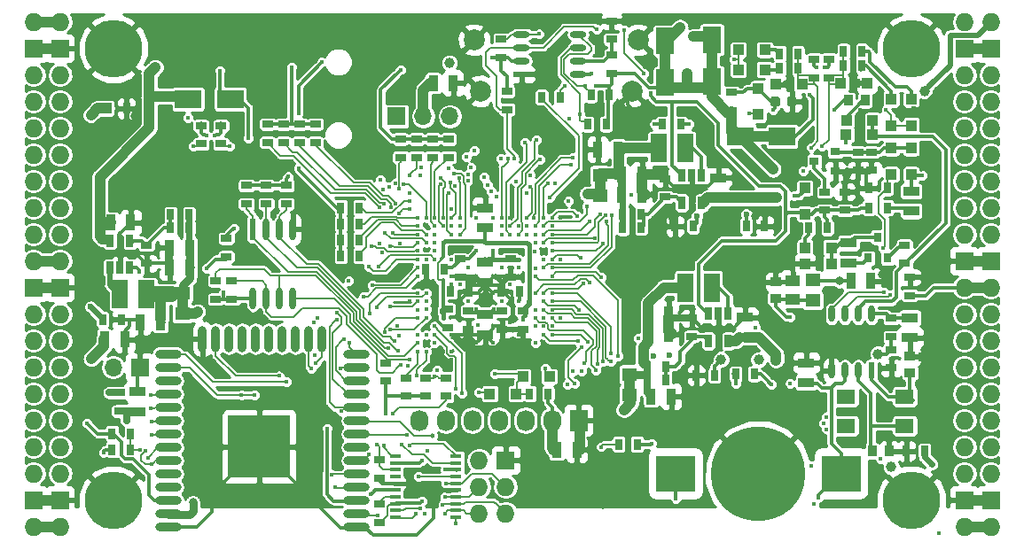
<source format=gbl>
G04 #@! TF.GenerationSoftware,KiCad,Pcbnew,5.0.0-rc3+dfsg1-2*
G04 #@! TF.CreationDate,2018-08-05T13:38:05+02:00*
G04 #@! TF.ProjectId,ulx3s,756C7833732E6B696361645F70636200,rev?*
G04 #@! TF.SameCoordinates,Original*
G04 #@! TF.FileFunction,Copper,L4,Bot,Signal*
G04 #@! TF.FilePolarity,Positive*
%FSLAX46Y46*%
G04 Gerber Fmt 4.6, Leading zero omitted, Abs format (unit mm)*
G04 Created by KiCad (PCBNEW 5.0.0-rc3+dfsg1-2) date Sun Aug  5 13:38:05 2018*
%MOMM*%
%LPD*%
G01*
G04 APERTURE LIST*
G04 #@! TA.AperFunction,EtchedComponent*
%ADD10C,1.000000*%
G04 #@! TD*
G04 #@! TA.AperFunction,ComponentPad*
%ADD11C,2.000000*%
G04 #@! TD*
G04 #@! TA.AperFunction,SMDPad,CuDef*
%ADD12O,2.500000X0.900000*%
G04 #@! TD*
G04 #@! TA.AperFunction,SMDPad,CuDef*
%ADD13O,0.900000X2.500000*%
G04 #@! TD*
G04 #@! TA.AperFunction,SMDPad,CuDef*
%ADD14R,6.000000X6.000000*%
G04 #@! TD*
G04 #@! TA.AperFunction,SMDPad,CuDef*
%ADD15R,0.670000X1.000000*%
G04 #@! TD*
G04 #@! TA.AperFunction,SMDPad,CuDef*
%ADD16R,1.400000X1.295000*%
G04 #@! TD*
G04 #@! TA.AperFunction,SMDPad,CuDef*
%ADD17R,2.500000X1.800000*%
G04 #@! TD*
G04 #@! TA.AperFunction,SMDPad,CuDef*
%ADD18R,1.800000X2.500000*%
G04 #@! TD*
G04 #@! TA.AperFunction,SMDPad,CuDef*
%ADD19R,3.700000X3.500000*%
G04 #@! TD*
G04 #@! TA.AperFunction,BGAPad,CuDef*
%ADD20C,9.000000*%
G04 #@! TD*
G04 #@! TA.AperFunction,SMDPad,CuDef*
%ADD21R,1.550000X0.600000*%
G04 #@! TD*
G04 #@! TA.AperFunction,SMDPad,CuDef*
%ADD22O,1.550000X0.600000*%
G04 #@! TD*
G04 #@! TA.AperFunction,SMDPad,CuDef*
%ADD23R,0.600000X2.100000*%
G04 #@! TD*
G04 #@! TA.AperFunction,SMDPad,CuDef*
%ADD24O,0.600000X2.100000*%
G04 #@! TD*
G04 #@! TA.AperFunction,SMDPad,CuDef*
%ADD25R,0.600000X1.550000*%
G04 #@! TD*
G04 #@! TA.AperFunction,SMDPad,CuDef*
%ADD26O,0.600000X1.550000*%
G04 #@! TD*
G04 #@! TA.AperFunction,SMDPad,CuDef*
%ADD27R,1.000000X0.400000*%
G04 #@! TD*
G04 #@! TA.AperFunction,SMDPad,CuDef*
%ADD28R,0.700000X1.200000*%
G04 #@! TD*
G04 #@! TA.AperFunction,ComponentPad*
%ADD29O,1.727200X1.727200*%
G04 #@! TD*
G04 #@! TA.AperFunction,ComponentPad*
%ADD30R,1.727200X1.727200*%
G04 #@! TD*
G04 #@! TA.AperFunction,ComponentPad*
%ADD31C,5.500000*%
G04 #@! TD*
G04 #@! TA.AperFunction,ComponentPad*
%ADD32R,1.727200X2.032000*%
G04 #@! TD*
G04 #@! TA.AperFunction,ComponentPad*
%ADD33O,1.727200X2.032000*%
G04 #@! TD*
G04 #@! TA.AperFunction,SMDPad,CuDef*
%ADD34R,1.800000X1.400000*%
G04 #@! TD*
G04 #@! TA.AperFunction,SMDPad,CuDef*
%ADD35R,0.970000X1.500000*%
G04 #@! TD*
G04 #@! TA.AperFunction,SMDPad,CuDef*
%ADD36R,1.500000X0.970000*%
G04 #@! TD*
G04 #@! TA.AperFunction,SMDPad,CuDef*
%ADD37R,1.000000X0.670000*%
G04 #@! TD*
G04 #@! TA.AperFunction,SMDPad,CuDef*
%ADD38R,1.000000X1.000000*%
G04 #@! TD*
G04 #@! TA.AperFunction,BGAPad,CuDef*
%ADD39C,0.300000*%
G04 #@! TD*
G04 #@! TA.AperFunction,ComponentPad*
%ADD40R,1.700000X1.700000*%
G04 #@! TD*
G04 #@! TA.AperFunction,ComponentPad*
%ADD41O,1.700000X1.700000*%
G04 #@! TD*
G04 #@! TA.AperFunction,SMDPad,CuDef*
%ADD42R,1.500000X2.700000*%
G04 #@! TD*
G04 #@! TA.AperFunction,SMDPad,CuDef*
%ADD43R,0.800000X0.900000*%
G04 #@! TD*
G04 #@! TA.AperFunction,SMDPad,CuDef*
%ADD44R,0.900000X0.800000*%
G04 #@! TD*
G04 #@! TA.AperFunction,SMDPad,CuDef*
%ADD45R,0.820000X1.000000*%
G04 #@! TD*
G04 #@! TA.AperFunction,SMDPad,CuDef*
%ADD46R,1.000000X0.820000*%
G04 #@! TD*
G04 #@! TA.AperFunction,SMDPad,CuDef*
%ADD47R,1.400000X1.120000*%
G04 #@! TD*
G04 #@! TA.AperFunction,Conductor*
%ADD48C,0.100000*%
G04 #@! TD*
G04 #@! TA.AperFunction,SMDPad,CuDef*
%ADD49C,0.875000*%
G04 #@! TD*
G04 #@! TA.AperFunction,ViaPad*
%ADD50C,2.000000*%
G04 #@! TD*
G04 #@! TA.AperFunction,ViaPad*
%ADD51C,0.419000*%
G04 #@! TD*
G04 #@! TA.AperFunction,ViaPad*
%ADD52C,0.454000*%
G04 #@! TD*
G04 #@! TA.AperFunction,ViaPad*
%ADD53C,0.600000*%
G04 #@! TD*
G04 #@! TA.AperFunction,ViaPad*
%ADD54C,1.000000*%
G04 #@! TD*
G04 #@! TA.AperFunction,ViaPad*
%ADD55C,0.800000*%
G04 #@! TD*
G04 #@! TA.AperFunction,ViaPad*
%ADD56C,0.700000*%
G04 #@! TD*
G04 #@! TA.AperFunction,Conductor*
%ADD57C,0.300000*%
G04 #@! TD*
G04 #@! TA.AperFunction,Conductor*
%ADD58C,0.500000*%
G04 #@! TD*
G04 #@! TA.AperFunction,Conductor*
%ADD59C,1.000000*%
G04 #@! TD*
G04 #@! TA.AperFunction,Conductor*
%ADD60C,0.700000*%
G04 #@! TD*
G04 #@! TA.AperFunction,Conductor*
%ADD61C,0.400000*%
G04 #@! TD*
G04 #@! TA.AperFunction,Conductor*
%ADD62C,0.800000*%
G04 #@! TD*
G04 #@! TA.AperFunction,Conductor*
%ADD63C,0.600000*%
G04 #@! TD*
G04 #@! TA.AperFunction,Conductor*
%ADD64C,0.127000*%
G04 #@! TD*
G04 #@! TA.AperFunction,Conductor*
%ADD65C,0.200000*%
G04 #@! TD*
G04 #@! TA.AperFunction,Conductor*
%ADD66C,0.140000*%
G04 #@! TD*
G04 #@! TA.AperFunction,Conductor*
%ADD67C,0.190000*%
G04 #@! TD*
G04 #@! TA.AperFunction,Conductor*
%ADD68C,1.500000*%
G04 #@! TD*
G04 #@! TA.AperFunction,Conductor*
%ADD69C,0.254000*%
G04 #@! TD*
G04 APERTURE END LIST*
D10*
G04 #@! TO.C,RP3*
X149472000Y-77311000D02*
X149472000Y-79311000D01*
G04 #@! TO.C,RP2*
X109609000Y-88632000D02*
X109609000Y-90632000D01*
G04 #@! TO.C,RP1*
X152281000Y-96361000D02*
X152281000Y-98361000D01*
G04 #@! TO.C,RD9*
X166854000Y-73630000D02*
X162854000Y-73630000D01*
G04 #@! TO.C,RD52*
X160155000Y-64391000D02*
X160155000Y-68391000D01*
G04 #@! TO.C,RD51*
X155710000Y-68518000D02*
X155710000Y-64518000D01*
G04 #@! TD*
D11*
G04 #@! TO.P,GPDI1,0*
G04 #@! TO.N,GND*
X152546000Y-69312000D03*
X138046000Y-69312000D03*
X153146000Y-64412000D03*
X137446000Y-64412000D03*
G04 #@! TD*
D12*
G04 #@! TO.P,U9,38*
G04 #@! TO.N,GND*
X126230000Y-111000000D03*
G04 #@! TO.P,U9,37*
G04 #@! TO.N,JTAG_TDI*
X126230000Y-109730000D03*
G04 #@! TO.P,U9,36*
G04 #@! TO.N,PROG_DONE*
X126230000Y-108460000D03*
G04 #@! TO.P,U9,35*
G04 #@! TO.N,WIFI_TXD*
X126230000Y-107190000D03*
G04 #@! TO.P,U9,34*
G04 #@! TO.N,WIFI_RXD*
X126230000Y-105920000D03*
G04 #@! TO.P,U9,33*
G04 #@! TO.N,JTAG_TMS*
X126230000Y-104650000D03*
G04 #@! TO.P,U9,32*
G04 #@! TO.N,Net-(U9-Pad32)*
X126230000Y-103380000D03*
G04 #@! TO.P,U9,31*
G04 #@! TO.N,JTAG_TDO*
X126230000Y-102110000D03*
G04 #@! TO.P,U9,30*
G04 #@! TO.N,JTAG_TCK*
X126230000Y-100840000D03*
G04 #@! TO.P,U9,29*
G04 #@! TO.N,WIFI_GPIO5*
X126230000Y-99570000D03*
G04 #@! TO.P,U9,28*
G04 #@! TO.N,WIFI_GPIO17*
X126230000Y-98300000D03*
G04 #@! TO.P,U9,27*
G04 #@! TO.N,WIFI_GPIO16*
X126230000Y-97030000D03*
G04 #@! TO.P,U9,26*
G04 #@! TO.N,SD_D1*
X126230000Y-95760000D03*
G04 #@! TO.P,U9,25*
G04 #@! TO.N,WIFI_GPIO0*
X126230000Y-94490000D03*
D13*
G04 #@! TO.P,U9,24*
G04 #@! TO.N,SD_D0*
X122945000Y-93000000D03*
G04 #@! TO.P,U9,23*
G04 #@! TO.N,SD_CMD*
X121675000Y-93000000D03*
G04 #@! TO.P,U9,22*
G04 #@! TO.N,Net-(U9-Pad22)*
X120405000Y-93000000D03*
G04 #@! TO.P,U9,21*
G04 #@! TO.N,Net-(U9-Pad21)*
X119135000Y-93000000D03*
G04 #@! TO.P,U9,20*
G04 #@! TO.N,Net-(U9-Pad20)*
X117865000Y-93000000D03*
G04 #@! TO.P,U9,19*
G04 #@! TO.N,Net-(U9-Pad19)*
X116595000Y-93000000D03*
G04 #@! TO.P,U9,18*
G04 #@! TO.N,Net-(U9-Pad18)*
X115325000Y-93000000D03*
G04 #@! TO.P,U9,17*
G04 #@! TO.N,Net-(U9-Pad17)*
X114055000Y-93000000D03*
G04 #@! TO.P,U9,16*
G04 #@! TO.N,SD_D3*
X112785000Y-93000000D03*
G04 #@! TO.P,U9,15*
G04 #@! TO.N,GND*
X111515000Y-93000000D03*
D12*
G04 #@! TO.P,U9,14*
G04 #@! TO.N,SD_D2*
X108230000Y-94490000D03*
G04 #@! TO.P,U9,13*
G04 #@! TO.N,SD_CLK*
X108230000Y-95760000D03*
G04 #@! TO.P,U9,12*
G04 #@! TO.N,Net-(U9-Pad12)*
X108230000Y-97030000D03*
G04 #@! TO.P,U9,11*
G04 #@! TO.N,GP11*
X108230000Y-98300000D03*
G04 #@! TO.P,U9,10*
G04 #@! TO.N,GN11*
X108230000Y-99570000D03*
G04 #@! TO.P,U9,9*
G04 #@! TO.N,GP12*
X108230000Y-100840000D03*
G04 #@! TO.P,U9,8*
G04 #@! TO.N,GN12*
X108230000Y-102110000D03*
G04 #@! TO.P,U9,7*
G04 #@! TO.N,GP13*
X108230000Y-103380000D03*
G04 #@! TO.P,U9,6*
G04 #@! TO.N,GN13*
X108230000Y-104650000D03*
G04 #@! TO.P,U9,5*
G04 #@! TO.N,Net-(U9-Pad5)*
X108230000Y-105920000D03*
G04 #@! TO.P,U9,4*
G04 #@! TO.N,Net-(U9-Pad4)*
X108230000Y-107190000D03*
G04 #@! TO.P,U9,3*
G04 #@! TO.N,/wifi/WIFIEN*
X108230000Y-108460000D03*
G04 #@! TO.P,U9,2*
G04 #@! TO.N,+3V3*
X108230000Y-109730000D03*
G04 #@! TO.P,U9,1*
G04 #@! TO.N,GND*
X108230000Y-111000000D03*
D14*
G04 #@! TO.P,U9,39*
X116930000Y-103300000D03*
G04 #@! TD*
D15*
G04 #@! TO.P,C49,2*
G04 #@! TO.N,GND*
X103738000Y-91156000D03*
G04 #@! TO.P,C49,1*
G04 #@! TO.N,2V5_3V3*
X101988000Y-91156000D03*
G04 #@! TD*
D16*
G04 #@! TO.P,RP3,2*
G04 #@! TO.N,+3V3*
X149472000Y-79278500D03*
G04 #@! TO.P,RP3,1*
G04 #@! TO.N,/power/P3V3*
X149472000Y-77343500D03*
G04 #@! TD*
G04 #@! TO.P,RP2,2*
G04 #@! TO.N,+2V5*
X109609000Y-90599500D03*
G04 #@! TO.P,RP2,1*
G04 #@! TO.N,/power/P2V5*
X109609000Y-88664500D03*
G04 #@! TD*
G04 #@! TO.P,RP1,2*
G04 #@! TO.N,+1V1*
X152281000Y-98328500D03*
G04 #@! TO.P,RP1,1*
G04 #@! TO.N,/power/P1V1*
X152281000Y-96393500D03*
G04 #@! TD*
D17*
G04 #@! TO.P,RD9,2*
G04 #@! TO.N,+5V*
X162854000Y-73630000D03*
G04 #@! TO.P,RD9,1*
G04 #@! TO.N,/usb/US2VBUS*
X166854000Y-73630000D03*
G04 #@! TD*
D18*
G04 #@! TO.P,RD52,2*
G04 #@! TO.N,+5V*
X160155000Y-68391000D03*
G04 #@! TO.P,RD52,1*
G04 #@! TO.N,/gpio/OUT5V*
X160155000Y-64391000D03*
G04 #@! TD*
G04 #@! TO.P,RD51,2*
G04 #@! TO.N,/gpio/IN5V*
X155710000Y-64518000D03*
G04 #@! TO.P,RD51,1*
G04 #@! TO.N,+5V*
X155710000Y-68518000D03*
G04 #@! TD*
D19*
G04 #@! TO.P,BAT1,1*
G04 #@! TO.N,/power/VBAT*
X172485000Y-105870000D03*
X156685000Y-105870000D03*
D20*
G04 #@! TO.P,BAT1,2*
G04 #@! TO.N,GND*
X164585000Y-105870000D03*
G04 #@! TD*
D21*
G04 #@! TO.P,U11,1*
G04 #@! TO.N,GND*
X141980000Y-67706500D03*
D22*
G04 #@! TO.P,U11,2*
G04 #@! TO.N,+2V5*
X141980000Y-66436500D03*
G04 #@! TO.P,U11,3*
G04 #@! TO.N,FPDI_SCL*
X141980000Y-65166500D03*
G04 #@! TO.P,U11,4*
G04 #@! TO.N,FPDI_SDA*
X141980000Y-63896500D03*
G04 #@! TO.P,U11,5*
G04 #@! TO.N,GPDI_SDA*
X147380000Y-63896500D03*
G04 #@! TO.P,U11,6*
G04 #@! TO.N,GPDI_SCL*
X147380000Y-65166500D03*
G04 #@! TO.P,U11,7*
G04 #@! TO.N,/gpdi/VREF2*
X147380000Y-66436500D03*
G04 #@! TO.P,U11,8*
G04 #@! TO.N,+3V3*
X147380000Y-67706500D03*
G04 #@! TD*
D23*
G04 #@! TO.P,U10,1*
G04 #@! TO.N,/flash/FLASH_nCS*
X116340000Y-82520000D03*
D24*
G04 #@! TO.P,U10,2*
G04 #@! TO.N,/flash/FLASH_MISO*
X117610000Y-82520000D03*
G04 #@! TO.P,U10,3*
G04 #@! TO.N,/flash/FLASH_nWP*
X118880000Y-82520000D03*
G04 #@! TO.P,U10,4*
G04 #@! TO.N,GND*
X120150000Y-82520000D03*
G04 #@! TO.P,U10,5*
G04 #@! TO.N,/flash/FLASH_MOSI*
X120150000Y-89124000D03*
G04 #@! TO.P,U10,6*
G04 #@! TO.N,/flash/FLASH_SCK*
X118880000Y-89124000D03*
G04 #@! TO.P,U10,7*
G04 #@! TO.N,/flash/FLASH_nHOLD*
X117610000Y-89124000D03*
G04 #@! TO.P,U10,8*
G04 #@! TO.N,+3V3*
X116340000Y-89124000D03*
G04 #@! TD*
D25*
G04 #@! TO.P,U7,1*
G04 #@! TO.N,/power/OSCI_32k*
X175395000Y-96015000D03*
D26*
G04 #@! TO.P,U7,2*
G04 #@! TO.N,/power/OSCO_32k*
X174125000Y-96015000D03*
G04 #@! TO.P,U7,3*
G04 #@! TO.N,/power/VBAT*
X172855000Y-96015000D03*
G04 #@! TO.P,U7,4*
G04 #@! TO.N,GND*
X171585000Y-96015000D03*
G04 #@! TO.P,U7,5*
G04 #@! TO.N,FPDI_SDA*
X171585000Y-90615000D03*
G04 #@! TO.P,U7,6*
G04 #@! TO.N,FPDI_SCL*
X172855000Y-90615000D03*
G04 #@! TO.P,U7,7*
G04 #@! TO.N,/power/WAKEUPn*
X174125000Y-90615000D03*
G04 #@! TO.P,U7,8*
G04 #@! TO.N,/power/RTCVDD*
X175395000Y-90615000D03*
G04 #@! TD*
D27*
G04 #@! TO.P,U6,20*
G04 #@! TO.N,FTDI_TXD*
X129935000Y-104215000D03*
G04 #@! TO.P,U6,19*
G04 #@! TO.N,FTDI_nSLEEP*
X129935000Y-104865000D03*
G04 #@! TO.P,U6,18*
G04 #@! TO.N,FTDI_TXDEN*
X129935000Y-105515000D03*
G04 #@! TO.P,U6,17*
G04 #@! TO.N,FTDI_nRXLED*
X129935000Y-106165000D03*
G04 #@! TO.P,U6,16*
G04 #@! TO.N,GND*
X129935000Y-106815000D03*
G04 #@! TO.P,U6,15*
G04 #@! TO.N,USB5V*
X129935000Y-107465000D03*
G04 #@! TO.P,U6,14*
G04 #@! TO.N,nRESET*
X129935000Y-108115000D03*
G04 #@! TO.P,U6,13*
G04 #@! TO.N,FT2V5*
X129935000Y-108765000D03*
G04 #@! TO.P,U6,12*
G04 #@! TO.N,USB_FTDI_D-*
X129935000Y-109415000D03*
G04 #@! TO.P,U6,11*
G04 #@! TO.N,USB_FTDI_D+*
X129935000Y-110065000D03*
G04 #@! TO.P,U6,10*
G04 #@! TO.N,FTDI_nTXLED*
X135735000Y-110065000D03*
G04 #@! TO.P,U6,9*
G04 #@! TO.N,JTAG_TDO*
X135735000Y-109415000D03*
G04 #@! TO.P,U6,8*
G04 #@! TO.N,JTAG_TMS*
X135735000Y-108765000D03*
G04 #@! TO.P,U6,7*
G04 #@! TO.N,JTAG_TCK*
X135735000Y-108115000D03*
G04 #@! TO.P,U6,6*
G04 #@! TO.N,GND*
X135735000Y-107465000D03*
G04 #@! TO.P,U6,5*
G04 #@! TO.N,JTAG_TDI*
X135735000Y-106815000D03*
G04 #@! TO.P,U6,4*
G04 #@! TO.N,FTDI_RXD*
X135735000Y-106165000D03*
G04 #@! TO.P,U6,3*
G04 #@! TO.N,FT2V5*
X135735000Y-105515000D03*
G04 #@! TO.P,U6,2*
G04 #@! TO.N,FTDI_nRTS*
X135735000Y-104865000D03*
G04 #@! TO.P,U6,1*
G04 #@! TO.N,FTDI_nDTR*
X135735000Y-104215000D03*
G04 #@! TD*
D28*
G04 #@! TO.P,U5,1*
G04 #@! TO.N,/power/PWREN*
X157285000Y-77392000D03*
G04 #@! TO.P,U5,2*
G04 #@! TO.N,GND*
X158235000Y-77392000D03*
G04 #@! TO.P,U5,3*
G04 #@! TO.N,/power/L3*
X159185000Y-77392000D03*
G04 #@! TO.P,U5,4*
G04 #@! TO.N,+5V*
X159185000Y-79992000D03*
G04 #@! TO.P,U5,5*
G04 #@! TO.N,/power/FB3*
X157285000Y-79992000D03*
G04 #@! TD*
G04 #@! TO.P,U3,1*
G04 #@! TO.N,/power/PWREN*
X159825000Y-90600000D03*
G04 #@! TO.P,U3,2*
G04 #@! TO.N,GND*
X160775000Y-90600000D03*
G04 #@! TO.P,U3,3*
G04 #@! TO.N,/power/L1*
X161725000Y-90600000D03*
G04 #@! TO.P,U3,4*
G04 #@! TO.N,+5V*
X161725000Y-93200000D03*
G04 #@! TO.P,U3,5*
G04 #@! TO.N,/power/FB1*
X159825000Y-93200000D03*
G04 #@! TD*
G04 #@! TO.P,U4,1*
G04 #@! TO.N,/power/PWREN*
X104575000Y-86215000D03*
G04 #@! TO.P,U4,2*
G04 #@! TO.N,GND*
X103625000Y-86215000D03*
G04 #@! TO.P,U4,3*
G04 #@! TO.N,/power/L2*
X102675000Y-86215000D03*
G04 #@! TO.P,U4,4*
G04 #@! TO.N,+5V*
X102675000Y-83615000D03*
G04 #@! TO.P,U4,5*
G04 #@! TO.N,/power/FB2*
X104575000Y-83615000D03*
G04 #@! TD*
D29*
G04 #@! TO.P,J1,1*
G04 #@! TO.N,2V5_3V3*
X97910000Y-62690000D03*
G04 #@! TO.P,J1,2*
X95370000Y-62690000D03*
D30*
G04 #@! TO.P,J1,3*
G04 #@! TO.N,GND*
X97910000Y-65230000D03*
G04 #@! TO.P,J1,4*
X95370000Y-65230000D03*
D29*
G04 #@! TO.P,J1,5*
G04 #@! TO.N,GN0*
X97910000Y-67770000D03*
G04 #@! TO.P,J1,6*
G04 #@! TO.N,GP0*
X95370000Y-67770000D03*
G04 #@! TO.P,J1,7*
G04 #@! TO.N,GN1*
X97910000Y-70310000D03*
G04 #@! TO.P,J1,8*
G04 #@! TO.N,GP1*
X95370000Y-70310000D03*
G04 #@! TO.P,J1,9*
G04 #@! TO.N,GN2*
X97910000Y-72850000D03*
G04 #@! TO.P,J1,10*
G04 #@! TO.N,GP2*
X95370000Y-72850000D03*
G04 #@! TO.P,J1,11*
G04 #@! TO.N,GN3*
X97910000Y-75390000D03*
G04 #@! TO.P,J1,12*
G04 #@! TO.N,GP3*
X95370000Y-75390000D03*
G04 #@! TO.P,J1,13*
G04 #@! TO.N,GN4*
X97910000Y-77930000D03*
G04 #@! TO.P,J1,14*
G04 #@! TO.N,GP4*
X95370000Y-77930000D03*
G04 #@! TO.P,J1,15*
G04 #@! TO.N,GN5*
X97910000Y-80470000D03*
G04 #@! TO.P,J1,16*
G04 #@! TO.N,GP5*
X95370000Y-80470000D03*
G04 #@! TO.P,J1,17*
G04 #@! TO.N,GN6*
X97910000Y-83010000D03*
G04 #@! TO.P,J1,18*
G04 #@! TO.N,GP6*
X95370000Y-83010000D03*
G04 #@! TO.P,J1,19*
G04 #@! TO.N,2V5_3V3*
X97910000Y-85550000D03*
G04 #@! TO.P,J1,20*
X95370000Y-85550000D03*
D30*
G04 #@! TO.P,J1,21*
G04 #@! TO.N,GND*
X97910000Y-88090000D03*
G04 #@! TO.P,J1,22*
X95370000Y-88090000D03*
D29*
G04 #@! TO.P,J1,23*
G04 #@! TO.N,GN7*
X97910000Y-90630000D03*
G04 #@! TO.P,J1,24*
G04 #@! TO.N,GP7*
X95370000Y-90630000D03*
G04 #@! TO.P,J1,25*
G04 #@! TO.N,GN8*
X97910000Y-93170000D03*
G04 #@! TO.P,J1,26*
G04 #@! TO.N,GP8*
X95370000Y-93170000D03*
G04 #@! TO.P,J1,27*
G04 #@! TO.N,GN9*
X97910000Y-95710000D03*
G04 #@! TO.P,J1,28*
G04 #@! TO.N,GP9*
X95370000Y-95710000D03*
G04 #@! TO.P,J1,29*
G04 #@! TO.N,GN10*
X97910000Y-98250000D03*
G04 #@! TO.P,J1,30*
G04 #@! TO.N,GP10*
X95370000Y-98250000D03*
G04 #@! TO.P,J1,31*
G04 #@! TO.N,GN11*
X97910000Y-100790000D03*
G04 #@! TO.P,J1,32*
G04 #@! TO.N,GP11*
X95370000Y-100790000D03*
G04 #@! TO.P,J1,33*
G04 #@! TO.N,GN12*
X97910000Y-103330000D03*
G04 #@! TO.P,J1,34*
G04 #@! TO.N,GP12*
X95370000Y-103330000D03*
G04 #@! TO.P,J1,35*
G04 #@! TO.N,GN13*
X97910000Y-105870000D03*
G04 #@! TO.P,J1,36*
G04 #@! TO.N,GP13*
X95370000Y-105870000D03*
D30*
G04 #@! TO.P,J1,37*
G04 #@! TO.N,GND*
X97910000Y-108410000D03*
G04 #@! TO.P,J1,38*
X95370000Y-108410000D03*
D29*
G04 #@! TO.P,J1,39*
G04 #@! TO.N,2V5_3V3*
X97910000Y-110950000D03*
G04 #@! TO.P,J1,40*
X95370000Y-110950000D03*
G04 #@! TD*
G04 #@! TO.P,J2,1*
G04 #@! TO.N,+3V3*
X184270000Y-110950000D03*
G04 #@! TO.P,J2,2*
X186810000Y-110950000D03*
D30*
G04 #@! TO.P,J2,3*
G04 #@! TO.N,GND*
X184270000Y-108410000D03*
G04 #@! TO.P,J2,4*
X186810000Y-108410000D03*
D29*
G04 #@! TO.P,J2,5*
G04 #@! TO.N,GN14*
X184270000Y-105870000D03*
G04 #@! TO.P,J2,6*
G04 #@! TO.N,GP14*
X186810000Y-105870000D03*
G04 #@! TO.P,J2,7*
G04 #@! TO.N,GN15*
X184270000Y-103330000D03*
G04 #@! TO.P,J2,8*
G04 #@! TO.N,GP15*
X186810000Y-103330000D03*
G04 #@! TO.P,J2,9*
G04 #@! TO.N,GN16*
X184270000Y-100790000D03*
G04 #@! TO.P,J2,10*
G04 #@! TO.N,GP16*
X186810000Y-100790000D03*
G04 #@! TO.P,J2,11*
G04 #@! TO.N,GN17*
X184270000Y-98250000D03*
G04 #@! TO.P,J2,12*
G04 #@! TO.N,GP17*
X186810000Y-98250000D03*
G04 #@! TO.P,J2,13*
G04 #@! TO.N,GN18*
X184270000Y-95710000D03*
G04 #@! TO.P,J2,14*
G04 #@! TO.N,GP18*
X186810000Y-95710000D03*
G04 #@! TO.P,J2,15*
G04 #@! TO.N,GN19*
X184270000Y-93170000D03*
G04 #@! TO.P,J2,16*
G04 #@! TO.N,GP19*
X186810000Y-93170000D03*
G04 #@! TO.P,J2,17*
G04 #@! TO.N,GN20*
X184270000Y-90630000D03*
G04 #@! TO.P,J2,18*
G04 #@! TO.N,GP20*
X186810000Y-90630000D03*
G04 #@! TO.P,J2,19*
G04 #@! TO.N,+3V3*
X184270000Y-88090000D03*
G04 #@! TO.P,J2,20*
X186810000Y-88090000D03*
D30*
G04 #@! TO.P,J2,21*
G04 #@! TO.N,GND*
X184270000Y-85550000D03*
G04 #@! TO.P,J2,22*
X186810000Y-85550000D03*
D29*
G04 #@! TO.P,J2,23*
G04 #@! TO.N,GN21*
X184270000Y-83010000D03*
G04 #@! TO.P,J2,24*
G04 #@! TO.N,GP21*
X186810000Y-83010000D03*
G04 #@! TO.P,J2,25*
G04 #@! TO.N,GN22*
X184270000Y-80470000D03*
G04 #@! TO.P,J2,26*
G04 #@! TO.N,GP22*
X186810000Y-80470000D03*
G04 #@! TO.P,J2,27*
G04 #@! TO.N,GN23*
X184270000Y-77930000D03*
G04 #@! TO.P,J2,28*
G04 #@! TO.N,GP23*
X186810000Y-77930000D03*
G04 #@! TO.P,J2,29*
G04 #@! TO.N,GN24*
X184270000Y-75390000D03*
G04 #@! TO.P,J2,30*
G04 #@! TO.N,GP24*
X186810000Y-75390000D03*
G04 #@! TO.P,J2,31*
G04 #@! TO.N,GN25*
X184270000Y-72850000D03*
G04 #@! TO.P,J2,32*
G04 #@! TO.N,GP25*
X186810000Y-72850000D03*
G04 #@! TO.P,J2,33*
G04 #@! TO.N,GN26*
X184270000Y-70310000D03*
G04 #@! TO.P,J2,34*
G04 #@! TO.N,GP26*
X186810000Y-70310000D03*
G04 #@! TO.P,J2,35*
G04 #@! TO.N,GN27*
X184270000Y-67770000D03*
G04 #@! TO.P,J2,36*
G04 #@! TO.N,GP27*
X186810000Y-67770000D03*
D30*
G04 #@! TO.P,J2,37*
G04 #@! TO.N,GND*
X184270000Y-65230000D03*
G04 #@! TO.P,J2,38*
X186810000Y-65230000D03*
D29*
G04 #@! TO.P,J2,39*
G04 #@! TO.N,/gpio/IN5V*
X184270000Y-62690000D03*
G04 #@! TO.P,J2,40*
G04 #@! TO.N,/gpio/OUT5V*
X186810000Y-62690000D03*
G04 #@! TD*
D31*
G04 #@! TO.P,H1,1*
G04 #@! TO.N,GND*
X102990000Y-108410000D03*
G04 #@! TD*
G04 #@! TO.P,H2,1*
G04 #@! TO.N,GND*
X179190000Y-108410000D03*
G04 #@! TD*
G04 #@! TO.P,H3,1*
G04 #@! TO.N,GND*
X179190000Y-65230000D03*
G04 #@! TD*
G04 #@! TO.P,H4,1*
G04 #@! TO.N,GND*
X102990000Y-65230000D03*
G04 #@! TD*
D30*
G04 #@! TO.P,J4,1*
G04 #@! TO.N,GND*
X140455000Y-104600000D03*
D29*
G04 #@! TO.P,J4,2*
G04 #@! TO.N,+3V3*
X137915000Y-104600000D03*
G04 #@! TO.P,J4,3*
G04 #@! TO.N,JTAG_TDI*
X140455000Y-107140000D03*
G04 #@! TO.P,J4,4*
G04 #@! TO.N,JTAG_TCK*
X137915000Y-107140000D03*
G04 #@! TO.P,J4,5*
G04 #@! TO.N,JTAG_TMS*
X140455000Y-109680000D03*
G04 #@! TO.P,J4,6*
G04 #@! TO.N,JTAG_TDO*
X137915000Y-109680000D03*
G04 #@! TD*
D32*
G04 #@! TO.P,OLED1,1*
G04 #@! TO.N,GND*
X147440000Y-100790000D03*
D33*
G04 #@! TO.P,OLED1,2*
G04 #@! TO.N,+3V3*
X144900000Y-100790000D03*
G04 #@! TO.P,OLED1,3*
G04 #@! TO.N,OLED_CLK*
X142360000Y-100790000D03*
G04 #@! TO.P,OLED1,4*
G04 #@! TO.N,OLED_MOSI*
X139820000Y-100790000D03*
G04 #@! TO.P,OLED1,5*
G04 #@! TO.N,OLED_RES*
X137280000Y-100790000D03*
G04 #@! TO.P,OLED1,6*
G04 #@! TO.N,OLED_DC*
X134740000Y-100790000D03*
G04 #@! TO.P,OLED1,7*
G04 #@! TO.N,OLED_CS*
X132200000Y-100790000D03*
G04 #@! TD*
D34*
G04 #@! TO.P,Y2,4*
G04 #@! TO.N,/power/OSCI_32k*
X178576000Y-98522000D03*
G04 #@! TO.P,Y2,3*
G04 #@! TO.N,Net-(Y2-Pad3)*
X172976000Y-98522000D03*
G04 #@! TO.P,Y2,2*
G04 #@! TO.N,Net-(Y2-Pad2)*
X172976000Y-101322000D03*
G04 #@! TO.P,Y2,1*
G04 #@! TO.N,/power/OSCO_32k*
X178576000Y-101322000D03*
G04 #@! TD*
D35*
G04 #@! TO.P,C47,1*
G04 #@! TO.N,2V5_3V3*
X133546000Y-68550000D03*
G04 #@! TO.P,C47,2*
G04 #@! TO.N,GND*
X135456000Y-68550000D03*
G04 #@! TD*
G04 #@! TO.P,C1,1*
G04 #@! TO.N,+5V*
X102748500Y-81885000D03*
G04 #@! TO.P,C1,2*
G04 #@! TO.N,GND*
X104658500Y-81885000D03*
G04 #@! TD*
D15*
G04 #@! TO.P,C2,1*
G04 #@! TO.N,/power/P1V1*
X153985000Y-96910000D03*
G04 #@! TO.P,C2,2*
G04 #@! TO.N,/power/FB1*
X155735000Y-96910000D03*
G04 #@! TD*
D35*
G04 #@! TO.P,C3,2*
G04 #@! TO.N,GND*
X156015000Y-90630000D03*
G04 #@! TO.P,C3,1*
G04 #@! TO.N,/power/P1V1*
X154105000Y-90630000D03*
G04 #@! TD*
G04 #@! TO.P,C4,1*
G04 #@! TO.N,/power/P1V1*
X154105000Y-92535000D03*
G04 #@! TO.P,C4,2*
G04 #@! TO.N,GND*
X156015000Y-92535000D03*
G04 #@! TD*
D36*
G04 #@! TO.P,C5,2*
G04 #@! TO.N,GND*
X163315000Y-90945000D03*
G04 #@! TO.P,C5,1*
G04 #@! TO.N,+5V*
X163315000Y-92855000D03*
G04 #@! TD*
D15*
G04 #@! TO.P,C6,1*
G04 #@! TO.N,/power/P3V3*
X151645000Y-82375000D03*
G04 #@! TO.P,C6,2*
G04 #@! TO.N,/power/FB3*
X153395000Y-82375000D03*
G04 #@! TD*
D35*
G04 #@! TO.P,C7,2*
G04 #@! TO.N,GND*
X153475000Y-79200000D03*
G04 #@! TO.P,C7,1*
G04 #@! TO.N,/power/P3V3*
X151565000Y-79200000D03*
G04 #@! TD*
G04 #@! TO.P,C8,2*
G04 #@! TO.N,GND*
X153475000Y-77295000D03*
G04 #@! TO.P,C8,1*
G04 #@! TO.N,/power/P3V3*
X151565000Y-77295000D03*
G04 #@! TD*
D36*
G04 #@! TO.P,C9,1*
G04 #@! TO.N,+5V*
X160775000Y-79520000D03*
G04 #@! TO.P,C9,2*
G04 #@! TO.N,GND*
X160775000Y-77610000D03*
G04 #@! TD*
D15*
G04 #@! TO.P,C10,2*
G04 #@! TO.N,/power/FB2*
X108465000Y-81105000D03*
G04 #@! TO.P,C10,1*
G04 #@! TO.N,/power/P2V5*
X110215000Y-81105000D03*
G04 #@! TD*
D35*
G04 #@! TO.P,C11,2*
G04 #@! TO.N,GND*
X108385000Y-84280000D03*
G04 #@! TO.P,C11,1*
G04 #@! TO.N,/power/P2V5*
X110295000Y-84280000D03*
G04 #@! TD*
G04 #@! TO.P,C12,1*
G04 #@! TO.N,/power/P2V5*
X110295000Y-86185000D03*
G04 #@! TO.P,C12,2*
G04 #@! TO.N,GND*
X108385000Y-86185000D03*
G04 #@! TD*
D36*
G04 #@! TO.P,C13,2*
G04 #@! TO.N,/power/WKUP*
X173221000Y-83833000D03*
G04 #@! TO.P,C13,1*
G04 #@! TO.N,+5V*
X173221000Y-85743000D03*
G04 #@! TD*
D37*
G04 #@! TO.P,C14,2*
G04 #@! TO.N,GND*
X175380000Y-76900000D03*
G04 #@! TO.P,C14,1*
G04 #@! TO.N,/power/SHUT*
X175380000Y-75150000D03*
G04 #@! TD*
D36*
G04 #@! TO.P,C15,1*
G04 #@! TO.N,/sdcard/SD3V3*
X105276000Y-99967000D03*
G04 #@! TO.P,C15,2*
G04 #@! TO.N,GND*
X105276000Y-98057000D03*
G04 #@! TD*
D35*
G04 #@! TO.P,C16,1*
G04 #@! TO.N,+3V3*
X173424000Y-87473000D03*
G04 #@! TO.P,C16,2*
G04 #@! TO.N,GND*
X175334000Y-87473000D03*
G04 #@! TD*
D36*
G04 #@! TO.P,C17,1*
G04 #@! TO.N,+1V1*
X138500000Y-90665000D03*
G04 #@! TO.P,C17,2*
G04 #@! TO.N,GND*
X138500000Y-92575000D03*
G04 #@! TD*
D37*
G04 #@! TO.P,C18,1*
G04 #@! TO.N,/gpdi/VREF2*
X150589600Y-64359000D03*
G04 #@! TO.P,C18,2*
G04 #@! TO.N,GND*
X150589600Y-62609000D03*
G04 #@! TD*
D36*
G04 #@! TO.P,C19,1*
G04 #@! TO.N,+2V5*
X138500000Y-82375000D03*
G04 #@! TO.P,C19,2*
G04 #@! TO.N,GND*
X138500000Y-80465000D03*
G04 #@! TD*
G04 #@! TO.P,C20,2*
G04 #@! TO.N,GND*
X138500000Y-87575000D03*
G04 #@! TO.P,C20,1*
G04 #@! TO.N,+3V3*
X138500000Y-85665000D03*
G04 #@! TD*
D35*
G04 #@! TO.P,C21,2*
G04 #@! TO.N,GND*
X104072000Y-93061000D03*
G04 #@! TO.P,C21,1*
G04 #@! TO.N,+3V3*
X102162000Y-93061000D03*
G04 #@! TD*
G04 #@! TO.P,C22,1*
G04 #@! TO.N,/power/P1V1*
X154359000Y-98504000D03*
G04 #@! TO.P,C22,2*
G04 #@! TO.N,GND*
X156269000Y-98504000D03*
G04 #@! TD*
G04 #@! TO.P,C23,2*
G04 #@! TO.N,GND*
X105591000Y-91392000D03*
G04 #@! TO.P,C23,1*
G04 #@! TO.N,/power/P2V5*
X107501000Y-91392000D03*
G04 #@! TD*
G04 #@! TO.P,C24,1*
G04 #@! TO.N,/power/P3V3*
X151189000Y-74882000D03*
G04 #@! TO.P,C24,2*
G04 #@! TO.N,GND*
X149279000Y-74882000D03*
G04 #@! TD*
D37*
G04 #@! TO.P,C25,2*
G04 #@! TO.N,GND*
X140900000Y-87095000D03*
G04 #@! TO.P,C25,1*
G04 #@! TO.N,+3V3*
X140900000Y-85345000D03*
G04 #@! TD*
G04 #@! TO.P,C26,2*
G04 #@! TO.N,GND*
X136100000Y-87095000D03*
G04 #@! TO.P,C26,1*
G04 #@! TO.N,2V5_3V3*
X136100000Y-85345000D03*
G04 #@! TD*
G04 #@! TO.P,C27,2*
G04 #@! TO.N,GND*
X136900000Y-92095000D03*
G04 #@! TO.P,C27,1*
G04 #@! TO.N,+1V1*
X136900000Y-90345000D03*
G04 #@! TD*
G04 #@! TO.P,C28,1*
G04 #@! TO.N,+1V1*
X140100000Y-90345000D03*
G04 #@! TO.P,C28,2*
G04 #@! TO.N,GND*
X140100000Y-92095000D03*
G04 #@! TD*
G04 #@! TO.P,C29,2*
G04 #@! TO.N,GND*
X142100000Y-92095000D03*
G04 #@! TO.P,C29,1*
G04 #@! TO.N,+2V5*
X142100000Y-90345000D03*
G04 #@! TD*
G04 #@! TO.P,C30,1*
G04 #@! TO.N,+2V5*
X134900000Y-90145000D03*
G04 #@! TO.P,C30,2*
G04 #@! TO.N,GND*
X134900000Y-91895000D03*
G04 #@! TD*
D15*
G04 #@! TO.P,C31,1*
G04 #@! TO.N,+3V3*
X135225000Y-88420000D03*
G04 #@! TO.P,C31,2*
G04 #@! TO.N,GND*
X136975000Y-88420000D03*
G04 #@! TD*
G04 #@! TO.P,C32,2*
G04 #@! TO.N,GND*
X140025000Y-88420000D03*
G04 #@! TO.P,C32,1*
G04 #@! TO.N,+3V3*
X141775000Y-88420000D03*
G04 #@! TD*
G04 #@! TO.P,C33,1*
G04 #@! TO.N,+3V3*
X163425000Y-82220000D03*
G04 #@! TO.P,C33,2*
G04 #@! TO.N,GND*
X165175000Y-82220000D03*
G04 #@! TD*
G04 #@! TO.P,C34,1*
G04 #@! TO.N,+3V3*
X158375000Y-82220000D03*
G04 #@! TO.P,C34,2*
G04 #@! TO.N,GND*
X156625000Y-82220000D03*
G04 #@! TD*
D37*
G04 #@! TO.P,C35,1*
G04 #@! TO.N,+3V3*
X177300000Y-94025000D03*
G04 #@! TO.P,C35,2*
G04 #@! TO.N,GND*
X177300000Y-95775000D03*
G04 #@! TD*
D35*
G04 #@! TO.P,C46,1*
G04 #@! TO.N,+3V3*
X145342000Y-103584000D03*
G04 #@! TO.P,C46,2*
G04 #@! TO.N,GND*
X147252000Y-103584000D03*
G04 #@! TD*
D15*
G04 #@! TO.P,C48,2*
G04 #@! TO.N,GND*
X104246000Y-70963000D03*
G04 #@! TO.P,C48,1*
G04 #@! TO.N,2V5_3V3*
X102496000Y-70963000D03*
G04 #@! TD*
D37*
G04 #@! TO.P,C50,1*
G04 #@! TO.N,+3V3*
X179063000Y-88856000D03*
G04 #@! TO.P,C50,2*
G04 #@! TO.N,GND*
X179063000Y-87106000D03*
G04 #@! TD*
D15*
G04 #@! TO.P,C51,1*
G04 #@! TO.N,+3V3*
X180473000Y-103711000D03*
G04 #@! TO.P,C51,2*
G04 #@! TO.N,GND*
X178723000Y-103711000D03*
G04 #@! TD*
G04 #@! TO.P,C52,2*
G04 #@! TO.N,GND*
X158645000Y-96490000D03*
G04 #@! TO.P,C52,1*
G04 #@! TO.N,+3V3*
X160395000Y-96490000D03*
G04 #@! TD*
G04 #@! TO.P,C53,2*
G04 #@! TO.N,GND*
X132827200Y-86330000D03*
G04 #@! TO.P,C53,1*
G04 #@! TO.N,2V5_3V3*
X134577200Y-86330000D03*
G04 #@! TD*
D36*
G04 #@! TO.P,C54,2*
G04 #@! TO.N,GND*
X169172000Y-95281000D03*
G04 #@! TO.P,C54,1*
G04 #@! TO.N,/power/VBAT*
X169172000Y-97191000D03*
G04 #@! TD*
G04 #@! TO.P,D11,1*
G04 #@! TO.N,/power/HOLD*
X179190000Y-80790000D03*
G04 #@! TO.P,D11,2*
G04 #@! TO.N,+3V3*
X179190000Y-78880000D03*
G04 #@! TD*
D38*
G04 #@! TO.P,D10,1*
G04 #@! TO.N,/power/WAKE*
X169050000Y-84280000D03*
G04 #@! TO.P,D10,2*
G04 #@! TO.N,/power/WKUP*
X171550000Y-84280000D03*
G04 #@! TD*
G04 #@! TO.P,D12,2*
G04 #@! TO.N,/power/FTDI_nSUSPEND*
X169030000Y-78585000D03*
G04 #@! TO.P,D12,1*
G04 #@! TO.N,/power/PWREN*
X169030000Y-81085000D03*
G04 #@! TD*
G04 #@! TO.P,D13,1*
G04 #@! TO.N,/power/WKUP*
X171550000Y-85804000D03*
G04 #@! TO.P,D13,2*
G04 #@! TO.N,GND*
X169050000Y-85804000D03*
G04 #@! TD*
G04 #@! TO.P,D14,2*
G04 #@! TO.N,/power/SHUT*
X179190000Y-74775000D03*
G04 #@! TO.P,D14,1*
G04 #@! TO.N,+3V3*
X179190000Y-77275000D03*
G04 #@! TD*
G04 #@! TO.P,D15,2*
G04 #@! TO.N,SHUTDOWN*
X177285000Y-77275000D03*
G04 #@! TO.P,D15,1*
G04 #@! TO.N,/power/SHUT*
X177285000Y-74775000D03*
G04 #@! TD*
G04 #@! TO.P,D16,1*
G04 #@! TO.N,PWRBTn*
X172987000Y-73503000D03*
G04 #@! TO.P,D16,2*
G04 #@! TO.N,/power/WAKEUPn*
X175487000Y-73503000D03*
G04 #@! TD*
G04 #@! TO.P,D17,1*
G04 #@! TO.N,PWRBTn*
X164585000Y-69060000D03*
G04 #@! TO.P,D17,2*
G04 #@! TO.N,BTN_PWRn*
X164585000Y-71560000D03*
G04 #@! TD*
G04 #@! TO.P,D20,1*
G04 #@! TO.N,USB_FPGA_D+*
X168756000Y-68659000D03*
G04 #@! TO.P,D20,2*
G04 #@! TO.N,GND*
X166256000Y-68659000D03*
G04 #@! TD*
G04 #@! TO.P,D21,2*
G04 #@! TO.N,GND*
X174979000Y-68550000D03*
G04 #@! TO.P,D21,1*
G04 #@! TO.N,USB_FPGA_D-*
X172479000Y-68550000D03*
G04 #@! TD*
G04 #@! TO.P,D23,2*
G04 #@! TO.N,Net-(D23-Pad2)*
X165200000Y-67262000D03*
G04 #@! TO.P,D23,1*
G04 #@! TO.N,USB_FPGA_PULL_D+*
X162700000Y-67262000D03*
G04 #@! TD*
G04 #@! TO.P,D24,2*
G04 #@! TO.N,USB_FPGA_PULL_D+*
X162700000Y-65357000D03*
G04 #@! TO.P,D24,1*
G04 #@! TO.N,Net-(D24-Pad1)*
X165200000Y-65357000D03*
G04 #@! TD*
G04 #@! TO.P,D25,1*
G04 #@! TO.N,USB_FPGA_PULL_D-*
X177285000Y-72594000D03*
G04 #@! TO.P,D25,2*
G04 #@! TO.N,Net-(D25-Pad2)*
X177285000Y-70094000D03*
G04 #@! TD*
G04 #@! TO.P,D26,1*
G04 #@! TO.N,Net-(D26-Pad1)*
X179190000Y-70094000D03*
G04 #@! TO.P,D26,2*
G04 #@! TO.N,USB_FPGA_PULL_D-*
X179190000Y-72594000D03*
G04 #@! TD*
D39*
G04 #@! TO.P,AE1,1*
G04 #@! TO.N,/usb/ANT_433MHz*
X181872000Y-111603000D03*
G04 #@! TD*
D37*
G04 #@! TO.P,R49,1*
G04 #@! TO.N,USB_FTDI_D-*
X113277000Y-74360000D03*
G04 #@! TO.P,R49,2*
G04 #@! TO.N,/usb/FTD-*
X113277000Y-72610000D03*
G04 #@! TD*
G04 #@! TO.P,R50,2*
G04 #@! TO.N,/usb/FTD+*
X111372000Y-72610000D03*
G04 #@! TO.P,R50,1*
G04 #@! TO.N,USB_FTDI_D+*
X111372000Y-74360000D03*
G04 #@! TD*
D15*
G04 #@! TO.P,R51,2*
G04 #@! TO.N,/blinkey/SWPU*
X155455000Y-72487000D03*
G04 #@! TO.P,R51,1*
G04 #@! TO.N,2V5_3V3*
X157205000Y-72487000D03*
G04 #@! TD*
D37*
G04 #@! TO.P,R52,2*
G04 #@! TO.N,/usb/FPD-*
X171331000Y-66278000D03*
G04 #@! TO.P,R52,1*
G04 #@! TO.N,USB_FPGA_D-*
X171331000Y-68028000D03*
G04 #@! TD*
G04 #@! TO.P,R53,1*
G04 #@! TO.N,USB_FPGA_D+*
X169919000Y-68028000D03*
G04 #@! TO.P,R53,2*
G04 #@! TO.N,/usb/FPD+*
X169919000Y-66278000D03*
G04 #@! TD*
D15*
G04 #@! TO.P,R54,2*
G04 #@! TO.N,Net-(D26-Pad1)*
X174477000Y-65502000D03*
G04 #@! TO.P,R54,1*
G04 #@! TO.N,USB_FPGA_D-*
X172727000Y-65502000D03*
G04 #@! TD*
D37*
G04 #@! TO.P,R56,1*
G04 #@! TO.N,GND*
X128390000Y-106321000D03*
G04 #@! TO.P,R56,2*
G04 #@! TO.N,FTDI_TXDEN*
X128390000Y-104571000D03*
G04 #@! TD*
G04 #@! TO.P,R57,2*
G04 #@! TO.N,/analog/AUDIO_V*
X117722000Y-72483000D03*
G04 #@! TO.P,R57,1*
G04 #@! TO.N,AUDIO_V0*
X117722000Y-74233000D03*
G04 #@! TD*
G04 #@! TO.P,R58,1*
G04 #@! TO.N,AUDIO_V1*
X119246000Y-74233000D03*
G04 #@! TO.P,R58,2*
G04 #@! TO.N,/analog/AUDIO_V*
X119246000Y-72483000D03*
G04 #@! TD*
G04 #@! TO.P,R59,2*
G04 #@! TO.N,/analog/AUDIO_V*
X120770000Y-72483000D03*
G04 #@! TO.P,R59,1*
G04 #@! TO.N,AUDIO_V2*
X120770000Y-74233000D03*
G04 #@! TD*
G04 #@! TO.P,R60,1*
G04 #@! TO.N,AUDIO_V3*
X122294000Y-74233000D03*
G04 #@! TO.P,R60,2*
G04 #@! TO.N,/analog/AUDIO_V*
X122294000Y-72483000D03*
G04 #@! TD*
D15*
G04 #@! TO.P,R61,1*
G04 #@! TO.N,GPDI_CEC*
X145655000Y-69900000D03*
G04 #@! TO.P,R61,2*
G04 #@! TO.N,/gpdi/FPDI_CEC*
X143905000Y-69900000D03*
G04 #@! TD*
D40*
G04 #@! TO.P,J3,1*
G04 #@! TO.N,GND*
X105530000Y-95710000D03*
D41*
G04 #@! TO.P,J3,2*
G04 #@! TO.N,/wifi/WIFIEN*
X102990000Y-95710000D03*
G04 #@! TD*
D40*
G04 #@! TO.P,J5,1*
G04 #@! TO.N,+2V5*
X130056000Y-71725000D03*
D41*
G04 #@! TO.P,J5,2*
G04 #@! TO.N,2V5_3V3*
X132596000Y-71725000D03*
G04 #@! TO.P,J5,3*
G04 #@! TO.N,+3V3*
X135136000Y-71725000D03*
G04 #@! TD*
D15*
G04 #@! TO.P,R40,1*
G04 #@! TO.N,Net-(D24-Pad1)*
X166631000Y-65738000D03*
G04 #@! TO.P,R40,2*
G04 #@! TO.N,USB_FPGA_D+*
X168381000Y-65738000D03*
G04 #@! TD*
D37*
G04 #@! TO.P,R55,1*
G04 #@! TO.N,/flash/FPGA_DONE*
X134740000Y-96740000D03*
G04 #@! TO.P,R55,2*
G04 #@! TO.N,PROG_DONE*
X134740000Y-98490000D03*
G04 #@! TD*
D36*
G04 #@! TO.P,C55,1*
G04 #@! TO.N,/power/RTCVDD*
X179078000Y-90963000D03*
G04 #@! TO.P,C55,2*
G04 #@! TO.N,GND*
X179078000Y-92873000D03*
G04 #@! TD*
D37*
G04 #@! TO.P,R65,1*
G04 #@! TO.N,+3V3*
X177300000Y-92793000D03*
G04 #@! TO.P,R65,2*
G04 #@! TO.N,/power/RTCVDD*
X177300000Y-91043000D03*
G04 #@! TD*
D42*
G04 #@! TO.P,L1,1*
G04 #@! TO.N,/power/L1*
X160140000Y-88090000D03*
G04 #@! TO.P,L1,2*
G04 #@! TO.N,/power/P1V1*
X157600000Y-88090000D03*
G04 #@! TD*
G04 #@! TO.P,L2,1*
G04 #@! TO.N,/power/L2*
X103625000Y-88725000D03*
G04 #@! TO.P,L2,2*
G04 #@! TO.N,/power/P2V5*
X106165000Y-88725000D03*
G04 #@! TD*
G04 #@! TO.P,L3,2*
G04 #@! TO.N,/power/P3V3*
X155060000Y-74755000D03*
G04 #@! TO.P,L3,1*
G04 #@! TO.N,/power/L3*
X157600000Y-74755000D03*
G04 #@! TD*
D15*
G04 #@! TO.P,R1,2*
G04 #@! TO.N,/power/PWREN*
X171175000Y-82375000D03*
G04 #@! TO.P,R1,1*
G04 #@! TO.N,/power/WAKE*
X169425000Y-82375000D03*
G04 #@! TD*
D37*
G04 #@! TO.P,R2,2*
G04 #@! TO.N,GND*
X172840000Y-78960000D03*
G04 #@! TO.P,R2,1*
G04 #@! TO.N,/power/PWREN*
X172840000Y-80710000D03*
G04 #@! TD*
G04 #@! TO.P,R3,1*
G04 #@! TO.N,+5V*
X162045000Y-71185000D03*
G04 #@! TO.P,R3,2*
G04 #@! TO.N,PWRBTn*
X162045000Y-69435000D03*
G04 #@! TD*
D15*
G04 #@! TO.P,R4,1*
G04 #@! TO.N,/power/HOLD*
X176890000Y-80470000D03*
G04 #@! TO.P,R4,2*
G04 #@! TO.N,/power/PWREN*
X175140000Y-80470000D03*
G04 #@! TD*
D37*
G04 #@! TO.P,R5,1*
G04 #@! TO.N,/power/SHUT*
X174110000Y-75150000D03*
G04 #@! TO.P,R5,2*
G04 #@! TO.N,GND*
X174110000Y-76900000D03*
G04 #@! TD*
G04 #@! TO.P,R6,2*
G04 #@! TO.N,/power/WAKEUPn*
X178555000Y-85790000D03*
G04 #@! TO.P,R6,1*
G04 #@! TO.N,/power/WKn*
X178555000Y-84040000D03*
G04 #@! TD*
G04 #@! TO.P,R7,2*
G04 #@! TO.N,/blinkey/BTNPUL*
X113785000Y-85155000D03*
G04 #@! TO.P,R7,1*
G04 #@! TO.N,+3V3*
X113785000Y-83405000D03*
G04 #@! TD*
G04 #@! TO.P,R8,1*
G04 #@! TO.N,/power/PWREN*
X170935000Y-80710000D03*
G04 #@! TO.P,R8,2*
G04 #@! TO.N,/power/SHD*
X170935000Y-78960000D03*
G04 #@! TD*
G04 #@! TO.P,R9,2*
G04 #@! TO.N,FT2V5*
X128390000Y-110555000D03*
G04 #@! TO.P,R9,1*
G04 #@! TO.N,nRESET*
X128390000Y-108805000D03*
G04 #@! TD*
D15*
G04 #@! TO.P,R10,2*
G04 #@! TO.N,FTDI_nSLEEP*
X151264000Y-103076000D03*
G04 #@! TO.P,R10,1*
G04 #@! TO.N,/power/FTDI_nSUSPEND*
X153014000Y-103076000D03*
G04 #@! TD*
D37*
G04 #@! TO.P,R11,2*
G04 #@! TO.N,/flash/FLASH_nWP*
X119515000Y-80093000D03*
G04 #@! TO.P,R11,1*
G04 #@! TO.N,+3V3*
X119515000Y-78343000D03*
G04 #@! TD*
G04 #@! TO.P,R12,1*
G04 #@! TO.N,+3V3*
X114308000Y-89219000D03*
G04 #@! TO.P,R12,2*
G04 #@! TO.N,/flash/FLASH_nHOLD*
X114308000Y-87469000D03*
G04 #@! TD*
D15*
G04 #@! TO.P,R13,2*
G04 #@! TO.N,GND*
X175140000Y-78565000D03*
G04 #@! TO.P,R13,1*
G04 #@! TO.N,SHUTDOWN*
X176890000Y-78565000D03*
G04 #@! TD*
G04 #@! TO.P,R14,2*
G04 #@! TO.N,/analog/AUDIO_L*
X124721000Y-85060000D03*
G04 #@! TO.P,R14,1*
G04 #@! TO.N,AUDIO_L0*
X126471000Y-85060000D03*
G04 #@! TD*
G04 #@! TO.P,R15,1*
G04 #@! TO.N,AUDIO_L1*
X126471000Y-83536000D03*
G04 #@! TO.P,R15,2*
G04 #@! TO.N,/analog/AUDIO_L*
X124721000Y-83536000D03*
G04 #@! TD*
G04 #@! TO.P,R16,2*
G04 #@! TO.N,/analog/AUDIO_L*
X124721000Y-82012000D03*
G04 #@! TO.P,R16,1*
G04 #@! TO.N,AUDIO_L2*
X126471000Y-82012000D03*
G04 #@! TD*
G04 #@! TO.P,R17,1*
G04 #@! TO.N,AUDIO_L3*
X126471000Y-80470000D03*
G04 #@! TO.P,R17,2*
G04 #@! TO.N,/analog/AUDIO_L*
X124721000Y-80470000D03*
G04 #@! TD*
D37*
G04 #@! TO.P,R18,2*
G04 #@! TO.N,/analog/AUDIO_R*
X130422000Y-73898000D03*
G04 #@! TO.P,R18,1*
G04 #@! TO.N,AUDIO_R0*
X130422000Y-75648000D03*
G04 #@! TD*
G04 #@! TO.P,R19,2*
G04 #@! TO.N,/analog/AUDIO_R*
X131961000Y-73898000D03*
G04 #@! TO.P,R19,1*
G04 #@! TO.N,AUDIO_R1*
X131961000Y-75648000D03*
G04 #@! TD*
G04 #@! TO.P,R20,2*
G04 #@! TO.N,/analog/AUDIO_R*
X133485000Y-73898000D03*
G04 #@! TO.P,R20,1*
G04 #@! TO.N,AUDIO_R2*
X133485000Y-75648000D03*
G04 #@! TD*
G04 #@! TO.P,R21,1*
G04 #@! TO.N,AUDIO_R3*
X135009000Y-75648000D03*
G04 #@! TO.P,R21,2*
G04 #@! TO.N,/analog/AUDIO_R*
X135009000Y-73898000D03*
G04 #@! TD*
G04 #@! TO.P,R22,1*
G04 #@! TO.N,+2V5*
X140025500Y-66105000D03*
G04 #@! TO.P,R22,2*
G04 #@! TO.N,FPDI_SDA*
X140025500Y-64355000D03*
G04 #@! TD*
G04 #@! TO.P,R23,2*
G04 #@! TO.N,FPDI_SCL*
X140597000Y-71076000D03*
G04 #@! TO.P,R23,1*
G04 #@! TO.N,+2V5*
X140597000Y-69326000D03*
G04 #@! TD*
G04 #@! TO.P,R24,1*
G04 #@! TO.N,+5V*
X150615000Y-67647000D03*
G04 #@! TO.P,R24,2*
G04 #@! TO.N,/gpdi/VREF2*
X150615000Y-65897000D03*
G04 #@! TD*
D15*
G04 #@! TO.P,R25,2*
G04 #@! TO.N,GPDI_SCL*
X148300000Y-72487000D03*
G04 #@! TO.P,R25,1*
G04 #@! TO.N,+5V*
X150050000Y-72487000D03*
G04 #@! TD*
G04 #@! TO.P,R26,1*
G04 #@! TO.N,+5V*
X150362000Y-69693000D03*
G04 #@! TO.P,R26,2*
G04 #@! TO.N,GPDI_SDA*
X148612000Y-69693000D03*
G04 #@! TD*
D37*
G04 #@! TO.P,R27,2*
G04 #@! TO.N,/flash/FLASH_MOSI*
X129025000Y-95300000D03*
G04 #@! TO.P,R27,1*
G04 #@! TO.N,+3V3*
X129025000Y-97050000D03*
G04 #@! TD*
G04 #@! TO.P,R28,1*
G04 #@! TO.N,+3V3*
X117595000Y-78343000D03*
G04 #@! TO.P,R28,2*
G04 #@! TO.N,/flash/FLASH_MISO*
X117595000Y-80093000D03*
G04 #@! TD*
G04 #@! TO.P,R29,1*
G04 #@! TO.N,+3V3*
X112784000Y-89219000D03*
G04 #@! TO.P,R29,2*
G04 #@! TO.N,/flash/FLASH_SCK*
X112784000Y-87469000D03*
G04 #@! TD*
G04 #@! TO.P,R30,1*
G04 #@! TO.N,+3V3*
X115690000Y-78343000D03*
G04 #@! TO.P,R30,2*
G04 #@! TO.N,/flash/FLASH_nCS*
X115690000Y-80093000D03*
G04 #@! TD*
D15*
G04 #@! TO.P,R31,2*
G04 #@! TO.N,/flash/FPGA_PROGRAMN*
X142755000Y-98250000D03*
G04 #@! TO.P,R31,1*
G04 #@! TO.N,+3V3*
X144505000Y-98250000D03*
G04 #@! TD*
D37*
G04 #@! TO.P,R32,1*
G04 #@! TO.N,+3V3*
X132835000Y-98490000D03*
G04 #@! TO.P,R32,2*
G04 #@! TO.N,/flash/FPGA_DONE*
X132835000Y-96740000D03*
G04 #@! TD*
G04 #@! TO.P,R33,2*
G04 #@! TO.N,/flash/FPGA_INITN*
X130930000Y-96740000D03*
G04 #@! TO.P,R33,1*
G04 #@! TO.N,+3V3*
X130930000Y-98490000D03*
G04 #@! TD*
D15*
G04 #@! TO.P,R34,1*
G04 #@! TO.N,+3V3*
X102877000Y-103600000D03*
G04 #@! TO.P,R34,2*
G04 #@! TO.N,WIFI_EN*
X104627000Y-103600000D03*
G04 #@! TD*
G04 #@! TO.P,R35,2*
G04 #@! TO.N,/wifi/WIFIEN*
X102877000Y-102060000D03*
G04 #@! TO.P,R35,1*
G04 #@! TO.N,WIFI_EN*
X104627000Y-102060000D03*
G04 #@! TD*
D37*
G04 #@! TO.P,R38,1*
G04 #@! TO.N,/sdcard/SD3V3*
X103576500Y-99905000D03*
G04 #@! TO.P,R38,2*
G04 #@! TO.N,+3V3*
X103576500Y-98155000D03*
G04 #@! TD*
D15*
G04 #@! TO.P,R39,1*
G04 #@! TO.N,+3V3*
X164190000Y-96345000D03*
G04 #@! TO.P,R39,2*
G04 #@! TO.N,/blinkey/BTNPUR*
X162440000Y-96345000D03*
G04 #@! TD*
G04 #@! TO.P,R63,2*
G04 #@! TO.N,USB_FPGA_D+*
X168381000Y-67135000D03*
G04 #@! TO.P,R63,1*
G04 #@! TO.N,Net-(D23-Pad2)*
X166631000Y-67135000D03*
G04 #@! TD*
G04 #@! TO.P,R64,1*
G04 #@! TO.N,Net-(D25-Pad2)*
X174475000Y-66899000D03*
G04 #@! TO.P,R64,2*
G04 #@! TO.N,USB_FPGA_D-*
X172725000Y-66899000D03*
G04 #@! TD*
G04 #@! TO.P,RA1,1*
G04 #@! TO.N,/power/P1V1*
X153985000Y-95640000D03*
G04 #@! TO.P,RA1,2*
G04 #@! TO.N,/power/FB1*
X155735000Y-95640000D03*
G04 #@! TD*
G04 #@! TO.P,RA2,1*
G04 #@! TO.N,/power/P2V5*
X110215000Y-82375000D03*
G04 #@! TO.P,RA2,2*
G04 #@! TO.N,/power/FB2*
X108465000Y-82375000D03*
G04 #@! TD*
G04 #@! TO.P,RA3,1*
G04 #@! TO.N,/power/P3V3*
X151645000Y-81105000D03*
G04 #@! TO.P,RA3,2*
G04 #@! TO.N,/power/FB3*
X153395000Y-81105000D03*
G04 #@! TD*
D37*
G04 #@! TO.P,RB1,2*
G04 #@! TO.N,/power/FB1*
X158235000Y-92775000D03*
G04 #@! TO.P,RB1,1*
G04 #@! TO.N,GND*
X158235000Y-91025000D03*
G04 #@! TD*
G04 #@! TO.P,RB2,1*
G04 #@! TO.N,GND*
X106165000Y-85790000D03*
G04 #@! TO.P,RB2,2*
G04 #@! TO.N,/power/FB2*
X106165000Y-84040000D03*
G04 #@! TD*
G04 #@! TO.P,RB3,2*
G04 #@! TO.N,/power/FB3*
X155695000Y-79440000D03*
G04 #@! TO.P,RB3,1*
G04 #@! TO.N,GND*
X155695000Y-77690000D03*
G04 #@! TD*
D17*
G04 #@! TO.P,D8,1*
G04 #@! TO.N,+5V*
X110149000Y-70074000D03*
G04 #@! TO.P,D8,2*
G04 #@! TO.N,USB5V*
X114149000Y-70074000D03*
G04 #@! TD*
D43*
G04 #@! TO.P,Q1,3*
G04 #@! TO.N,/power/WKUP*
X176015000Y-83280000D03*
G04 #@! TO.P,Q1,2*
G04 #@! TO.N,+5V*
X175065000Y-85280000D03*
G04 #@! TO.P,Q1,1*
G04 #@! TO.N,/power/WKn*
X176965000Y-85280000D03*
G04 #@! TD*
D44*
G04 #@! TO.P,Q2,1*
G04 #@! TO.N,/power/SHUT*
X171935000Y-75075000D03*
G04 #@! TO.P,Q2,2*
G04 #@! TO.N,GND*
X171935000Y-76975000D03*
G04 #@! TO.P,Q2,3*
G04 #@! TO.N,/power/SHD*
X169935000Y-76025000D03*
G04 #@! TD*
D38*
G04 #@! TO.P,D27,1*
G04 #@! TO.N,/power/WAKEUPn*
X175502000Y-72106000D03*
G04 #@! TO.P,D27,2*
G04 #@! TO.N,Net-(D27-Pad2)*
X173002000Y-72106000D03*
G04 #@! TD*
D45*
G04 #@! TO.P,R66,1*
G04 #@! TO.N,US2_ID*
X173198000Y-70201000D03*
G04 #@! TO.P,R66,2*
G04 #@! TO.N,Net-(D27-Pad2)*
X174798000Y-70201000D03*
G04 #@! TD*
D46*
G04 #@! TO.P,C56,2*
G04 #@! TO.N,/power/OSCI_32k*
X179078000Y-96274000D03*
G04 #@! TO.P,C56,1*
G04 #@! TO.N,GND*
X179078000Y-94674000D03*
G04 #@! TD*
D45*
G04 #@! TO.P,C57,1*
G04 #@! TO.N,GND*
X177084000Y-103711000D03*
G04 #@! TO.P,C57,2*
G04 #@! TO.N,/power/OSCO_32k*
X175484000Y-103711000D03*
G04 #@! TD*
D47*
G04 #@! TO.P,C58,1*
G04 #@! TO.N,/analog/ADC3V3*
X167902000Y-89242000D03*
G04 #@! TO.P,C58,2*
G04 #@! TO.N,GND*
X167902000Y-87482000D03*
G04 #@! TD*
D46*
G04 #@! TO.P,C59,1*
G04 #@! TO.N,/analog/ADC3V3*
X166251000Y-89162000D03*
G04 #@! TO.P,C59,2*
G04 #@! TO.N,GND*
X166251000Y-87562000D03*
G04 #@! TD*
D16*
G04 #@! TO.P,L4,1*
G04 #@! TO.N,+3V3*
X169807000Y-87394500D03*
G04 #@! TO.P,L4,2*
G04 #@! TO.N,/analog/ADC3V3*
X169807000Y-89329500D03*
G04 #@! TD*
D38*
G04 #@! TO.P,D28,1*
G04 #@! TO.N,PWRBTn*
X144626000Y-96599000D03*
G04 #@! TO.P,D28,2*
G04 #@! TO.N,/flash/FPGA_PROGRAMN*
X142126000Y-96599000D03*
G04 #@! TD*
G04 #@! TO.P,D29,1*
G04 #@! TO.N,USER_PROGRAMN*
X138951000Y-98250000D03*
G04 #@! TO.P,D29,2*
G04 #@! TO.N,/flash/FPGA_PROGRAMN*
X141451000Y-98250000D03*
G04 #@! TD*
D48*
G04 #@! TO.N,PWRBTn*
G04 #@! TO.C,C60*
G36*
X166450691Y-69836053D02*
X166471926Y-69839203D01*
X166492750Y-69844419D01*
X166512962Y-69851651D01*
X166532368Y-69860830D01*
X166550781Y-69871866D01*
X166568024Y-69884654D01*
X166583930Y-69899070D01*
X166598346Y-69914976D01*
X166611134Y-69932219D01*
X166622170Y-69950632D01*
X166631349Y-69970038D01*
X166638581Y-69990250D01*
X166643797Y-70011074D01*
X166646947Y-70032309D01*
X166648000Y-70053750D01*
X166648000Y-70566250D01*
X166646947Y-70587691D01*
X166643797Y-70608926D01*
X166638581Y-70629750D01*
X166631349Y-70649962D01*
X166622170Y-70669368D01*
X166611134Y-70687781D01*
X166598346Y-70705024D01*
X166583930Y-70720930D01*
X166568024Y-70735346D01*
X166550781Y-70748134D01*
X166532368Y-70759170D01*
X166512962Y-70768349D01*
X166492750Y-70775581D01*
X166471926Y-70780797D01*
X166450691Y-70783947D01*
X166429250Y-70785000D01*
X165991750Y-70785000D01*
X165970309Y-70783947D01*
X165949074Y-70780797D01*
X165928250Y-70775581D01*
X165908038Y-70768349D01*
X165888632Y-70759170D01*
X165870219Y-70748134D01*
X165852976Y-70735346D01*
X165837070Y-70720930D01*
X165822654Y-70705024D01*
X165809866Y-70687781D01*
X165798830Y-70669368D01*
X165789651Y-70649962D01*
X165782419Y-70629750D01*
X165777203Y-70608926D01*
X165774053Y-70587691D01*
X165773000Y-70566250D01*
X165773000Y-70053750D01*
X165774053Y-70032309D01*
X165777203Y-70011074D01*
X165782419Y-69990250D01*
X165789651Y-69970038D01*
X165798830Y-69950632D01*
X165809866Y-69932219D01*
X165822654Y-69914976D01*
X165837070Y-69899070D01*
X165852976Y-69884654D01*
X165870219Y-69871866D01*
X165888632Y-69860830D01*
X165908038Y-69851651D01*
X165928250Y-69844419D01*
X165949074Y-69839203D01*
X165970309Y-69836053D01*
X165991750Y-69835000D01*
X166429250Y-69835000D01*
X166450691Y-69836053D01*
X166450691Y-69836053D01*
G37*
D49*
G04 #@! TD*
G04 #@! TO.P,C60,1*
G04 #@! TO.N,PWRBTn*
X166210500Y-70310000D03*
D48*
G04 #@! TO.N,GND*
G04 #@! TO.C,C60*
G36*
X168025691Y-69836053D02*
X168046926Y-69839203D01*
X168067750Y-69844419D01*
X168087962Y-69851651D01*
X168107368Y-69860830D01*
X168125781Y-69871866D01*
X168143024Y-69884654D01*
X168158930Y-69899070D01*
X168173346Y-69914976D01*
X168186134Y-69932219D01*
X168197170Y-69950632D01*
X168206349Y-69970038D01*
X168213581Y-69990250D01*
X168218797Y-70011074D01*
X168221947Y-70032309D01*
X168223000Y-70053750D01*
X168223000Y-70566250D01*
X168221947Y-70587691D01*
X168218797Y-70608926D01*
X168213581Y-70629750D01*
X168206349Y-70649962D01*
X168197170Y-70669368D01*
X168186134Y-70687781D01*
X168173346Y-70705024D01*
X168158930Y-70720930D01*
X168143024Y-70735346D01*
X168125781Y-70748134D01*
X168107368Y-70759170D01*
X168087962Y-70768349D01*
X168067750Y-70775581D01*
X168046926Y-70780797D01*
X168025691Y-70783947D01*
X168004250Y-70785000D01*
X167566750Y-70785000D01*
X167545309Y-70783947D01*
X167524074Y-70780797D01*
X167503250Y-70775581D01*
X167483038Y-70768349D01*
X167463632Y-70759170D01*
X167445219Y-70748134D01*
X167427976Y-70735346D01*
X167412070Y-70720930D01*
X167397654Y-70705024D01*
X167384866Y-70687781D01*
X167373830Y-70669368D01*
X167364651Y-70649962D01*
X167357419Y-70629750D01*
X167352203Y-70608926D01*
X167349053Y-70587691D01*
X167348000Y-70566250D01*
X167348000Y-70053750D01*
X167349053Y-70032309D01*
X167352203Y-70011074D01*
X167357419Y-69990250D01*
X167364651Y-69970038D01*
X167373830Y-69950632D01*
X167384866Y-69932219D01*
X167397654Y-69914976D01*
X167412070Y-69899070D01*
X167427976Y-69884654D01*
X167445219Y-69871866D01*
X167463632Y-69860830D01*
X167483038Y-69851651D01*
X167503250Y-69844419D01*
X167524074Y-69839203D01*
X167545309Y-69836053D01*
X167566750Y-69835000D01*
X168004250Y-69835000D01*
X168025691Y-69836053D01*
X168025691Y-69836053D01*
G37*
D49*
G04 #@! TD*
G04 #@! TO.P,C60,2*
G04 #@! TO.N,GND*
X167785500Y-70310000D03*
D50*
G04 #@! TO.N,GND*
X118689500Y-101316000D03*
D51*
X152408000Y-72169500D03*
X138480000Y-92600000D03*
X140080000Y-92600000D03*
X135280000Y-87000000D03*
D52*
X141675979Y-86986521D03*
D51*
X177287984Y-96778661D03*
D53*
X152510125Y-81695229D03*
D51*
X135342764Y-89381630D03*
D54*
X177658444Y-82281349D03*
X163203000Y-94966000D03*
X158539988Y-94868772D03*
D53*
X156262773Y-81349374D03*
X123437000Y-108972000D03*
D51*
X170309539Y-85441529D03*
X133216000Y-107465000D03*
X137680000Y-88600000D03*
X142480000Y-95000000D03*
X141680000Y-92600000D03*
D54*
X116880503Y-64802940D03*
X106974809Y-64953974D03*
D51*
X142480000Y-94200000D03*
X140880000Y-93400000D03*
X139280000Y-93400000D03*
X137680000Y-93400000D03*
X136880000Y-92600000D03*
X135280000Y-92600000D03*
X132880000Y-91800000D03*
X132880000Y-93400000D03*
D52*
X139280000Y-87000000D03*
X137680000Y-87000000D03*
X136080000Y-84600000D03*
X139280000Y-88600000D03*
D54*
X175776000Y-63343000D03*
X164854000Y-63343000D03*
X158645000Y-98635000D03*
X104402000Y-76932000D03*
X123198000Y-64232000D03*
D55*
X167267000Y-68677000D03*
D51*
X170061000Y-103094000D03*
X173109000Y-103094000D03*
D54*
X166632000Y-96363000D03*
X173490000Y-94585000D03*
D55*
X176411000Y-86838000D03*
D51*
X122944000Y-67788000D03*
D54*
X118245000Y-67534000D03*
D51*
X114181000Y-76678000D03*
X111006000Y-76551000D03*
X106815000Y-76424000D03*
X101354000Y-76297000D03*
X116340000Y-76678000D03*
D54*
X121674000Y-104618000D03*
X108339000Y-71852000D03*
X147455000Y-107031000D03*
X149741000Y-108809000D03*
D53*
X152408000Y-92997500D03*
D54*
X173934500Y-68550000D03*
X180221000Y-94712000D03*
D50*
X115197000Y-101316000D03*
D51*
X180460000Y-74374000D03*
X116452000Y-74247000D03*
X100450000Y-103838000D03*
X131280000Y-89400000D03*
X131280000Y-86200000D03*
X132880000Y-82200000D03*
X135280000Y-80600000D03*
X132880000Y-84600000D03*
X134480000Y-94200000D03*
X135280000Y-94200000D03*
X135280000Y-95000000D03*
X136080000Y-93400000D03*
X145680000Y-94200000D03*
X145680000Y-85400000D03*
X145680000Y-81400000D03*
X144080000Y-84600000D03*
X140880000Y-81400000D03*
X145680000Y-91000000D03*
X140880000Y-84600000D03*
D52*
X139280000Y-91800000D03*
D51*
X140880000Y-91400000D03*
X141480000Y-68800000D03*
X174313117Y-71127457D03*
D53*
X179459000Y-71036957D03*
D54*
X105149000Y-71727010D03*
X180714000Y-91900000D03*
D53*
X154567000Y-79178521D03*
D51*
X169284000Y-79708000D03*
D54*
X101847000Y-100790000D03*
X161156000Y-81359000D03*
D55*
X164331000Y-81232000D03*
D51*
X181412500Y-86312000D03*
D54*
X159266000Y-72205935D03*
X173030500Y-77212479D03*
D55*
X112794578Y-101644078D03*
D51*
X101974000Y-88788500D03*
X100005500Y-79962000D03*
D54*
G04 #@! TO.N,+5V*
X107021491Y-67043629D03*
X157807568Y-67669269D03*
X101707889Y-82423180D03*
X166284693Y-95025145D03*
D51*
X174379000Y-85743000D03*
X149080000Y-68800000D03*
D54*
X166363006Y-79473521D03*
X165982000Y-76801043D03*
G04 #@! TO.N,/gpio/IN5V*
X157107000Y-63216000D03*
G04 #@! TO.N,/gpio/OUT5V*
X158376998Y-64105000D03*
X180444709Y-69292440D03*
D51*
G04 #@! TO.N,+3V3*
X119692151Y-77494120D03*
D53*
X156091000Y-94585000D03*
D51*
X137803000Y-91664000D03*
D53*
X181155918Y-104980708D03*
D54*
X135105588Y-66616618D03*
D51*
X114513935Y-82409431D03*
X165803369Y-97344883D03*
D53*
X154593901Y-94607945D03*
D54*
X164625730Y-94982471D03*
D55*
X110593913Y-108636458D03*
D51*
X129005202Y-100174798D03*
X141680000Y-86200000D03*
X132880000Y-92600000D03*
X141680000Y-85400000D03*
D56*
X102624000Y-98141000D03*
D51*
X110117000Y-71852000D03*
D55*
X172347000Y-87473000D03*
D53*
X163457000Y-81123000D03*
D54*
X161044000Y-94966000D03*
D53*
X158758000Y-81250000D03*
D51*
X102101000Y-103838000D03*
X132080000Y-92600000D03*
X135280000Y-87800000D03*
X141680000Y-89400000D03*
X139280000Y-84600000D03*
X148680006Y-67600000D03*
D54*
X177285000Y-105235000D03*
X176015000Y-94440000D03*
X100894500Y-94884500D03*
D51*
X113546000Y-88559731D03*
X180255508Y-77402208D03*
D54*
X148268387Y-79156021D03*
D51*
G04 #@! TO.N,BTN_F1*
X130092500Y-91742500D03*
X122520963Y-90982169D03*
G04 #@! TO.N,BTN_F2*
X130283002Y-92694998D03*
X122116566Y-91386566D03*
G04 #@! TO.N,BTN_R*
X146394787Y-97333919D03*
X143300000Y-86220000D03*
G04 #@! TO.N,BTN_U*
X147700000Y-93820000D03*
X144880000Y-91800000D03*
X147047006Y-97267000D03*
G04 #@! TO.N,+2V5*
X142107219Y-91201016D03*
X142480000Y-83800000D03*
X134480000Y-83800000D03*
X134480000Y-91000000D03*
X139200000Y-66137000D03*
D54*
X111025100Y-90413100D03*
D51*
G04 #@! TO.N,/power/PWREN*
X154313000Y-69502500D03*
X122926177Y-66532317D03*
X105454500Y-86599000D03*
X120664983Y-71436510D03*
G04 #@! TO.N,/power/VBAT*
X156725998Y-108301000D03*
X170315004Y-108174000D03*
G04 #@! TO.N,JTAG_TDI*
X132708000Y-109680000D03*
X134750646Y-106810513D03*
X133680000Y-91800000D03*
X136280000Y-98200000D03*
X128251000Y-109840000D03*
G04 #@! TO.N,JTAG_TCK*
X134675868Y-108131585D03*
D52*
X133449289Y-102232615D03*
D51*
X133680000Y-92600000D03*
X135680000Y-97800000D03*
G04 #@! TO.N,JTAG_TMS*
X127419091Y-104077728D03*
X134463998Y-108841973D03*
X133680000Y-93400000D03*
X132950000Y-103680500D03*
G04 #@! TO.N,JTAG_TDO*
X131039072Y-102187000D03*
X134636872Y-109719950D03*
X132880000Y-94200000D03*
X131997500Y-96505000D03*
G04 #@! TO.N,SHUTDOWN*
X143260000Y-84620000D03*
X176480289Y-84343711D03*
G04 #@! TO.N,GPDI_SDA*
X148059490Y-68800000D03*
G04 #@! TO.N,GPDI_SCL*
X147582000Y-71534498D03*
G04 #@! TO.N,SD_CMD*
X121928000Y-95855000D03*
G04 #@! TO.N,SD_CLK*
X115245500Y-98377000D03*
X116438522Y-98377000D03*
G04 #@! TO.N,SD_D0*
X122309000Y-95347000D03*
X132080000Y-86200000D03*
X127747678Y-87878032D03*
G04 #@! TO.N,SD_D1*
X122203636Y-94585375D03*
X124726021Y-95825718D03*
G04 #@! TO.N,USB5V*
X113157250Y-67343629D03*
X127586603Y-107875044D03*
X115880000Y-73800000D03*
G04 #@! TO.N,GPDI_CEC*
X146080000Y-68800000D03*
G04 #@! TO.N,FTDI_nDTR*
X131299000Y-103172500D03*
G04 #@! TO.N,SDRAM_D15*
X144080000Y-86200000D03*
X150107000Y-81740000D03*
G04 #@! TO.N,SDRAM_A6*
X144880000Y-87000000D03*
X149575498Y-87093010D03*
G04 #@! TO.N,SDRAM_D13*
X144880000Y-83800000D03*
X150013807Y-81172725D03*
G04 #@! TO.N,SDRAM_D6*
X147343891Y-93217126D03*
X144080000Y-92600000D03*
G04 #@! TO.N,SDRAM_D14*
X144880000Y-86200000D03*
X150559802Y-81168435D03*
G04 #@! TO.N,SDRAM_D12*
X144880000Y-83000000D03*
X149471988Y-81105000D03*
G04 #@! TO.N,SDRAM_D5*
X148349010Y-93322307D03*
X144880000Y-92600000D03*
G04 #@! TO.N,SDRAM_D4*
X149091000Y-95964000D03*
X144880000Y-91000000D03*
G04 #@! TO.N,SDRAM_D3*
X144880000Y-90200000D03*
X149777490Y-95171500D03*
G04 #@! TO.N,SDRAM_D2*
X144880000Y-89400000D03*
X150476000Y-95171500D03*
G04 #@! TO.N,SDRAM_D1*
X144880000Y-88600000D03*
X150539500Y-94346000D03*
G04 #@! TO.N,SDRAM_D0*
X143280000Y-87000000D03*
X151190159Y-94650846D03*
G04 #@! TO.N,/flash/FLASH_nWP*
X131084713Y-95564177D03*
X129838500Y-93203000D03*
G04 #@! TO.N,/flash/FLASH_nHOLD*
X130405479Y-95464307D03*
G04 #@! TO.N,/flash/FLASH_MOSI*
X131280000Y-95000000D03*
G04 #@! TO.N,/flash/FLASH_MISO*
X130159444Y-94149669D03*
G04 #@! TO.N,/flash/FLASH_SCK*
X132080000Y-93400000D03*
G04 #@! TO.N,/flash/FLASH_nCS*
X129245814Y-93859186D03*
G04 #@! TO.N,/flash/FPGA_PROGRAMN*
X139439000Y-96345000D03*
X133880000Y-96000000D03*
G04 #@! TO.N,/flash/FPGA_DONE*
X133680000Y-96600000D03*
G04 #@! TO.N,/flash/FPGA_INITN*
X132080000Y-94200000D03*
G04 #@! TO.N,WIFI_EN*
X105530000Y-103584000D03*
X128701140Y-84724382D03*
G04 #@! TO.N,FTDI_nRTS*
X129449238Y-89937935D03*
X132080000Y-89400000D03*
X130537000Y-103109000D03*
G04 #@! TO.N,FTDI_TXD*
X128806823Y-103185900D03*
G04 #@! TO.N,FTDI_RXD*
X132162861Y-106185868D03*
X132880000Y-88600000D03*
X128136791Y-89948099D03*
G04 #@! TO.N,WIFI_RXD*
X132080000Y-87000000D03*
X123863489Y-105966500D03*
X126923286Y-88929791D03*
G04 #@! TO.N,WIFI_GPIO0*
X125520500Y-93393500D03*
G04 #@! TO.N,WIFI_TXD*
X124202418Y-107207639D03*
G04 #@! TO.N,USB_FTDI_D+*
X110599084Y-74589383D03*
X131882500Y-109743500D03*
G04 #@! TO.N,USB_FTDI_D-*
X114104080Y-74612196D03*
X132275111Y-109182963D03*
G04 #@! TO.N,SD_D3*
X118804124Y-96541124D03*
G04 #@! TO.N,AUDIO_L3*
X131297848Y-79823446D03*
G04 #@! TO.N,AUDIO_L2*
X132080000Y-81400000D03*
G04 #@! TO.N,AUDIO_L1*
X132080000Y-82200000D03*
G04 #@! TO.N,AUDIO_L0*
X132880000Y-83000000D03*
G04 #@! TO.N,AUDIO_R3*
X133680000Y-81400000D03*
G04 #@! TO.N,AUDIO_R2*
X133680000Y-82200000D03*
G04 #@! TO.N,AUDIO_R1*
X131285655Y-77327355D03*
G04 #@! TO.N,AUDIO_R0*
X130283053Y-78624643D03*
G04 #@! TO.N,OLED_CLK*
X132880000Y-91000000D03*
X129457500Y-92123500D03*
G04 #@! TO.N,OLED_MOSI*
X132077338Y-91002010D03*
X128894429Y-92322425D03*
G04 #@! TO.N,LED0*
X131280000Y-80623627D03*
X130295000Y-80978000D03*
G04 #@! TO.N,LED7*
X132080000Y-85414999D03*
X127374000Y-86058000D03*
G04 #@! TO.N,BTN_PWRn*
X134480000Y-82200000D03*
X146565997Y-71977990D03*
X134250196Y-78254176D03*
X163690901Y-71416935D03*
G04 #@! TO.N,FTDI_nTXLED*
X135656559Y-110610712D03*
G04 #@! TO.N,FTDI_nSLEEP*
X149577281Y-103320847D03*
X132442000Y-104633000D03*
D56*
G04 #@! TO.N,/sdcard/SD3V3*
X104260000Y-100790000D03*
D51*
G04 #@! TO.N,SD_D2*
X119515000Y-97125000D03*
G04 #@! TO.N,/blinkey/BTNPUL*
X111895217Y-86253790D03*
G04 #@! TO.N,/blinkey/BTNPUR*
X162441000Y-97270000D03*
X169934000Y-108808998D03*
X169680000Y-105126000D03*
G04 #@! TO.N,USB_FPGA_D+*
X142480000Y-82200000D03*
X143280000Y-83000000D03*
X169653000Y-74706510D03*
G04 #@! TO.N,/power/FTDI_nSUSPEND*
X154425580Y-102987766D03*
X168014000Y-79327000D03*
G04 #@! TO.N,/usb/FTD-*
X112680000Y-73600000D03*
G04 #@! TO.N,/usb/FTD+*
X111880000Y-73600000D03*
G04 #@! TO.N,ADC_MISO*
X176284000Y-104491000D03*
X143280000Y-93400000D03*
G04 #@! TO.N,ADC_MOSI*
X143280000Y-91800000D03*
X171050000Y-101628490D03*
G04 #@! TO.N,ADC_CSn*
X144080000Y-91800000D03*
X170859500Y-101077000D03*
G04 #@! TO.N,ADC_SCLK*
X144080000Y-91000000D03*
X171050000Y-100442000D03*
G04 #@! TO.N,SW3*
X135280000Y-82200000D03*
X135591505Y-78376591D03*
G04 #@! TO.N,SW2*
X136080000Y-82200000D03*
X134993992Y-76723500D03*
G04 #@! TO.N,SW1*
X136080000Y-83000000D03*
X135565500Y-77168000D03*
G04 #@! TO.N,USB_FPGA_D-*
X142460000Y-83020000D03*
X143280000Y-83800000D03*
X170680000Y-74600000D03*
X142785835Y-77336599D03*
G04 #@! TO.N,/usb/FPD+*
X170188000Y-67026000D03*
G04 #@! TO.N,/usb/FPD-*
X170950000Y-67026000D03*
G04 #@! TO.N,WIFI_GPIO16*
X125012500Y-93016238D03*
G04 #@! TO.N,/usb/ANT_433MHz*
X181872000Y-111603000D03*
X125488374Y-87410874D03*
G04 #@! TO.N,PROG_DONE*
X129660000Y-100155000D03*
X123425447Y-101564351D03*
G04 #@! TO.N,FTDI_TXDEN*
X132080000Y-88600000D03*
X128187500Y-103109000D03*
X127438343Y-90557396D03*
G04 #@! TO.N,/analog/AUDIO_V*
X120008000Y-67008000D03*
G04 #@! TO.N,AUDIO_V3*
X133680000Y-83000000D03*
X129947106Y-80044312D03*
G04 #@! TO.N,AUDIO_V2*
X133680000Y-83800000D03*
X129507513Y-80406500D03*
G04 #@! TO.N,AUDIO_V1*
X130334100Y-83854100D03*
X128834500Y-80089000D03*
G04 #@! TO.N,AUDIO_V0*
X133680000Y-85400000D03*
X128453500Y-83899000D03*
X128340688Y-86079979D03*
X128390000Y-80406500D03*
G04 #@! TO.N,+1V1*
X136080000Y-87800000D03*
X137624890Y-90122896D03*
X139322319Y-90164039D03*
X140080000Y-89400000D03*
X136880000Y-89400000D03*
X140896226Y-87816226D03*
D54*
X151758000Y-99774000D03*
D51*
X136880000Y-86200000D03*
X140080000Y-86200000D03*
G04 #@! TO.N,SW4*
X135021320Y-79024950D03*
X135280000Y-83000000D03*
G04 #@! TO.N,/blinkey/SWPU*
X154694000Y-72487000D03*
G04 #@! TO.N,/wifi/WIFIEN*
X100450000Y-101044000D03*
G04 #@! TO.N,FT2V5*
X134707351Y-105508447D03*
X132442000Y-108506500D03*
G04 #@! TO.N,GN0*
X139280000Y-81400000D03*
G04 #@! TO.N,GP0*
X139554000Y-79423500D03*
G04 #@! TO.N,GN1*
X139046000Y-78915500D03*
G04 #@! TO.N,GP1*
X138728500Y-78280500D03*
G04 #@! TO.N,GN2*
X138405916Y-77551542D03*
G04 #@! TO.N,GP2*
X137480000Y-75000000D03*
G04 #@! TO.N,GN3*
X137680000Y-81400000D03*
G04 #@! TO.N,GP3*
X136742593Y-75579407D03*
G04 #@! TO.N,GN4*
X137174375Y-76624866D03*
G04 #@! TO.N,GP4*
X136863200Y-77287600D03*
G04 #@! TO.N,GN5*
X136894606Y-77861070D03*
G04 #@! TO.N,GP5*
X136048819Y-77645502D03*
X136080000Y-81400000D03*
G04 #@! TO.N,GN6*
X135280000Y-81400000D03*
X135172500Y-78026500D03*
G04 #@! TO.N,GP6*
X134480000Y-81400000D03*
X134211634Y-77583950D03*
G04 #@! TO.N,GN14*
X146885134Y-96104826D03*
G04 #@! TO.N,GP14*
X147747247Y-96057357D03*
G04 #@! TO.N,GN15*
X147928857Y-95339016D03*
X143280000Y-91000000D03*
G04 #@! TO.N,GP15*
X144080000Y-90200000D03*
X149206000Y-95362000D03*
G04 #@! TO.N,GN16*
X144080000Y-89400000D03*
X147430953Y-90233021D03*
G04 #@! TO.N,GP16*
X143280000Y-90200000D03*
G04 #@! TO.N,GN17*
X147910791Y-87683418D03*
X144080000Y-88600000D03*
G04 #@! TO.N,GP17*
X148483539Y-87623462D03*
X143280000Y-88600000D03*
G04 #@! TO.N,GN18*
X144080000Y-85400000D03*
G04 #@! TO.N,GP18*
X144880000Y-85400000D03*
X147612154Y-85271855D03*
G04 #@! TO.N,GN19*
X144880000Y-84600000D03*
X149764011Y-83914020D03*
G04 #@! TO.N,GP19*
X144080000Y-83800000D03*
X148964000Y-83391010D03*
G04 #@! TO.N,GN20*
X144080000Y-83000000D03*
X148519500Y-81740000D03*
G04 #@! TO.N,GP20*
X144880000Y-82200000D03*
G04 #@! TO.N,GN21*
X144080000Y-82200000D03*
X148202000Y-80343000D03*
G04 #@! TO.N,GP21*
X144880000Y-81400000D03*
X147301000Y-81265000D03*
G04 #@! TO.N,GN22*
X142480000Y-81400000D03*
X142773292Y-78438000D03*
G04 #@! TO.N,GP22*
X142463773Y-79031095D03*
G04 #@! TO.N,GN23*
X144080000Y-81400000D03*
X144519000Y-78120500D03*
G04 #@! TO.N,GP23*
X145217500Y-78120500D03*
G04 #@! TO.N,GN24*
X143280000Y-82200000D03*
X146700290Y-76355020D03*
G04 #@! TO.N,GP24*
X143156990Y-81459472D03*
X146868500Y-75707500D03*
G04 #@! TO.N,GN25*
X143708879Y-75817300D03*
X141680000Y-83000000D03*
G04 #@! TO.N,GP25*
X141680000Y-82200000D03*
G04 #@! TO.N,GN26*
X140080000Y-82200000D03*
G04 #@! TO.N,GP26*
X141459000Y-77962998D03*
G04 #@! TO.N,GN27*
X140880000Y-83000000D03*
X142280000Y-74200000D03*
G04 #@! TO.N,GP27*
X140880000Y-82200000D03*
X143418626Y-73975126D03*
G04 #@! TO.N,GN7*
X132309031Y-77342560D03*
G04 #@! TO.N,GP7*
X132378500Y-76629500D03*
G04 #@! TO.N,GN8*
X128517000Y-77754510D03*
G04 #@! TO.N,GP8*
X129914000Y-78120498D03*
G04 #@! TO.N,GN9*
X128771000Y-78755500D03*
G04 #@! TO.N,GP9*
X129342500Y-78438000D03*
G04 #@! TO.N,GN10*
X131248178Y-79023435D03*
G04 #@! TO.N,GP10*
X132880000Y-81400000D03*
X130739500Y-78184000D03*
G04 #@! TO.N,GN11*
X132080000Y-83000000D03*
X106609500Y-99647000D03*
X129723500Y-82838510D03*
G04 #@! TO.N,GP11*
X132880000Y-83800000D03*
X106609500Y-98377000D03*
X128961500Y-82883000D03*
G04 #@! TO.N,GN12*
X132080000Y-83800000D03*
X106673000Y-102187010D03*
X129405008Y-84108521D03*
G04 #@! TO.N,GP12*
X132080000Y-84600000D03*
X106673000Y-100917000D03*
X127691500Y-84153000D03*
G04 #@! TO.N,GN13*
X133680000Y-84600000D03*
X106673000Y-104981000D03*
X106059700Y-103716425D03*
G04 #@! TO.N,GP13*
X132880000Y-85400000D03*
X106292000Y-104346000D03*
G04 #@! TO.N,WIFI_GPIO5*
X132900000Y-90180000D03*
X124337020Y-91171000D03*
X124770500Y-99901000D03*
G04 #@! TO.N,WIFI_GPIO17*
X132080000Y-90200000D03*
X124337018Y-90487913D03*
G04 #@! TO.N,USB_FPGA_PULL_D+*
X162271466Y-66284958D03*
X139993521Y-75751715D03*
G04 #@! TO.N,USB_FPGA_PULL_D-*
X140080000Y-81400000D03*
X140680000Y-75800000D03*
X176797084Y-71127457D03*
G04 #@! TO.N,FPDI_SDA*
X176605426Y-88507160D03*
X152497066Y-79193467D03*
X146481406Y-79819384D03*
X143650666Y-63862520D03*
X151773000Y-63470000D03*
X153680000Y-67600000D03*
G04 #@! TO.N,FPDI_SCL*
X140060000Y-83020000D03*
X149134122Y-63424051D03*
X177188990Y-88764025D03*
X141280000Y-75800000D03*
G04 #@! TO.N,/gpdi/FPDI_CEC*
X144634000Y-79522787D03*
G04 #@! TO.N,2V5_3V3*
X157996000Y-72487000D03*
D54*
X100855891Y-71574861D03*
D51*
X135280000Y-85400000D03*
X135280000Y-86200000D03*
X137680000Y-84600000D03*
D53*
X100831000Y-89931500D03*
D51*
G04 #@! TO.N,/usb/US2VBUS*
X169517039Y-69686488D03*
G04 #@! TO.N,US2_ID*
X171839000Y-71127457D03*
G04 #@! TO.N,/analog/AUDIO_L*
X120739932Y-76694083D03*
G04 #@! TO.N,/analog/AUDIO_R*
X130437000Y-67280000D03*
G04 #@! TO.N,/analog/ADC3V3*
X167648000Y-90902000D03*
X167648000Y-97252000D03*
G04 #@! TO.N,PWRBTn*
X172982000Y-74265000D03*
X164285100Y-91945900D03*
X153155000Y-92916000D03*
X144264994Y-95837000D03*
X165982000Y-71127457D03*
X168903000Y-76972035D03*
G04 #@! TO.N,USER_PROGRAMN*
X137914992Y-98123000D03*
X132880000Y-89400000D03*
G04 #@! TD*
D57*
G04 #@! TO.N,GND*
X152154000Y-69704000D02*
X152154000Y-70610213D01*
X152154000Y-70610213D02*
X152408000Y-70864213D01*
X152408000Y-70864213D02*
X152408000Y-72169500D01*
X152903398Y-83282000D02*
X152510125Y-82888727D01*
X154588000Y-83282000D02*
X152903398Y-83282000D01*
X152510125Y-82888727D02*
X152510125Y-82119493D01*
X155650000Y-82220000D02*
X154588000Y-83282000D01*
X156262773Y-81349374D02*
X156262773Y-81932773D01*
X156550000Y-82220000D02*
X155650000Y-82220000D01*
X156262773Y-81932773D02*
X156550000Y-82220000D01*
X152510125Y-82119493D02*
X152510125Y-81695229D01*
D58*
X136188509Y-87050148D02*
X136609374Y-87050148D01*
X136609374Y-87050148D02*
X136850000Y-87290774D01*
X136850000Y-87290774D02*
X136850000Y-88027041D01*
D57*
X135280000Y-87000000D02*
X136070000Y-87000000D01*
X136070000Y-87000000D02*
X136100000Y-86970000D01*
X141662500Y-87000000D02*
X141675979Y-86986521D01*
X139280000Y-87000000D02*
X141662500Y-87000000D01*
X141354953Y-86986521D02*
X141675979Y-86986521D01*
X140773938Y-86994997D02*
X140782414Y-86986521D01*
X140782414Y-86986521D02*
X141354953Y-86986521D01*
X133680000Y-91000000D02*
X132880000Y-91800000D01*
X134450000Y-91770000D02*
X133680000Y-91000000D01*
X134900000Y-91770000D02*
X134450000Y-91770000D01*
X177300000Y-95850000D02*
X177300000Y-96766645D01*
X177300000Y-96766645D02*
X177287984Y-96778661D01*
X139163860Y-75537864D02*
X137472985Y-77228739D01*
X139163860Y-73733860D02*
X139163860Y-75537864D01*
X137472985Y-77228739D02*
X137472985Y-78092985D01*
X137680000Y-71550000D02*
X137680000Y-72250000D01*
X137680000Y-72250000D02*
X139163860Y-73733860D01*
X138500000Y-79120000D02*
X138500000Y-80170000D01*
X137472985Y-78092985D02*
X138500000Y-79120000D01*
X105276000Y-97762000D02*
X105276000Y-95964000D01*
X105276000Y-95964000D02*
X105530000Y-95710000D01*
X138500000Y-87870000D02*
X137137029Y-87870000D01*
X137137029Y-87870000D02*
X136979988Y-88027041D01*
X136979988Y-88027041D02*
X136850000Y-88027041D01*
X140150000Y-88420000D02*
X140150000Y-87836000D01*
X140150000Y-87836000D02*
X140150000Y-87618935D01*
X138500000Y-87870000D02*
X140116000Y-87870000D01*
X140116000Y-87870000D02*
X140150000Y-87836000D01*
X139280000Y-88600000D02*
X139230000Y-88600000D01*
X139230000Y-88600000D02*
X138500000Y-87870000D01*
X137680000Y-88600000D02*
X137770000Y-88600000D01*
X137770000Y-88600000D02*
X138500000Y-87870000D01*
D59*
X147547000Y-103584000D02*
X147547000Y-100897000D01*
D57*
X147547000Y-100897000D02*
X147440000Y-100790000D01*
D58*
X140150000Y-88420000D02*
X140150000Y-87606614D01*
X140150000Y-87606614D02*
X139543386Y-87000000D01*
D57*
X139543386Y-87000000D02*
X139280000Y-87000000D01*
D58*
X140150000Y-87618935D02*
X140773938Y-86994997D01*
D57*
X137680000Y-87000000D02*
X137680000Y-87050000D01*
X137680000Y-87050000D02*
X138500000Y-87870000D01*
X139280000Y-87000000D02*
X139280000Y-87090000D01*
X139280000Y-87090000D02*
X138500000Y-87870000D01*
X140150000Y-88420000D02*
X141150000Y-89420000D01*
X140150000Y-88420000D02*
X139460000Y-88420000D01*
X139460000Y-88420000D02*
X139280000Y-88600000D01*
X137680000Y-87000000D02*
X137680000Y-87298789D01*
D58*
X137680000Y-87298789D02*
X136850000Y-88128789D01*
D57*
X136850000Y-88128789D02*
X136850000Y-88420000D01*
X136110990Y-86995403D02*
X136110990Y-87288031D01*
X136850000Y-88027041D02*
X136850000Y-88420000D01*
X136110990Y-86995403D02*
X137675403Y-86995403D01*
X137675403Y-86995403D02*
X137680000Y-87000000D01*
X135850000Y-90220000D02*
X135850000Y-89545000D01*
X135850000Y-89545000D02*
X136795000Y-88600000D01*
X136795000Y-88600000D02*
X137397158Y-88600000D01*
X137397158Y-88600000D02*
X137680000Y-88600000D01*
X133415999Y-107664999D02*
X133216000Y-107465000D01*
X133612013Y-107861013D02*
X133415999Y-107664999D01*
X131991648Y-111780338D02*
X133612013Y-110159973D01*
X127810434Y-111780338D02*
X131991648Y-111780338D01*
X133612013Y-110159973D02*
X133612013Y-107861013D01*
X127060434Y-111030338D02*
X127810434Y-111780338D01*
X126260434Y-111030338D02*
X127060434Y-111030338D01*
D59*
X184270000Y-108410000D02*
X186810000Y-108410000D01*
X184270000Y-85550000D02*
X186810000Y-85550000D01*
X184270000Y-65230000D02*
X186810000Y-65230000D01*
X95370000Y-65230000D02*
X97910000Y-65230000D01*
X95370000Y-88090000D02*
X97910000Y-88090000D01*
X95370000Y-108410000D02*
X97910000Y-108410000D01*
D57*
X108260434Y-111030338D02*
X109060434Y-111030338D01*
X109060434Y-111030338D02*
X109140772Y-110950000D01*
X110957617Y-110950000D02*
X112380000Y-109527617D01*
X109140772Y-110950000D02*
X110957617Y-110950000D01*
X112380000Y-109527617D02*
X112380000Y-107854384D01*
X112380000Y-107854384D02*
X116904046Y-103330338D01*
X116904046Y-103330338D02*
X116960434Y-103330338D01*
X133216000Y-107465000D02*
X132214478Y-107465000D01*
X135735000Y-107465000D02*
X133216000Y-107465000D01*
X132214478Y-107465000D02*
X131572496Y-106823018D01*
X131572496Y-106823018D02*
X129919874Y-106823018D01*
X126260434Y-111030338D02*
X124660659Y-111030338D01*
X124660659Y-111030338D02*
X116960659Y-103330338D01*
X116960659Y-103330338D02*
X116960434Y-103330338D01*
X129935000Y-106815000D02*
X128659000Y-106815000D01*
X128659000Y-106815000D02*
X128390000Y-106546000D01*
X128390000Y-106546000D02*
X128558000Y-106546000D01*
X136880000Y-92600000D02*
X137680000Y-93400000D01*
X136880000Y-92600000D02*
X138381000Y-92600000D01*
X138381000Y-92600000D02*
X138550000Y-92769000D01*
X135280000Y-92600000D02*
X136880000Y-92600000D01*
X138550000Y-92769000D02*
X138649000Y-92769000D01*
X138649000Y-92769000D02*
X139280000Y-93400000D01*
X138550000Y-92769000D02*
X138311000Y-92769000D01*
X138311000Y-92769000D02*
X137680000Y-93400000D01*
X103625000Y-84915000D02*
X105215000Y-84915000D01*
X103625000Y-86215000D02*
X103625000Y-84915000D01*
X105215000Y-84915000D02*
X106165000Y-85865000D01*
X155525000Y-77295000D02*
X155695000Y-77465000D01*
X174110000Y-77125000D02*
X174745000Y-77125000D01*
X174745000Y-77125000D02*
X175230000Y-77125000D01*
X174915000Y-78565000D02*
X174915000Y-77295000D01*
X174915000Y-77295000D02*
X174745000Y-77125000D01*
X175230000Y-77125000D02*
X175380000Y-76975000D01*
X173960000Y-76975000D02*
X174110000Y-77125000D01*
X159850000Y-78365000D02*
X158235000Y-78365000D01*
X158235000Y-78365000D02*
X156445000Y-78365000D01*
X158235000Y-77235000D02*
X158235000Y-78365000D01*
X160775000Y-77315000D02*
X160775000Y-77440000D01*
X160775000Y-77440000D02*
X159850000Y-78365000D01*
X156445000Y-78365000D02*
X155695000Y-77615000D01*
X155695000Y-77615000D02*
X155695000Y-77465000D01*
X163315000Y-90650000D02*
X163315000Y-90834602D01*
X163315000Y-90834602D02*
X162249602Y-91900000D01*
X162249602Y-91900000D02*
X160775000Y-91900000D01*
X106165000Y-85944374D02*
X106165000Y-86015000D01*
X159185000Y-91900000D02*
X160775000Y-91900000D01*
X160775000Y-90600000D02*
X160775000Y-91900000D01*
X158235000Y-90800000D02*
X158235000Y-90950000D01*
X158235000Y-90950000D02*
X159185000Y-91900000D01*
X108090000Y-84280000D02*
X108090000Y-86185000D01*
X108070000Y-84260000D02*
X108090000Y-84280000D01*
X103625000Y-82979500D02*
X103625000Y-84915000D01*
X104658500Y-81885000D02*
X104658500Y-81946000D01*
X104658500Y-81946000D02*
X103625000Y-82979500D01*
X172840000Y-77087000D02*
X172728000Y-76975000D01*
X172840000Y-78960000D02*
X172840000Y-77087000D01*
X172435000Y-76975000D02*
X172728000Y-76975000D01*
X172728000Y-76975000D02*
X173960000Y-76975000D01*
X175068894Y-63343000D02*
X164854000Y-63343000D01*
X175776000Y-63343000D02*
X175068894Y-63343000D01*
X158645000Y-96490000D02*
X158645000Y-98635000D01*
X103738000Y-91156000D02*
X103008000Y-91156000D01*
X103008000Y-91156000D02*
X102863000Y-91011000D01*
X107990000Y-85790000D02*
X108385000Y-86185000D01*
X106165000Y-85790000D02*
X107990000Y-85790000D01*
X105355000Y-91156000D02*
X105591000Y-91392000D01*
X103738000Y-91156000D02*
X104577500Y-91156000D01*
X104577500Y-91156000D02*
X105355000Y-91156000D01*
X104577500Y-91773000D02*
X104577500Y-91156000D01*
X104072000Y-93061000D02*
X104072000Y-92278500D01*
X104072000Y-92278500D02*
X104577500Y-91773000D01*
D59*
X154567000Y-77295000D02*
X155525000Y-77295000D01*
X153770000Y-79200000D02*
X153472500Y-78902500D01*
X153472500Y-77295000D02*
X154567000Y-77295000D01*
X153472500Y-78902500D02*
X153472500Y-77295000D01*
X156025200Y-92250200D02*
X156310000Y-92535000D01*
X156025200Y-90914800D02*
X156025200Y-92250200D01*
D60*
X158235000Y-90800000D02*
X157998600Y-91036400D01*
X156380800Y-91036400D02*
X156025200Y-90680800D01*
X157998600Y-91036400D02*
X156380800Y-91036400D01*
D57*
X167252000Y-68692000D02*
X167267000Y-68677000D01*
X167267000Y-68928000D02*
X167267000Y-68677000D01*
X136080000Y-93400000D02*
X137680000Y-93400000D01*
X136080000Y-93400000D02*
X135280000Y-92600000D01*
X136080000Y-93400000D02*
X136880000Y-92600000D01*
X139280000Y-91800000D02*
X139930000Y-91800000D01*
X139280000Y-91800000D02*
X139264636Y-91815364D01*
X139930000Y-91800000D02*
X140100000Y-91970000D01*
X139264636Y-91815364D02*
X139264636Y-92054364D01*
X139264636Y-92054364D02*
X138550000Y-92769000D01*
X169947068Y-85804000D02*
X170309539Y-85441529D01*
X169050000Y-85804000D02*
X169947068Y-85804000D01*
X160775000Y-75520000D02*
X159266000Y-74011000D01*
X159266000Y-72913041D02*
X159266000Y-72205935D01*
X160775000Y-77610000D02*
X160775000Y-75520000D01*
X159266000Y-74011000D02*
X159266000Y-72913041D01*
G04 #@! TO.N,+5V*
X160742000Y-79520000D02*
X160536000Y-79726000D01*
X160775000Y-79520000D02*
X160742000Y-79520000D01*
X150249000Y-69806000D02*
X150249000Y-72016000D01*
X150249000Y-72016000D02*
X150050000Y-72215000D01*
X150362000Y-69693000D02*
X150249000Y-69806000D01*
X150615000Y-67647000D02*
X152770962Y-67647000D01*
X152770962Y-67647000D02*
X154123962Y-69000000D01*
X150362000Y-68881500D02*
X150615000Y-68628500D01*
X150615000Y-68628500D02*
X150615000Y-67647000D01*
X154123962Y-69000000D02*
X155695000Y-69000000D01*
X150362000Y-69693000D02*
X150362000Y-68881500D01*
D59*
X162045000Y-71410000D02*
X162045000Y-73229108D01*
X106407114Y-69940886D02*
X106407114Y-67658006D01*
X106521492Y-67543628D02*
X107021491Y-67043629D01*
X106407114Y-67658006D02*
X106521492Y-67543628D01*
X106407114Y-69940886D02*
X106407114Y-72833672D01*
X106407114Y-72833672D02*
X101707889Y-77532897D01*
X101707889Y-77532897D02*
X101707889Y-81716074D01*
X101707889Y-81716074D02*
X101707889Y-82423180D01*
X162045000Y-71410000D02*
X162045000Y-71260000D01*
X155695000Y-69000000D02*
X157800000Y-69000000D01*
X157800000Y-69000000D02*
X160140000Y-69000000D01*
D57*
X157807568Y-68376375D02*
X157800000Y-68383943D01*
D59*
X157807568Y-67669269D02*
X157807568Y-68376375D01*
X157800000Y-68383943D02*
X157800000Y-69000000D01*
D57*
X101733051Y-82423180D02*
X101707889Y-82423180D01*
X101913492Y-82603621D02*
X101733051Y-82423180D01*
X101684316Y-83665000D02*
X101913492Y-83435824D01*
D59*
X160140000Y-69000000D02*
X160140000Y-69850000D01*
X160140000Y-69850000D02*
X161700000Y-71410000D01*
X109975000Y-69802000D02*
X106546000Y-69802000D01*
X106546000Y-69802000D02*
X106419000Y-69929000D01*
X106419000Y-69929000D02*
X106407114Y-69940886D01*
D57*
X106419000Y-69675000D02*
X106419000Y-69929000D01*
X160790000Y-79800000D02*
X160775000Y-79815000D01*
X164925000Y-93150000D02*
X164240000Y-93150000D01*
X164240000Y-93150000D02*
X163315000Y-93150000D01*
X160755000Y-79835000D02*
X160775000Y-79815000D01*
X163265000Y-93200000D02*
X163315000Y-93150000D01*
X102625000Y-83665000D02*
X102675000Y-83615000D01*
X161700000Y-71410000D02*
X162045000Y-71410000D01*
X162045000Y-71753000D02*
X162045000Y-71410000D01*
D59*
X102246069Y-81885000D02*
X101707889Y-82423180D01*
X102748500Y-81885000D02*
X102246069Y-81885000D01*
D60*
X102025000Y-83615000D02*
X102675000Y-83615000D01*
D57*
X101913492Y-83503492D02*
X102025000Y-83615000D01*
X101913492Y-83435824D02*
X101913492Y-83503492D01*
D59*
X162445892Y-73630000D02*
X162045000Y-73229108D01*
X163886500Y-73630000D02*
X162445892Y-73630000D01*
D57*
X160155000Y-68985000D02*
X160140000Y-69000000D01*
D59*
X160155000Y-67358500D02*
X160155000Y-68985000D01*
D57*
X155710000Y-68985000D02*
X155695000Y-69000000D01*
D59*
X155710000Y-67485500D02*
X155710000Y-68985000D01*
D57*
X174602000Y-85743000D02*
X175065000Y-85280000D01*
X174379000Y-85743000D02*
X174602000Y-85743000D01*
X173221000Y-85743000D02*
X174379000Y-85743000D01*
D59*
X166284693Y-94494693D02*
X166284693Y-95025145D01*
X163378500Y-92852500D02*
X164642500Y-92852500D01*
X164642500Y-92852500D02*
X166284693Y-94494693D01*
X162489500Y-93170000D02*
X162807000Y-92852500D01*
X161918000Y-93170000D02*
X162489500Y-93170000D01*
X101913492Y-83435824D02*
X101913492Y-83393992D01*
X101720000Y-83200500D02*
X101720000Y-82438500D01*
X101913492Y-83393992D02*
X101720000Y-83200500D01*
X160711500Y-79517500D02*
X159759000Y-79517500D01*
X159759000Y-79517500D02*
X159314500Y-79962000D01*
D57*
X150362000Y-68881500D02*
X150280500Y-68800000D01*
X150280500Y-68800000D02*
X149362842Y-68800000D01*
X149362842Y-68800000D02*
X149080000Y-68800000D01*
D59*
X166316527Y-79520000D02*
X166363006Y-79473521D01*
X160775000Y-79520000D02*
X166316527Y-79520000D01*
X162410065Y-73229108D02*
X165482001Y-76301044D01*
X165482001Y-76301044D02*
X165982000Y-76801043D01*
X162045000Y-73229108D02*
X162410065Y-73229108D01*
G04 #@! TO.N,/gpio/IN5V*
X155710000Y-65550500D02*
X155710000Y-64613000D01*
X155710000Y-64613000D02*
X156607001Y-63715999D01*
X156607001Y-63715999D02*
X157107000Y-63216000D01*
D58*
G04 #@! TO.N,/gpio/OUT5V*
X185540000Y-63960000D02*
X186810000Y-62690000D01*
X183000000Y-63960000D02*
X185540000Y-63960000D01*
D57*
X183000000Y-63960000D02*
X182906000Y-63960000D01*
X160155000Y-64476000D02*
X159784000Y-64105000D01*
D59*
X159869000Y-64105000D02*
X160155000Y-64391000D01*
X158376998Y-64105000D02*
X159869000Y-64105000D01*
D58*
X180944708Y-68792441D02*
X180444709Y-69292440D01*
X182906000Y-63960000D02*
X182906000Y-66831149D01*
X182906000Y-66831149D02*
X180944708Y-68792441D01*
D57*
G04 #@! TO.N,+3V3*
X177300000Y-92793000D02*
X177300000Y-94025000D01*
X144900000Y-99523000D02*
X144505000Y-99128000D01*
X144900000Y-100790000D02*
X144900000Y-99523000D01*
X144505000Y-99128000D02*
X144505000Y-98250000D01*
D59*
X144900000Y-100790000D02*
X144900000Y-103437000D01*
D57*
X144730000Y-100620000D02*
X144900000Y-100790000D01*
D59*
X144900000Y-103437000D02*
X145047000Y-103584000D01*
D57*
X129025000Y-98522000D02*
X129025000Y-98800000D01*
X129025000Y-97275000D02*
X129025000Y-98522000D01*
X130930000Y-98490000D02*
X129057000Y-98490000D01*
X129057000Y-98490000D02*
X129025000Y-98522000D01*
X132835000Y-98490000D02*
X130930000Y-98490000D01*
X149080093Y-79019093D02*
X149472000Y-79411000D01*
D61*
X141680000Y-85400000D02*
X140900000Y-85400000D01*
X140900000Y-85400000D02*
X138530000Y-85400000D01*
D57*
X140500000Y-85470000D02*
X140830000Y-85470000D01*
X140830000Y-85470000D02*
X140900000Y-85400000D01*
X138430000Y-85440000D02*
X138500000Y-85370000D01*
X138530000Y-85400000D02*
X138500000Y-85370000D01*
X113785000Y-83138366D02*
X114313936Y-82609430D01*
X113785000Y-83180000D02*
X113785000Y-83138366D01*
X114313936Y-82609430D02*
X114513935Y-82409431D01*
X179190000Y-78735000D02*
X179190000Y-77275000D01*
D62*
X110593913Y-109202143D02*
X110593913Y-108636458D01*
X110593913Y-109476859D02*
X110593913Y-109202143D01*
X110310434Y-109760338D02*
X110593913Y-109476859D01*
X108260434Y-109760338D02*
X110310434Y-109760338D01*
D59*
X184270000Y-110950000D02*
X186810000Y-110950000D01*
X184270000Y-88090000D02*
X186810000Y-88090000D01*
D57*
X129025000Y-98800000D02*
X129025000Y-100155000D01*
X129025000Y-100155000D02*
X129005202Y-100174798D01*
X129025000Y-97275000D02*
X129025000Y-98175000D01*
D60*
X103576500Y-98155000D02*
X103562500Y-98141000D01*
X103562500Y-98141000D02*
X103118974Y-98141000D01*
X103118974Y-98141000D02*
X102624000Y-98141000D01*
D57*
X119515000Y-77671271D02*
X119692151Y-77494120D01*
X119515000Y-78343000D02*
X119515000Y-77671271D01*
X119515000Y-78343000D02*
X117595000Y-78343000D01*
X117595000Y-78343000D02*
X115690000Y-78343000D01*
X173424000Y-87473000D02*
X172639000Y-87473000D01*
X172639000Y-87473000D02*
X172347000Y-87473000D01*
X169758500Y-87473000D02*
X169680000Y-87394500D01*
X169885500Y-87473000D02*
X169807000Y-87394500D01*
X172347000Y-87473000D02*
X169885500Y-87473000D01*
X163457000Y-82113000D02*
X163457000Y-81688685D01*
X163350000Y-82220000D02*
X163457000Y-82113000D01*
X163457000Y-81688685D02*
X163457000Y-81123000D01*
X160395000Y-96490000D02*
X160395000Y-95615000D01*
X160544001Y-95465999D02*
X161044000Y-94966000D01*
X160395000Y-95615000D02*
X160544001Y-95465999D01*
X158758000Y-81912000D02*
X158758000Y-81674264D01*
X158758000Y-81674264D02*
X158758000Y-81250000D01*
X158450000Y-82220000D02*
X158758000Y-81912000D01*
X114784000Y-89124000D02*
X114689000Y-89219000D01*
X116340000Y-89124000D02*
X114784000Y-89124000D01*
X113926996Y-89218996D02*
X113927000Y-89219000D01*
X114689000Y-89219000D02*
X113927000Y-89219000D01*
X113546000Y-89219000D02*
X113165000Y-89219000D01*
X113927000Y-89219000D02*
X113546000Y-89219000D01*
X179713000Y-88856000D02*
X179063000Y-88856000D01*
X181353000Y-88090000D02*
X180587000Y-88856000D01*
X180587000Y-88856000D02*
X179713000Y-88856000D01*
X184270000Y-88090000D02*
X181353000Y-88090000D01*
D63*
X180460000Y-104284790D02*
X181155918Y-104980708D01*
X180460000Y-103711000D02*
X180460000Y-104284790D01*
D57*
X102877000Y-103600000D02*
X102242000Y-103600000D01*
X102101000Y-103741000D02*
X102101000Y-103838000D01*
X102242000Y-103600000D02*
X102101000Y-103741000D01*
X165603370Y-97134770D02*
X164813600Y-96345000D01*
X165603370Y-97144884D02*
X165603370Y-97134770D01*
X165803369Y-97344883D02*
X165603370Y-97144884D01*
X164415000Y-96345000D02*
X164813600Y-96345000D01*
X135280000Y-87800000D02*
X135263000Y-87817000D01*
X135263000Y-87817000D02*
X135263000Y-88333000D01*
X135263000Y-88333000D02*
X135350000Y-88420000D01*
X141680000Y-88515000D02*
X141775000Y-88420000D01*
X139327000Y-85314000D02*
X138851000Y-85314000D01*
X138851000Y-85314000D02*
X138500000Y-85665000D01*
X139280000Y-85267000D02*
X139327000Y-85314000D01*
X139280000Y-84600000D02*
X139280000Y-85267000D01*
X141775000Y-89305000D02*
X141680000Y-89400000D01*
X141775000Y-88420000D02*
X141775000Y-89305000D01*
X147380000Y-67706500D02*
X148573506Y-67706500D01*
X148573506Y-67706500D02*
X148680006Y-67600000D01*
X176810000Y-94440000D02*
X176722106Y-94440000D01*
X177300000Y-93950000D02*
X176810000Y-94440000D01*
X176722106Y-94440000D02*
X176015000Y-94440000D01*
D59*
X102101000Y-93678000D02*
X101394499Y-94384501D01*
X101394499Y-94384501D02*
X100894500Y-94884500D01*
X102101000Y-93043000D02*
X102101000Y-93678000D01*
D57*
X113546000Y-89219000D02*
X113546000Y-88559731D01*
X179190000Y-77075000D02*
X179517208Y-77402208D01*
X179517208Y-77402208D02*
X179959231Y-77402208D01*
X179959231Y-77402208D02*
X180255508Y-77402208D01*
D59*
X149472000Y-79273500D02*
X149354521Y-79156021D01*
X149354521Y-79156021D02*
X148975493Y-79156021D01*
X148975493Y-79156021D02*
X148268387Y-79156021D01*
D64*
G04 #@! TO.N,BTN_U*
X146424000Y-96643994D02*
X146837507Y-97057501D01*
X146837507Y-97057501D02*
X147047006Y-97267000D01*
X146424000Y-95096000D02*
X146424000Y-96643994D01*
X147700000Y-93820000D02*
X146424000Y-95096000D01*
D57*
G04 #@! TO.N,/power/FB1*
X157145126Y-94239874D02*
X158235000Y-93150000D01*
X155735000Y-95640000D02*
X156687000Y-95640000D01*
X158235000Y-93150000D02*
X158235000Y-93000000D01*
X157145126Y-95181874D02*
X157145126Y-94239874D01*
X156687000Y-95640000D02*
X157145126Y-95181874D01*
X159625000Y-93000000D02*
X159825000Y-93200000D01*
X155735000Y-95640000D02*
X155735000Y-96910000D01*
X159400000Y-92775000D02*
X159825000Y-93200000D01*
X158235000Y-92775000D02*
X159400000Y-92775000D01*
G04 #@! TO.N,+2V5*
X141980000Y-66435000D02*
X141612000Y-66435000D01*
D61*
X142480000Y-83800000D02*
X142679999Y-83999999D01*
X142521001Y-89778999D02*
X142480000Y-89820000D01*
X142679999Y-89620001D02*
X142521001Y-89778999D01*
X142679999Y-83999999D02*
X142679999Y-89620001D01*
D57*
X138500000Y-82375000D02*
X138500000Y-83750000D01*
X138500000Y-83750000D02*
X138550000Y-83800000D01*
X134310500Y-85314000D02*
X134296398Y-85314000D01*
X134480000Y-83800000D02*
X134480000Y-85144500D01*
X134480000Y-85144500D02*
X134310500Y-85314000D01*
X134480000Y-87402602D02*
X134480000Y-90620000D01*
X142280331Y-90715424D02*
X142107219Y-90888536D01*
X142107219Y-90918174D02*
X142107219Y-91201016D01*
X142107219Y-90888536D02*
X142107219Y-90918174D01*
D61*
X142280331Y-90019669D02*
X142280331Y-90715424D01*
X142480000Y-89820000D02*
X142280331Y-90019669D01*
D57*
X142100000Y-90470000D02*
X142280331Y-90650331D01*
X142280331Y-90650331D02*
X142280331Y-90715424D01*
D61*
X138350001Y-83600001D02*
X138550000Y-83800000D01*
X134480000Y-83800000D02*
X134679999Y-83600001D01*
X134679999Y-83600001D02*
X138350001Y-83600001D01*
X134480000Y-90620000D02*
X134480000Y-90220000D01*
D57*
X134900000Y-90270000D02*
X134530000Y-90270000D01*
X134530000Y-90270000D02*
X134480000Y-90220000D01*
X142650000Y-89420000D02*
X142650000Y-89650000D01*
X142650000Y-89650000D02*
X142480000Y-89820000D01*
D61*
X134480000Y-91000000D02*
X134480000Y-90620000D01*
D57*
X134350000Y-90220000D02*
X134350000Y-90490000D01*
X134350000Y-90490000D02*
X134480000Y-90620000D01*
D61*
X138550000Y-83800000D02*
X142480000Y-83800000D01*
D57*
X140025500Y-66330000D02*
X140026862Y-66518000D01*
X140025500Y-66105000D02*
X139232000Y-66105000D01*
X139232000Y-66105000D02*
X139200000Y-66137000D01*
D59*
X110838700Y-90599500D02*
X111025100Y-90413100D01*
X109609000Y-90599500D02*
X110838700Y-90599500D01*
D57*
X140032430Y-67286930D02*
X140026862Y-66518000D01*
X140597000Y-69326000D02*
X140597000Y-67915000D01*
X140032430Y-67350430D02*
X140032430Y-67286930D01*
X140597000Y-67915000D02*
X140032430Y-67350430D01*
X140036900Y-66093600D02*
X140025500Y-66105000D01*
X141980000Y-66436500D02*
X141026500Y-66436500D01*
X140683600Y-66093600D02*
X140036900Y-66093600D01*
X141026500Y-66436500D02*
X140683600Y-66093600D01*
D65*
X134125802Y-87402602D02*
X134480000Y-87402602D01*
D66*
X133967600Y-87244400D02*
X134125802Y-87402602D01*
X133967600Y-85712400D02*
X133967600Y-87244400D01*
D65*
X134296398Y-85314000D02*
X134296398Y-85383602D01*
D66*
X134296398Y-85383602D02*
X133967600Y-85712400D01*
D57*
G04 #@! TO.N,/power/PWREN*
X158880000Y-89754000D02*
X159726000Y-90600000D01*
X158880000Y-85800000D02*
X158880000Y-89754000D01*
X166265000Y-83600000D02*
X161080000Y-83600000D01*
X161080000Y-83600000D02*
X158880000Y-85800000D01*
X167183550Y-81105000D02*
X167183550Y-82681450D01*
X167183550Y-82681450D02*
X166265000Y-83600000D01*
X159726000Y-90600000D02*
X159825000Y-90600000D01*
X157156000Y-77235000D02*
X156319773Y-76398773D01*
X157285000Y-77235000D02*
X157156000Y-77235000D01*
X156319773Y-71574763D02*
X156330000Y-71564536D01*
X170935000Y-81362000D02*
X171175000Y-81602000D01*
X171175000Y-81602000D02*
X171175000Y-82375000D01*
X170935000Y-80710000D02*
X170935000Y-81362000D01*
X174157000Y-80710000D02*
X174397000Y-80470000D01*
X174397000Y-80470000D02*
X175140000Y-80470000D01*
X172840000Y-80710000D02*
X174157000Y-80710000D01*
X170935000Y-80710000D02*
X172840000Y-80710000D01*
X169718000Y-81085000D02*
X170093000Y-80710000D01*
X169030000Y-81085000D02*
X169718000Y-81085000D01*
X170093000Y-80710000D02*
X170935000Y-80710000D01*
X154313000Y-69785342D02*
X154313000Y-69502500D01*
X169030000Y-80885000D02*
X167403550Y-80885000D01*
X167403550Y-80885000D02*
X167183550Y-81105000D01*
X168980000Y-80885000D02*
X169030000Y-80885000D01*
X154855658Y-70328000D02*
X154313000Y-69785342D01*
X156319773Y-70353227D02*
X156345000Y-70328000D01*
X156345000Y-70328000D02*
X154855658Y-70328000D01*
X156319773Y-71725000D02*
X156319773Y-71574763D01*
X156319773Y-71725000D02*
X156319773Y-70353227D01*
X156319773Y-76398773D02*
X156319773Y-71725000D01*
X104575000Y-86215000D02*
X105225000Y-86215000D01*
X105454500Y-86444500D02*
X105454500Y-86599000D01*
X105225000Y-86215000D02*
X105454500Y-86444500D01*
X120664983Y-71140233D02*
X120664983Y-71436510D01*
X122926177Y-66532317D02*
X120664983Y-68793511D01*
X120664983Y-68793511D02*
X120664983Y-71140233D01*
X166667740Y-78396548D02*
X167183550Y-78912358D01*
X160790000Y-74519000D02*
X164667548Y-78396548D01*
X156345000Y-70328000D02*
X158758000Y-70328000D01*
X158758000Y-70328000D02*
X160790000Y-72360000D01*
X160790000Y-72360000D02*
X160790000Y-74519000D01*
X167183550Y-78912358D02*
X167183550Y-81105000D01*
X164667548Y-78396548D02*
X166667740Y-78396548D01*
G04 #@! TO.N,/power/FB3*
X153620000Y-81105000D02*
X153620000Y-82225000D01*
X153620000Y-82225000D02*
X153470000Y-82375000D01*
X157115000Y-79665000D02*
X157285000Y-79835000D01*
X156733000Y-79440000D02*
X157285000Y-79992000D01*
X155695000Y-79440000D02*
X156733000Y-79440000D01*
X154030000Y-81105000D02*
X155695000Y-79440000D01*
X153395000Y-81105000D02*
X154030000Y-81105000D01*
G04 #@! TO.N,/power/FB2*
X108465000Y-82375000D02*
X108465000Y-81105000D01*
X107830000Y-82375000D02*
X108465000Y-82375000D01*
X104575000Y-83615000D02*
X105740000Y-83615000D01*
X105740000Y-83615000D02*
X106165000Y-84040000D01*
X107830000Y-82375000D02*
X106165000Y-84040000D01*
X104775000Y-83815000D02*
X104575000Y-83615000D01*
G04 #@! TO.N,/power/VBAT*
X169172000Y-97278500D02*
X170222000Y-97278500D01*
X170222000Y-97278500D02*
X170619505Y-97676005D01*
X170619505Y-97676005D02*
X171566133Y-97676005D01*
X172855000Y-96015000D02*
X172855000Y-97011291D01*
X172855000Y-97011291D02*
X172567532Y-97298759D01*
X172567532Y-97298759D02*
X171943379Y-97298759D01*
X171943379Y-97298759D02*
X171566133Y-97676005D01*
X171566133Y-97676005D02*
X171566133Y-103001133D01*
X172485000Y-103920000D02*
X172485000Y-105870000D01*
X171566133Y-103001133D02*
X172485000Y-103920000D01*
X172585000Y-105870000D02*
X172485000Y-105870000D01*
X156685000Y-108260002D02*
X156725998Y-108301000D01*
X156685000Y-105870000D02*
X156685000Y-108260002D01*
X172485000Y-105870000D02*
X172385000Y-105870000D01*
X172385000Y-105870000D02*
X170315004Y-107939996D01*
X170315004Y-107939996D02*
X170315004Y-108174000D01*
D67*
G04 #@! TO.N,JTAG_TDI*
X137254415Y-105873269D02*
X139188269Y-105873269D01*
X139188269Y-105873269D02*
X140455000Y-107140000D01*
X135735000Y-106856777D02*
X135718950Y-106872827D01*
X135718950Y-106872827D02*
X135656636Y-106810513D01*
X135656636Y-106810513D02*
X135033488Y-106810513D01*
X135033488Y-106810513D02*
X134750646Y-106810513D01*
X137254415Y-105873269D02*
X136254857Y-106872827D01*
X135735000Y-106815000D02*
X135735000Y-106856777D01*
X136254857Y-106872827D02*
X135718950Y-106872827D01*
D64*
X133879999Y-91999999D02*
X133680000Y-91800000D01*
X135059378Y-93301878D02*
X133879999Y-92122499D01*
X133879999Y-92122499D02*
X133879999Y-91999999D01*
X135181878Y-93301878D02*
X135059378Y-93301878D01*
X136280000Y-98200000D02*
X136280000Y-94400000D01*
X136280000Y-94400000D02*
X135181878Y-93301878D01*
D67*
X128251000Y-109840000D02*
X128198012Y-109892988D01*
X127193084Y-109892988D02*
X127107096Y-109807000D01*
X128198012Y-109892988D02*
X127193084Y-109892988D01*
G04 #@! TO.N,JTAG_TCK*
X133449289Y-102232615D02*
X131722624Y-102232615D01*
X127700434Y-100870338D02*
X126260434Y-100870338D01*
X131722624Y-102232615D02*
X130360347Y-100870338D01*
X130360347Y-100870338D02*
X127700434Y-100870338D01*
X135735000Y-108115000D02*
X136940000Y-108115000D01*
X136940000Y-108115000D02*
X137915000Y-107140000D01*
X135644172Y-108131585D02*
X134958710Y-108131585D01*
X134958710Y-108131585D02*
X134675868Y-108131585D01*
X135669098Y-108106659D02*
X135644172Y-108131585D01*
X135726659Y-108106659D02*
X135669098Y-108106659D01*
X135735000Y-108115000D02*
X135726659Y-108106659D01*
D64*
X134880000Y-93800000D02*
X133680000Y-92600000D01*
X134880000Y-94400000D02*
X134880000Y-93800000D01*
X135080000Y-94600000D02*
X134880000Y-94400000D01*
X135516999Y-94600000D02*
X135080000Y-94600000D01*
X135716999Y-94800000D02*
X135516999Y-94600000D01*
X135680000Y-97800000D02*
X135716999Y-97763001D01*
X135716999Y-97763001D02*
X135716999Y-94800000D01*
D67*
G04 #@! TO.N,JTAG_TMS*
X126816481Y-104680338D02*
X127219092Y-104277727D01*
X127219092Y-104277727D02*
X127419091Y-104077728D01*
X126260434Y-104680338D02*
X126816481Y-104680338D01*
X135735000Y-108765000D02*
X136425000Y-108765000D01*
X136595601Y-108594399D02*
X139369399Y-108594399D01*
X139369399Y-108594399D02*
X139591401Y-108816401D01*
X136425000Y-108765000D02*
X136595601Y-108594399D01*
X139591401Y-108816401D02*
X140455000Y-109680000D01*
X134540971Y-108765000D02*
X134463998Y-108841973D01*
X135735000Y-108765000D02*
X134540971Y-108765000D01*
G04 #@! TO.N,JTAG_TDO*
X126260434Y-102140338D02*
X130992410Y-102140338D01*
X130992410Y-102140338D02*
X131039072Y-102187000D01*
X136690000Y-109680000D02*
X137915000Y-109680000D01*
X135735000Y-109415000D02*
X136425000Y-109415000D01*
X136425000Y-109415000D02*
X136690000Y-109680000D01*
X134636872Y-109719950D02*
X134941822Y-109415000D01*
X134941822Y-109415000D02*
X135735000Y-109415000D01*
X132880000Y-95049307D02*
X131997500Y-95931807D01*
X131997500Y-96208723D02*
X131997500Y-96505000D01*
X131997500Y-95931807D02*
X131997500Y-96208723D01*
X132880000Y-94200000D02*
X132880000Y-95049307D01*
D57*
G04 #@! TO.N,/power/WAKEUPn*
X175502000Y-73488000D02*
X175487000Y-73503000D01*
X175502000Y-72106000D02*
X175502000Y-73488000D01*
X175614000Y-73630000D02*
X181237000Y-73630000D01*
X175487000Y-73503000D02*
X175614000Y-73630000D01*
X181237000Y-73630000D02*
X182481998Y-74874998D01*
X182481998Y-74874998D02*
X182481998Y-81938002D01*
X182481998Y-81938002D02*
X178555000Y-85865000D01*
X178555000Y-85790000D02*
X178555000Y-85804000D01*
X178555000Y-85804000D02*
X178047000Y-86312000D01*
X174125000Y-90140000D02*
X174125000Y-90615000D01*
X174840623Y-89424377D02*
X174125000Y-90140000D01*
X177368623Y-89424377D02*
X174840623Y-89424377D01*
X177935000Y-86454000D02*
X177781000Y-86608000D01*
X177781000Y-89012000D02*
X177368623Y-89424377D01*
X177781000Y-86608000D02*
X177781000Y-89012000D01*
G04 #@! TO.N,/power/WKUP*
X171984000Y-84280000D02*
X172431000Y-83833000D01*
X171550000Y-84280000D02*
X171984000Y-84280000D01*
X172431000Y-83833000D02*
X173221000Y-83833000D01*
X171550000Y-84280000D02*
X171550000Y-85804000D01*
X173774000Y-83280000D02*
X173221000Y-83833000D01*
X176015000Y-83280000D02*
X173774000Y-83280000D01*
G04 #@! TO.N,/power/SHUT*
X177285000Y-74775000D02*
X179190000Y-74775000D01*
X174110000Y-75150000D02*
X175380000Y-75150000D01*
X174035000Y-75075000D02*
X174110000Y-75150000D01*
X172010000Y-75150000D02*
X171935000Y-75075000D01*
X174110000Y-75150000D02*
X172010000Y-75150000D01*
X176566500Y-74775000D02*
X177285000Y-74775000D01*
X175380000Y-75150000D02*
X176191500Y-75150000D01*
X176191500Y-75150000D02*
X176566500Y-74775000D01*
G04 #@! TO.N,/power/WAKE*
X169050000Y-83404000D02*
X169425000Y-83029000D01*
X169050000Y-84280000D02*
X169050000Y-83404000D01*
X169425000Y-83029000D02*
X169425000Y-82375000D01*
G04 #@! TO.N,/power/HOLD*
X177115000Y-80470000D02*
X178725000Y-80470000D01*
X178725000Y-80470000D02*
X179190000Y-80935000D01*
G04 #@! TO.N,/power/WKn*
X178169000Y-84026000D02*
X178529600Y-84026000D01*
X176965000Y-85230000D02*
X178169000Y-84026000D01*
G04 #@! TO.N,/power/OSCI_32k*
X179332000Y-98870000D02*
X179344000Y-98882000D01*
X179078000Y-98020000D02*
X178576000Y-98522000D01*
X179078000Y-96274000D02*
X179078000Y-98020000D01*
X176967958Y-98522000D02*
X178576000Y-98522000D01*
X175395000Y-96015000D02*
X175395000Y-96949042D01*
X175395000Y-96949042D02*
X176967958Y-98522000D01*
G04 #@! TO.N,/power/OSCO_32k*
X178576000Y-101322000D02*
X175363000Y-101322000D01*
X175363000Y-101322000D02*
X175357000Y-101316000D01*
X174125000Y-96995000D02*
X174125000Y-96015000D01*
X175357000Y-101316000D02*
X175357000Y-98227000D01*
X175357000Y-98227000D02*
X174125000Y-96995000D01*
X175357000Y-103662600D02*
X175357000Y-101316000D01*
X175380000Y-103685600D02*
X175357000Y-103662600D01*
D67*
G04 #@! TO.N,SHUTDOWN*
X176890000Y-77670000D02*
X177285000Y-77275000D01*
X176890000Y-78565000D02*
X176890000Y-77670000D01*
X176100000Y-80981630D02*
X176689788Y-81571418D01*
X176689788Y-81571418D02*
X176689788Y-84134212D01*
X176689788Y-84134212D02*
X176480289Y-84343711D01*
X176965000Y-78565000D02*
X176100000Y-79430000D01*
X176100000Y-79430000D02*
X176100000Y-80981630D01*
G04 #@! TO.N,GPDI_SDA*
X148397500Y-69566000D02*
X148524500Y-69693000D01*
X148608485Y-65123485D02*
X148608485Y-65471704D01*
X148608485Y-65471704D02*
X148324189Y-65756000D01*
X148324189Y-65756000D02*
X146566000Y-65756000D01*
X146058000Y-67597733D02*
X147260267Y-68800000D01*
X146058000Y-66264000D02*
X146058000Y-67597733D01*
X147763213Y-68800000D02*
X148059490Y-68800000D01*
X147380000Y-63895000D02*
X148608485Y-65123485D01*
X147260267Y-68800000D02*
X147763213Y-68800000D01*
X148059490Y-68975490D02*
X148059490Y-68800000D01*
X148612000Y-69693000D02*
X148612000Y-69528000D01*
X146566000Y-65756000D02*
X146058000Y-66264000D01*
X148612000Y-69528000D02*
X148059490Y-68975490D01*
G04 #@! TO.N,GPDI_SCL*
X147582000Y-72106000D02*
X147709000Y-72233000D01*
X147727000Y-72215000D02*
X148300000Y-72215000D01*
X147582000Y-71534498D02*
X147582000Y-72106000D01*
X147709000Y-72233000D02*
X147727000Y-72215000D01*
X145740989Y-66132690D02*
X145740989Y-67729043D01*
X145740989Y-67729043D02*
X147582000Y-69570054D01*
X147380000Y-65165000D02*
X146708679Y-65165000D01*
X147582000Y-71251656D02*
X147582000Y-71534498D01*
X147582000Y-69570054D02*
X147582000Y-71251656D01*
X146708679Y-65165000D02*
X145740989Y-66132690D01*
D57*
G04 #@! TO.N,/gpdi/VREF2*
X150615000Y-65672000D02*
X150615000Y-64384400D01*
X150615000Y-64384400D02*
X150589600Y-64359000D01*
X147380000Y-66436500D02*
X149850500Y-66436500D01*
X149850500Y-66436500D02*
X150615000Y-65672000D01*
D67*
G04 #@! TO.N,SD_CMD*
X121728001Y-95655001D02*
X121928000Y-95855000D01*
D64*
X121675000Y-95602000D02*
X121728001Y-95655001D01*
D67*
X121675000Y-93000000D02*
X121675000Y-95602000D01*
D64*
G04 #@! TO.N,SD_CLK*
X108260434Y-95790338D02*
X107460434Y-95790338D01*
D67*
X108230000Y-95760000D02*
X110279000Y-95760000D01*
X112896000Y-98377000D02*
X114949223Y-98377000D01*
X114949223Y-98377000D02*
X115245500Y-98377000D01*
X110279000Y-95760000D02*
X112896000Y-98377000D01*
X115245500Y-98377000D02*
X116438522Y-98377000D01*
G04 #@! TO.N,SD_D0*
X122945000Y-94711000D02*
X122309000Y-95347000D01*
X122945000Y-93000000D02*
X122945000Y-94711000D01*
D64*
X128043955Y-87878032D02*
X127747678Y-87878032D01*
X130401968Y-87878032D02*
X128043955Y-87878032D01*
X132080000Y-86200000D02*
X130401968Y-87878032D01*
G04 #@! TO.N,SD_D1*
X124791739Y-95760000D02*
X124726021Y-95825718D01*
X126230000Y-95760000D02*
X124791739Y-95760000D01*
D57*
G04 #@! TO.N,USB5V*
X113157250Y-69682250D02*
X113157250Y-67626471D01*
X113277000Y-69802000D02*
X113157250Y-69682250D01*
X113157250Y-67626471D02*
X113157250Y-67343629D01*
X127786602Y-107675045D02*
X127586603Y-107875044D01*
X129935000Y-107465000D02*
X127996647Y-107465000D01*
X127996647Y-107465000D02*
X127786602Y-107675045D01*
X115880000Y-73503723D02*
X115880000Y-73800000D01*
X115880000Y-70921000D02*
X115880000Y-73503723D01*
X114761000Y-69802000D02*
X115880000Y-70921000D01*
D67*
G04 #@! TO.N,GPDI_CEC*
X145655000Y-69900000D02*
X145655000Y-69210000D01*
X145655000Y-69210000D02*
X146065000Y-68800000D01*
X146065000Y-68800000D02*
X146080000Y-68800000D01*
G04 #@! TO.N,nRESET*
X129935000Y-108115000D02*
X128895397Y-108115000D01*
X128895397Y-108115000D02*
X128373228Y-108637169D01*
D64*
G04 #@! TO.N,FTDI_nDTR*
X134529260Y-103008292D02*
X135760266Y-104239298D01*
X131463208Y-103008292D02*
X134529260Y-103008292D01*
X131299000Y-103172500D02*
X131463208Y-103008292D01*
G04 #@! TO.N,SDRAM_D15*
X150252999Y-84017034D02*
X150252999Y-82182276D01*
X148470033Y-85800000D02*
X150252999Y-84017034D01*
X144080000Y-86200000D02*
X144480000Y-85800000D01*
X144480000Y-85800000D02*
X148470033Y-85800000D01*
X150252999Y-82182276D02*
X150107000Y-82036277D01*
X150107000Y-82036277D02*
X150107000Y-81740000D01*
G04 #@! TO.N,SDRAM_A6*
X149365999Y-86883511D02*
X149575498Y-87093010D01*
X144880000Y-87000000D02*
X145280000Y-86600000D01*
X145280000Y-86600000D02*
X149082488Y-86600000D01*
X149082488Y-86600000D02*
X149365999Y-86883511D01*
G04 #@! TO.N,SDRAM_D13*
X149804308Y-81382224D02*
X150013807Y-81172725D01*
X149364001Y-81822531D02*
X149804308Y-81382224D01*
X149364001Y-83646501D02*
X149364001Y-81822531D01*
X149210502Y-83800000D02*
X149364001Y-83646501D01*
X144880000Y-83800000D02*
X149210502Y-83800000D01*
G04 #@! TO.N,SDRAM_D6*
X147022865Y-93217126D02*
X147343891Y-93217126D01*
X144697126Y-93217126D02*
X147022865Y-93217126D01*
X144080000Y-92600000D02*
X144697126Y-93217126D01*
G04 #@! TO.N,SDRAM_D14*
X150559802Y-84207423D02*
X150559802Y-81464712D01*
X150559802Y-81464712D02*
X150559802Y-81168435D01*
X144880000Y-86200000D02*
X148567225Y-86200000D01*
X148567225Y-86200000D02*
X150559802Y-84207423D01*
G04 #@! TO.N,SDRAM_D12*
X148233000Y-83000000D02*
X148964000Y-82269000D01*
X144880000Y-83000000D02*
X148233000Y-83000000D01*
X148964000Y-82269000D02*
X148964000Y-81612988D01*
X149262489Y-81314499D02*
X149471988Y-81105000D01*
X148964000Y-81612988D02*
X149262489Y-81314499D01*
G04 #@! TO.N,SDRAM_D5*
X148122011Y-93095308D02*
X148349010Y-93322307D01*
X144880000Y-92600000D02*
X147626703Y-92600000D01*
X147626703Y-92600000D02*
X148122011Y-93095308D01*
G04 #@! TO.N,SDRAM_D4*
X148891001Y-95764001D02*
X149091000Y-95964000D01*
X145298647Y-91418647D02*
X148291913Y-91418647D01*
X148637001Y-94147161D02*
X148637001Y-95510001D01*
X148291913Y-91418647D02*
X149115023Y-92241757D01*
X149115023Y-92241757D02*
X149115023Y-93669139D01*
X148637001Y-95510001D02*
X148891001Y-95764001D01*
X144880000Y-91000000D02*
X145298647Y-91418647D01*
X149115023Y-93669139D02*
X148637001Y-94147161D01*
D67*
G04 #@! TO.N,SDRAM_D3*
X144880000Y-90200000D02*
X144886085Y-90193915D01*
D64*
X144886085Y-90193915D02*
X146768083Y-90193915D01*
X149777490Y-94888658D02*
X149777490Y-95171500D01*
X146768083Y-90193915D02*
X147228392Y-90654224D01*
X148424131Y-90654224D02*
X149749045Y-91979138D01*
X149749045Y-94860213D02*
X149777490Y-94888658D01*
X149749045Y-91979138D02*
X149749045Y-94860213D01*
X147228392Y-90654224D02*
X148424131Y-90654224D01*
D67*
G04 #@! TO.N,SDRAM_D2*
X150259189Y-95040253D02*
X150390436Y-95171500D01*
X150390436Y-95171500D02*
X150476000Y-95171500D01*
D64*
X150028441Y-91810214D02*
X150028441Y-94780999D01*
X150259189Y-95011747D02*
X150259189Y-95040253D01*
X144880000Y-89400000D02*
X147618227Y-89400000D01*
X150028441Y-94780999D02*
X150259189Y-95011747D01*
X147618227Y-89400000D02*
X150028441Y-91810214D01*
G04 #@! TO.N,SDRAM_D1*
X147266548Y-88600000D02*
X150539500Y-91872952D01*
X150539500Y-94049723D02*
X150539500Y-94346000D01*
X150539500Y-91872952D02*
X150539500Y-94049723D01*
X144880000Y-88600000D02*
X147266548Y-88600000D01*
G04 #@! TO.N,SDRAM_D0*
X151190159Y-94354569D02*
X151190159Y-94650846D01*
X143680000Y-87400000D02*
X146880000Y-87400000D01*
X147335594Y-86944406D02*
X148834892Y-86944406D01*
X151190159Y-89299673D02*
X151190159Y-94354569D01*
X143280000Y-87000000D02*
X143680000Y-87400000D01*
X148834892Y-86944406D02*
X151190159Y-89299673D01*
X146880000Y-87400000D02*
X147335594Y-86944406D01*
D67*
G04 #@! TO.N,/flash/FLASH_nWP*
X119515000Y-80093000D02*
X119515000Y-80615000D01*
X119515000Y-80645000D02*
X119515000Y-80615000D01*
X118880000Y-81280000D02*
X119515000Y-80645000D01*
X118880000Y-82520000D02*
X118880000Y-81280000D01*
X129447349Y-92811849D02*
X129629001Y-92993501D01*
X129629001Y-92993501D02*
X129838500Y-93203000D01*
X126866998Y-90933624D02*
X128745223Y-92811849D01*
X128745223Y-92811849D02*
X129447349Y-92811849D01*
X118880000Y-83270000D02*
X121432000Y-85822000D01*
X118880000Y-82520000D02*
X118880000Y-83270000D01*
X121432000Y-85822000D02*
X122551332Y-85822000D01*
X122551332Y-85822000D02*
X126866998Y-90137666D01*
X126866998Y-90137666D02*
X126866998Y-90933624D01*
G04 #@! TO.N,/flash/FLASH_nHOLD*
X117610000Y-87854000D02*
X117610000Y-89124000D01*
X114689000Y-87469000D02*
X117225000Y-87469000D01*
X117225000Y-87469000D02*
X117610000Y-87854000D01*
X120178438Y-90884000D02*
X121006026Y-90056412D01*
X117595000Y-88115000D02*
X117595000Y-90379000D01*
X125281943Y-90794216D02*
X125281943Y-91590174D01*
X125281943Y-91590174D02*
X128136000Y-94444231D01*
X118100000Y-90884000D02*
X120178438Y-90884000D01*
X121006026Y-90056412D02*
X124544139Y-90056412D01*
X128136000Y-94444231D02*
X128136000Y-95964000D01*
X130195980Y-95673806D02*
X130405479Y-95464307D01*
X117595000Y-90379000D02*
X118100000Y-90884000D01*
X129651786Y-96218000D02*
X130195980Y-95673806D01*
X128136000Y-95964000D02*
X128390000Y-96218000D01*
X128390000Y-96218000D02*
X129651786Y-96218000D01*
X124544139Y-90056412D02*
X125281943Y-90794216D01*
G04 #@! TO.N,/flash/FLASH_MOSI*
X120640000Y-89124000D02*
X120150000Y-89124000D01*
X125598954Y-91458864D02*
X125598954Y-90662906D01*
X125598954Y-90662906D02*
X124060048Y-89124000D01*
X129140090Y-95000000D02*
X125598954Y-91458864D01*
X124060048Y-89124000D02*
X120640000Y-89124000D01*
X131280000Y-95000000D02*
X129140090Y-95000000D01*
G04 #@! TO.N,/flash/FLASH_MISO*
X117595000Y-82505000D02*
X117610000Y-82520000D01*
X117595000Y-80093000D02*
X117595000Y-82505000D01*
X129949945Y-93940170D02*
X130159444Y-94149669D01*
X129356397Y-93346622D02*
X129949945Y-93940170D01*
X128831675Y-93346622D02*
X129356397Y-93346622D01*
X117610000Y-83270000D02*
X120543000Y-86203000D01*
X117610000Y-82520000D02*
X117610000Y-83270000D01*
X126549987Y-90268976D02*
X126549987Y-91064934D01*
X126549987Y-91064934D02*
X128831675Y-93346622D01*
X120543000Y-86203000D02*
X122484011Y-86203000D01*
X122484011Y-86203000D02*
X126549987Y-90268976D01*
G04 #@! TO.N,/flash/FLASH_SCK*
X118865000Y-88235000D02*
X118865000Y-89520000D01*
X118865000Y-89520000D02*
X118865000Y-89045000D01*
X118865000Y-87869000D02*
X118865000Y-88235000D01*
X118865000Y-86980000D02*
X118880000Y-86965000D01*
X118865000Y-88235000D02*
X118865000Y-86980000D01*
X112784000Y-86711000D02*
X112784000Y-87469000D01*
X113146512Y-86348488D02*
X112784000Y-86711000D01*
X117374488Y-86348488D02*
X113146512Y-86348488D01*
X118880000Y-86965000D02*
X117991000Y-86965000D01*
X117991000Y-86965000D02*
X117374488Y-86348488D01*
X130816500Y-94663500D02*
X129251911Y-94663500D01*
X129251911Y-94663500D02*
X125915965Y-91327554D01*
X125915965Y-91327554D02*
X125915965Y-90531596D01*
X125915965Y-90531596D02*
X122349369Y-86965000D01*
X122349369Y-86965000D02*
X118880000Y-86965000D01*
X132080000Y-93400000D02*
X130816500Y-94663500D01*
G04 #@! TO.N,/flash/FLASH_nCS*
X115690000Y-80600000D02*
X115690000Y-80093000D01*
X116340000Y-82520000D02*
X116340000Y-81250000D01*
X116340000Y-81250000D02*
X115690000Y-80600000D01*
X128895918Y-93859186D02*
X128949537Y-93859186D01*
X126232976Y-91196244D02*
X128895918Y-93859186D01*
X126232976Y-90400286D02*
X126232976Y-91196244D01*
X128949537Y-93859186D02*
X129245814Y-93859186D01*
X116340000Y-82520000D02*
X116340000Y-83270000D01*
X116340000Y-83270000D02*
X119654000Y-86584000D01*
X122416690Y-86584000D02*
X126232976Y-90400286D01*
X119654000Y-86584000D02*
X122416690Y-86584000D01*
G04 #@! TO.N,/flash/FPGA_PROGRAMN*
X141558000Y-98250000D02*
X142755000Y-98250000D01*
X141872000Y-97936000D02*
X141558000Y-98250000D01*
X141558000Y-97167000D02*
X142126000Y-96599000D01*
X141558000Y-98250000D02*
X141558000Y-97167000D01*
X141872000Y-96345000D02*
X142126000Y-96599000D01*
X139439000Y-96345000D02*
X141872000Y-96345000D01*
G04 #@! TO.N,/flash/FPGA_DONE*
X134120000Y-96740000D02*
X134740000Y-96740000D01*
X133997000Y-96617000D02*
X134120000Y-96740000D01*
X133680000Y-96600000D02*
X133540000Y-96740000D01*
X133540000Y-96740000D02*
X132835000Y-96740000D01*
X133680000Y-96600000D02*
X133697000Y-96617000D01*
X133697000Y-96617000D02*
X133997000Y-96617000D01*
G04 #@! TO.N,/flash/FPGA_INITN*
X132080000Y-94200000D02*
X132080000Y-95400986D01*
X132080000Y-95400986D02*
X130965986Y-96515000D01*
X130965986Y-96515000D02*
X130930000Y-96515000D01*
D64*
G04 #@! TO.N,WIFI_EN*
X104627000Y-102060000D02*
X104627000Y-103600000D01*
X105514000Y-103600000D02*
X105530000Y-103584000D01*
X104627000Y-103600000D02*
X105514000Y-103600000D01*
G04 #@! TO.N,FTDI_nRTS*
X129732080Y-89937935D02*
X129449238Y-89937935D01*
X131542065Y-89937935D02*
X129732080Y-89937935D01*
X132080000Y-89400000D02*
X131542065Y-89937935D01*
X133454150Y-104865000D02*
X135735000Y-104865000D01*
X132670562Y-104081412D02*
X133454150Y-104865000D01*
X130537000Y-103109000D02*
X131509412Y-104081412D01*
X131509412Y-104081412D02*
X132670562Y-104081412D01*
G04 #@! TO.N,FTDI_TXD*
X128806823Y-103386823D02*
X128806823Y-103185900D01*
X129635000Y-104215000D02*
X128806823Y-103386823D01*
X129935000Y-104215000D02*
X129635000Y-104215000D01*
D67*
G04 #@! TO.N,FTDI_RXD*
X135792529Y-106185868D02*
X132445703Y-106185868D01*
X135798078Y-106180319D02*
X135792529Y-106185868D01*
X132445703Y-106185868D02*
X132162861Y-106185868D01*
D64*
X132480000Y-89000000D02*
X129084890Y-89000000D01*
X132880000Y-88600000D02*
X132480000Y-89000000D01*
X129084890Y-89000000D02*
X128346290Y-89738600D01*
X128346290Y-89738600D02*
X128136791Y-89948099D01*
D67*
G04 #@! TO.N,WIFI_RXD*
X126230000Y-105920000D02*
X123909989Y-105920000D01*
X123909989Y-105920000D02*
X123863489Y-105966500D01*
D64*
X127219563Y-88929791D02*
X126923286Y-88929791D01*
X128066678Y-88151034D02*
X127287921Y-88929791D01*
X132080000Y-87000000D02*
X130928966Y-88151034D01*
X130928966Y-88151034D02*
X128066678Y-88151034D01*
X127287921Y-88929791D02*
X127219563Y-88929791D01*
G04 #@! TO.N,WIFI_GPIO0*
X126260434Y-94520338D02*
X125520500Y-93780404D01*
X125520500Y-93780404D02*
X125520500Y-93689777D01*
X125520500Y-93689777D02*
X125520500Y-93393500D01*
D67*
G04 #@! TO.N,WIFI_TXD*
X126260434Y-107220338D02*
X124215117Y-107220338D01*
X124215117Y-107220338D02*
X124202418Y-107207639D01*
G04 #@! TO.N,USB_FTDI_D+*
X111372000Y-74585000D02*
X110603467Y-74585000D01*
X110603467Y-74585000D02*
X110599084Y-74589383D01*
X131532687Y-110093313D02*
X131682501Y-109943499D01*
X129989706Y-110093313D02*
X131532687Y-110093313D01*
X131682501Y-109943499D02*
X131882500Y-109743500D01*
G04 #@! TO.N,USB_FTDI_D-*
X114076884Y-74585000D02*
X114104080Y-74612196D01*
X113277000Y-74585000D02*
X114076884Y-74585000D01*
X129935000Y-109415000D02*
X130690692Y-109415000D01*
X130690692Y-109415000D02*
X130922729Y-109182963D01*
X130922729Y-109182963D02*
X131992269Y-109182963D01*
X131992269Y-109182963D02*
X132275111Y-109182963D01*
G04 #@! TO.N,SD_D3*
X114679624Y-96541124D02*
X118507847Y-96541124D01*
X112785000Y-93000000D02*
X112785000Y-94646500D01*
X118507847Y-96541124D02*
X118804124Y-96541124D01*
X112785000Y-94646500D02*
X114679624Y-96541124D01*
D64*
G04 #@! TO.N,AUDIO_L3*
X131001571Y-79823446D02*
X131297848Y-79823446D01*
X126696000Y-80470000D02*
X127159502Y-80933502D01*
X127159502Y-80933502D02*
X129632050Y-80933502D01*
X129632050Y-80933502D02*
X130742106Y-79823446D01*
X130742106Y-79823446D02*
X131001571Y-79823446D01*
G04 #@! TO.N,AUDIO_L2*
X127630498Y-81314502D02*
X126933000Y-82012000D01*
X126933000Y-82012000D02*
X126471000Y-82012000D01*
X130039498Y-81314502D02*
X127630498Y-81314502D01*
X132080000Y-81400000D02*
X130124996Y-81400000D01*
X130124996Y-81400000D02*
X130039498Y-81314502D01*
G04 #@! TO.N,AUDIO_L1*
X132080000Y-82200000D02*
X130565771Y-82200000D01*
X128216782Y-81625218D02*
X126471000Y-83371000D01*
X126471000Y-83371000D02*
X126471000Y-83536000D01*
X130565771Y-82200000D02*
X129990989Y-81625218D01*
X129990989Y-81625218D02*
X128216782Y-81625218D01*
G04 #@! TO.N,AUDIO_L0*
X130490837Y-82600000D02*
X129770066Y-81879229D01*
X127100999Y-83325999D02*
X127100999Y-84265001D01*
X129770066Y-81879229D02*
X128547769Y-81879229D01*
X128547769Y-81879229D02*
X127100999Y-83325999D01*
X132480000Y-82600000D02*
X130490837Y-82600000D01*
X132880000Y-83000000D02*
X132480000Y-82600000D01*
X126471000Y-84895000D02*
X126471000Y-85060000D01*
X127100999Y-84265001D02*
X126471000Y-84895000D01*
G04 #@! TO.N,AUDIO_R3*
X133664491Y-81384491D02*
X133664491Y-76973509D01*
X133664491Y-76973509D02*
X134990000Y-75648000D01*
X133680000Y-81400000D02*
X133664491Y-81384491D01*
X134990000Y-75648000D02*
X135009000Y-75648000D01*
G04 #@! TO.N,AUDIO_R2*
X133485000Y-76137000D02*
X133485000Y-75648000D01*
X133680000Y-82200000D02*
X133280000Y-81800000D01*
X133280000Y-76342000D02*
X133485000Y-76137000D01*
X133280000Y-81800000D02*
X133280000Y-76342000D01*
G04 #@! TO.N,AUDIO_R1*
X131961000Y-76652010D02*
X131495154Y-77117856D01*
X131961000Y-75648000D02*
X131961000Y-76652010D01*
X131495154Y-77117856D02*
X131285655Y-77327355D01*
G04 #@! TO.N,AUDIO_R0*
X130314001Y-76217999D02*
X130314001Y-78297418D01*
X130422000Y-76110000D02*
X130314001Y-76217999D01*
X130422000Y-75648000D02*
X130422000Y-76110000D01*
X130283053Y-78328366D02*
X130283053Y-78624643D01*
X130314001Y-78297418D02*
X130283053Y-78328366D01*
G04 #@! TO.N,OLED_CLK*
X132880000Y-91000000D02*
X131737499Y-92142501D01*
X129753777Y-92123500D02*
X129457500Y-92123500D01*
X129772778Y-92142501D02*
X129753777Y-92123500D01*
X131737499Y-92142501D02*
X129772778Y-92142501D01*
G04 #@! TO.N,OLED_MOSI*
X128894429Y-92026148D02*
X128894429Y-92322425D01*
X129918567Y-91002010D02*
X128894429Y-92026148D01*
X132077338Y-91002010D02*
X129918567Y-91002010D01*
D67*
G04 #@! TO.N,LED0*
X130504499Y-80768501D02*
X130295000Y-80978000D01*
X131280000Y-80623627D02*
X130649373Y-80623627D01*
X130649373Y-80623627D02*
X130504499Y-80768501D01*
D64*
G04 #@! TO.N,LED7*
X130049001Y-85414999D02*
X128984019Y-86479981D01*
X132080000Y-85414999D02*
X130049001Y-85414999D01*
X128984019Y-86479981D02*
X127795981Y-86479981D01*
X127583499Y-86267499D02*
X127374000Y-86058000D01*
X127795981Y-86479981D02*
X127583499Y-86267499D01*
G04 #@! TO.N,BTN_PWRn*
X134080000Y-78424372D02*
X134250196Y-78254176D01*
X134080000Y-81800000D02*
X134080000Y-78424372D01*
X134480000Y-82200000D02*
X134080000Y-81800000D01*
X163987178Y-71416935D02*
X163690901Y-71416935D01*
X164585000Y-71360000D02*
X164528065Y-71416935D01*
X164528065Y-71416935D02*
X163987178Y-71416935D01*
D67*
G04 #@! TO.N,FTDI_nTXLED*
X135656559Y-110327870D02*
X135656559Y-110610712D01*
X135815000Y-110065000D02*
X135656559Y-110223441D01*
X135656559Y-110223441D02*
X135656559Y-110327870D01*
G04 #@! TO.N,FTDI_nSLEEP*
X149822128Y-103076000D02*
X149777280Y-103120848D01*
X151039000Y-103076000D02*
X149822128Y-103076000D01*
X149777280Y-103120848D02*
X149577281Y-103320847D01*
D57*
X132207264Y-104867736D02*
X129931513Y-104867736D01*
X132442000Y-104633000D02*
X132207264Y-104867736D01*
D60*
G04 #@! TO.N,/sdcard/SD3V3*
X104260000Y-100790000D02*
X104300570Y-100749430D01*
X104300570Y-100749430D02*
X104300570Y-99898570D01*
X104300570Y-99898570D02*
X104260000Y-99858000D01*
X103498000Y-99858000D02*
X104260000Y-99858000D01*
X104260000Y-99858000D02*
X104872000Y-99858000D01*
D57*
X104872000Y-99858000D02*
X105276000Y-100262000D01*
D67*
G04 #@! TO.N,SD_D2*
X109898000Y-94490000D02*
X108230000Y-94490000D01*
X119515000Y-97125000D02*
X112533000Y-97125000D01*
X112533000Y-97125000D02*
X109898000Y-94490000D01*
D57*
G04 #@! TO.N,/blinkey/BTNPUL*
X112095216Y-86053791D02*
X111895217Y-86253790D01*
X112769007Y-85380000D02*
X112095216Y-86053791D01*
X113785000Y-85380000D02*
X112769007Y-85380000D01*
G04 #@! TO.N,/blinkey/BTNPUR*
X162440000Y-97269000D02*
X162441000Y-97270000D01*
X162440000Y-96345000D02*
X162440000Y-97269000D01*
X162215000Y-96345000D02*
X162365000Y-96345000D01*
D67*
G04 #@! TO.N,USB_FPGA_D+*
X169919000Y-68553000D02*
X169813000Y-68659000D01*
X169813000Y-68659000D02*
X168756000Y-68659000D01*
X169919000Y-68553000D02*
X169919000Y-68028000D01*
D64*
X168381000Y-67135000D02*
X168381000Y-67915000D01*
X168381000Y-67915000D02*
X168381000Y-68284000D01*
X168381000Y-67915000D02*
X168456000Y-67840000D01*
X168456000Y-67840000D02*
X169919000Y-67840000D01*
X168381000Y-68284000D02*
X168756000Y-68659000D01*
X168381000Y-65738000D02*
X168381000Y-67135000D01*
D67*
X169919000Y-68553000D02*
X170260999Y-68894999D01*
X170260999Y-74098511D02*
X169862499Y-74497011D01*
X170260999Y-68894999D02*
X170260999Y-74098511D01*
X169862499Y-74497011D02*
X169653000Y-74706510D01*
D57*
G04 #@! TO.N,/power/FTDI_nSUSPEND*
X154337346Y-103076000D02*
X154425580Y-102987766D01*
X153239000Y-103076000D02*
X154337346Y-103076000D01*
X168488000Y-79327000D02*
X168310277Y-79327000D01*
X169030000Y-78785000D02*
X168488000Y-79327000D01*
X168310277Y-79327000D02*
X168014000Y-79327000D01*
G04 #@! TO.N,/usb/FTD-*
X112805580Y-73474420D02*
X113087580Y-73474420D01*
X113087580Y-73474420D02*
X113277000Y-73285000D01*
X112680000Y-73600000D02*
X112805580Y-73474420D01*
X113277000Y-73285000D02*
X113277000Y-72385000D01*
G04 #@! TO.N,/usb/FTD+*
X111880000Y-73600000D02*
X111754420Y-73474420D01*
X111561420Y-73474420D02*
X111372000Y-73285000D01*
X111754420Y-73474420D02*
X111561420Y-73474420D01*
X111372000Y-73285000D02*
X111372000Y-72385000D01*
D64*
G04 #@! TO.N,SW1*
X135861777Y-77168000D02*
X135565500Y-77168000D01*
X136472596Y-77470758D02*
X136169838Y-77168000D01*
X136655341Y-78267325D02*
X136472596Y-78084580D01*
X136080000Y-83000000D02*
X136655341Y-82424659D01*
X136169838Y-77168000D02*
X135861777Y-77168000D01*
X136655341Y-82424659D02*
X136655341Y-78267325D01*
X136472596Y-78084580D02*
X136472596Y-77470758D01*
D67*
G04 #@! TO.N,USB_FPGA_D-*
X171331000Y-68677000D02*
X171331000Y-68028000D01*
X172479000Y-68659000D02*
X171349000Y-68659000D01*
D64*
X171349000Y-68659000D02*
X171331000Y-68677000D01*
X172725000Y-67915000D02*
X172725000Y-68413000D01*
X172725000Y-67120000D02*
X172725000Y-67915000D01*
X171316000Y-67840000D02*
X172650000Y-67840000D01*
X172650000Y-67840000D02*
X172725000Y-67915000D01*
X172725000Y-68413000D02*
X172479000Y-68659000D01*
X172727000Y-65738000D02*
X172727000Y-67118000D01*
X172727000Y-67118000D02*
X172725000Y-67120000D01*
X172852000Y-67118000D02*
X172850000Y-67120000D01*
D67*
X171331000Y-73949000D02*
X171331000Y-68677000D01*
X170680000Y-74600000D02*
X171331000Y-73949000D01*
D57*
G04 #@! TO.N,/usb/FPD+*
X169919000Y-66278000D02*
X169919000Y-66913000D01*
X170032000Y-67026000D02*
X170188000Y-67026000D01*
X169919000Y-66913000D02*
X170032000Y-67026000D01*
G04 #@! TO.N,/usb/FPD-*
X171331000Y-66278000D02*
X171331000Y-66913000D01*
X171331000Y-66913000D02*
X171218000Y-67026000D01*
X171218000Y-67026000D02*
X170950000Y-67026000D01*
D64*
G04 #@! TO.N,WIFI_GPIO16*
X126260434Y-97060338D02*
X125310214Y-97060338D01*
X125310214Y-97060338D02*
X124263498Y-96013622D01*
X124263498Y-96013622D02*
X124263498Y-93765240D01*
X124263498Y-93765240D02*
X124803001Y-93225737D01*
X124803001Y-93225737D02*
X125012500Y-93016238D01*
D67*
G04 #@! TO.N,PROG_DONE*
X134073010Y-99551990D02*
X134073010Y-99531990D01*
X134073010Y-99531990D02*
X134740000Y-98865000D01*
X134740000Y-98865000D02*
X134740000Y-98715000D01*
X129660000Y-100155000D02*
X130263010Y-99551990D01*
X130263010Y-99551990D02*
X134073010Y-99551990D01*
D57*
X123425447Y-105684518D02*
X123425447Y-101860628D01*
X123425447Y-101860628D02*
X123425447Y-101564351D01*
X123376987Y-107841987D02*
X123376987Y-105732978D01*
X124025338Y-108490338D02*
X123376987Y-107841987D01*
X126260434Y-108490338D02*
X124025338Y-108490338D01*
X123376987Y-105732978D02*
X123425447Y-105684518D01*
D59*
G04 #@! TO.N,/power/P3V3*
X151270000Y-75149000D02*
X151664000Y-74755000D01*
X151270000Y-77295000D02*
X151270000Y-75149000D01*
X151664000Y-74755000D02*
X152885000Y-74755000D01*
X149472000Y-77211000D02*
X151186000Y-77211000D01*
D57*
X151186000Y-77211000D02*
X151270000Y-77295000D01*
D59*
X151038211Y-77289735D02*
X151095040Y-77232906D01*
D57*
X151330000Y-75000000D02*
X151330000Y-77235000D01*
X151330000Y-77235000D02*
X151270000Y-77295000D01*
D59*
X151270000Y-77295000D02*
X151264735Y-77289735D01*
D57*
X151790000Y-76775000D02*
X151270000Y-77295000D01*
X152885000Y-74755000D02*
X153030000Y-74755000D01*
X154044000Y-74469000D02*
X154330000Y-74755000D01*
D59*
X153030000Y-74755000D02*
X154330000Y-74755000D01*
D63*
X151645000Y-82375000D02*
X151645000Y-81105000D01*
D57*
X151645000Y-79280000D02*
X151565000Y-79200000D01*
D63*
X151645000Y-81105000D02*
X151645000Y-79280000D01*
D62*
X151565000Y-79200000D02*
X151565000Y-77295000D01*
D57*
G04 #@! TO.N,/power/P2V5*
X109139500Y-88598000D02*
X108621879Y-88598000D01*
X108621879Y-88598000D02*
X108494879Y-88725000D01*
D68*
X106182500Y-88725000D02*
X107530000Y-88725000D01*
X108494879Y-88725000D02*
X107530000Y-88725000D01*
D59*
X107530000Y-88725000D02*
X107530000Y-91126000D01*
D57*
X107530000Y-91126000D02*
X107796000Y-91392000D01*
X110070000Y-86705000D02*
X110590000Y-86185000D01*
D59*
X109373000Y-88725000D02*
X108494879Y-88725000D01*
D63*
X110215000Y-81105000D02*
X110215000Y-82375000D01*
D57*
X110215000Y-84200000D02*
X110295000Y-84280000D01*
D63*
X110215000Y-82375000D02*
X110215000Y-84200000D01*
D62*
X110295000Y-84280000D02*
X110295000Y-86185000D01*
X109609000Y-87884500D02*
X109609000Y-88664500D01*
X110295000Y-86185000D02*
X110295000Y-87198500D01*
X110295000Y-87198500D02*
X109609000Y-87884500D01*
D57*
G04 #@! TO.N,/power/L1*
X160870000Y-88090000D02*
X161725000Y-88945000D01*
X161725000Y-88945000D02*
X161725000Y-90600000D01*
G04 #@! TO.N,/power/L3*
X159185000Y-77235000D02*
X159185000Y-75610000D01*
X159185000Y-75610000D02*
X158330000Y-74755000D01*
D58*
G04 #@! TO.N,/power/L2*
X102675000Y-86215000D02*
X102675000Y-87870000D01*
X102675000Y-87870000D02*
X103530000Y-88725000D01*
D67*
G04 #@! TO.N,FTDI_TXDEN*
X128390000Y-103311500D02*
X128390000Y-105136000D01*
X128187500Y-103109000D02*
X128390000Y-103311500D01*
X128390000Y-105136000D02*
X128769000Y-105515000D01*
X128769000Y-105515000D02*
X129935000Y-105515000D01*
X128522988Y-88600000D02*
X127438343Y-89684645D01*
X127438343Y-90261119D02*
X127438343Y-90557396D01*
X132080000Y-88600000D02*
X128522988Y-88600000D01*
X127438343Y-89684645D02*
X127438343Y-90261119D01*
D57*
G04 #@! TO.N,/analog/AUDIO_V*
X120023000Y-72483000D02*
X120770000Y-72483000D01*
X119246000Y-72483000D02*
X120023000Y-72483000D01*
X120008000Y-72468000D02*
X120023000Y-72483000D01*
X120008000Y-67008000D02*
X120008000Y-72468000D01*
X120770000Y-72483000D02*
X122294000Y-72483000D01*
X117722000Y-72483000D02*
X119246000Y-72483000D01*
D67*
G04 #@! TO.N,AUDIO_V3*
X127470934Y-78082989D02*
X128728433Y-79340488D01*
X129243282Y-79340488D02*
X129737607Y-79834813D01*
X125918989Y-78082989D02*
X127470934Y-78082989D01*
X128728433Y-79340488D02*
X129243282Y-79340488D01*
X129737607Y-79834813D02*
X129947106Y-80044312D01*
X122294000Y-74458000D02*
X125918989Y-78082989D01*
D64*
G04 #@! TO.N,AUDIO_V2*
X120770000Y-74608000D02*
X120770000Y-74458000D01*
D67*
X129507513Y-80110223D02*
X129507513Y-80406500D01*
X127336002Y-78400000D02*
X128593501Y-79657499D01*
X129054789Y-79657499D02*
X129507513Y-80110223D01*
X124562000Y-78400000D02*
X127336002Y-78400000D01*
X128593501Y-79657499D02*
X129054789Y-79657499D01*
X120770000Y-74608000D02*
X124562000Y-78400000D01*
G04 #@! TO.N,AUDIO_V1*
X128402998Y-79974998D02*
X128720498Y-79974998D01*
X120109600Y-75136000D02*
X120540615Y-75136000D01*
X128720498Y-79974998D02*
X128834500Y-80089000D01*
X120540615Y-75136000D02*
X124138083Y-78733468D01*
X119246000Y-74272400D02*
X120109600Y-75136000D01*
X127161468Y-78733468D02*
X128402998Y-79974998D01*
X124138083Y-78733468D02*
X127161468Y-78733468D01*
D64*
G04 #@! TO.N,AUDIO_V0*
X129420667Y-85000000D02*
X128550187Y-85870480D01*
X133280000Y-85000000D02*
X129420667Y-85000000D01*
X128550187Y-85870480D02*
X128340688Y-86079979D01*
X133680000Y-85400000D02*
X133280000Y-85000000D01*
X117722000Y-74272400D02*
X118941200Y-75491600D01*
X127055492Y-79071992D02*
X128180501Y-80197001D01*
X118941200Y-75491600D02*
X120172597Y-75491600D01*
X128180501Y-80197001D02*
X128390000Y-80406500D01*
X123752989Y-79071992D02*
X127055492Y-79071992D01*
X120172597Y-75491600D02*
X123752989Y-79071992D01*
D57*
G04 #@! TO.N,/power/P1V1*
X153810000Y-95410000D02*
X154110000Y-95710000D01*
D59*
X153620686Y-93783814D02*
X153620686Y-95220686D01*
X154107500Y-89552500D02*
X154107500Y-93297000D01*
X153620686Y-95220686D02*
X153810000Y-95410000D01*
X156870000Y-88090000D02*
X155570000Y-88090000D01*
X154107500Y-93297000D02*
X153620686Y-93783814D01*
X155570000Y-88090000D02*
X154107500Y-89552500D01*
D57*
X153936500Y-96393500D02*
X153985000Y-96345000D01*
D62*
X152281000Y-96393500D02*
X153936500Y-96393500D01*
D60*
X153985000Y-95640000D02*
X153985000Y-96345000D01*
X153985000Y-96345000D02*
X153985000Y-96910000D01*
X153985000Y-98130000D02*
X154359000Y-98504000D01*
X153985000Y-96910000D02*
X153985000Y-98130000D01*
D57*
G04 #@! TO.N,+1V1*
X139122320Y-90364038D02*
X139322319Y-90164039D01*
X139090358Y-90396000D02*
X139122320Y-90364038D01*
X138550000Y-90396000D02*
X139090358Y-90396000D01*
X140100000Y-90470000D02*
X138600000Y-90470000D01*
X138600000Y-90470000D02*
X138500000Y-90370000D01*
X136900000Y-90470000D02*
X138400000Y-90470000D01*
X138400000Y-90470000D02*
X138500000Y-90370000D01*
D59*
X152393000Y-98392000D02*
X152393000Y-99139000D01*
X152393000Y-99139000D02*
X151758000Y-99774000D01*
D64*
G04 #@! TO.N,SW4*
X134821321Y-79224949D02*
X135021320Y-79024950D01*
X134821321Y-80733884D02*
X134821321Y-79224949D01*
X135280000Y-83000000D02*
X134880000Y-82600000D01*
X134880000Y-80792563D02*
X134821321Y-80733884D01*
X134880000Y-82600000D02*
X134880000Y-80792563D01*
D57*
G04 #@! TO.N,/blinkey/SWPU*
X155455000Y-72487000D02*
X154694000Y-72487000D01*
D67*
G04 #@! TO.N,/wifi/WIFIEN*
X107460434Y-108490338D02*
X108260434Y-108490338D01*
X109060434Y-108490338D02*
X108260434Y-108490338D01*
D57*
X101466000Y-102060000D02*
X100450000Y-101044000D01*
X102877000Y-102060000D02*
X101466000Y-102060000D01*
X103752000Y-102822000D02*
X102990000Y-102060000D01*
X103752000Y-104092000D02*
X103752000Y-102822000D01*
X102990000Y-102060000D02*
X102877000Y-102060000D01*
X104874765Y-104452765D02*
X104112765Y-104452765D01*
X106940000Y-108460000D02*
X106380588Y-107900588D01*
X108230000Y-108460000D02*
X106940000Y-108460000D01*
X106380588Y-107900588D02*
X106380588Y-105958588D01*
X106380588Y-105958588D02*
X104874765Y-104452765D01*
X104112765Y-104452765D02*
X103752000Y-104092000D01*
G04 #@! TO.N,FT2V5*
X134707351Y-105508447D02*
X135728447Y-105508447D01*
X135728447Y-105508447D02*
X135735000Y-105515000D01*
D65*
X129935000Y-108765000D02*
X129386398Y-108765000D01*
X129386398Y-108765000D02*
X129140000Y-109011398D01*
X129140000Y-109011398D02*
X129140000Y-109880000D01*
X129140000Y-109880000D02*
X128390000Y-110630000D01*
D57*
X135798078Y-105537513D02*
X135769012Y-105508447D01*
X130022155Y-108656116D02*
X129908439Y-108769832D01*
X132292384Y-108656116D02*
X130022155Y-108656116D01*
X132442000Y-108506500D02*
X132292384Y-108656116D01*
D64*
G04 #@! TO.N,GP5*
X136048819Y-77928344D02*
X136048819Y-77645502D01*
X136080000Y-81400000D02*
X136080000Y-77959525D01*
X136080000Y-77959525D02*
X136048819Y-77928344D01*
G04 #@! TO.N,GN6*
X135172500Y-78555892D02*
X135172500Y-78322777D01*
X135680000Y-81000000D02*
X135680000Y-79063392D01*
X135172500Y-78322777D02*
X135172500Y-78026500D01*
X135680000Y-79063392D02*
X135172500Y-78555892D01*
X135280000Y-81400000D02*
X135680000Y-81000000D01*
G04 #@! TO.N,GP6*
X134672178Y-78236720D02*
X134649499Y-78214041D01*
X134672178Y-78456368D02*
X134672178Y-78236720D01*
X134649499Y-78021815D02*
X134421133Y-77793449D01*
X134480000Y-81400000D02*
X134480000Y-78648546D01*
X134649499Y-78214041D02*
X134649499Y-78021815D01*
X134421133Y-77793449D02*
X134211634Y-77583950D01*
X134480000Y-78648546D02*
X134672178Y-78456368D01*
G04 #@! TO.N,GN15*
X148128856Y-95139017D02*
X147928857Y-95339016D01*
X148786785Y-93106785D02*
X148798012Y-93106785D01*
X147880000Y-92200000D02*
X148786785Y-93106785D01*
X144680000Y-92200000D02*
X147880000Y-92200000D01*
X144480000Y-92000000D02*
X144680000Y-92200000D01*
X148798012Y-93106785D02*
X148798012Y-93537829D01*
X148798012Y-93537829D02*
X148128856Y-94206985D01*
X148128856Y-94206985D02*
X148128856Y-95139017D01*
X143680000Y-91400000D02*
X144280000Y-91400000D01*
X144280000Y-91400000D02*
X144480000Y-91600000D01*
X143280000Y-91000000D02*
X143680000Y-91400000D01*
X144480000Y-91600000D02*
X144480000Y-92000000D01*
G04 #@! TO.N,GP15*
X144080000Y-90200000D02*
X144480000Y-90600000D01*
X146676866Y-90600000D02*
X147048101Y-90971235D01*
X144480000Y-90600000D02*
X146676866Y-90600000D01*
X149432034Y-92110448D02*
X149432034Y-93800449D01*
X149432034Y-93800449D02*
X149206000Y-94026483D01*
X149206000Y-94026483D02*
X149206000Y-95079158D01*
X149206000Y-95079158D02*
X149206000Y-95362000D01*
X147048101Y-90971235D02*
X148292821Y-90971235D01*
X148292821Y-90971235D02*
X149432034Y-92110448D01*
G04 #@! TO.N,GN16*
X144480000Y-89800000D02*
X146997932Y-89800000D01*
X146997932Y-89800000D02*
X147221454Y-90023522D01*
X147221454Y-90023522D02*
X147430953Y-90233021D01*
X144080000Y-89400000D02*
X144480000Y-89800000D01*
G04 #@! TO.N,GN17*
X147710792Y-87883417D02*
X147910791Y-87683418D01*
X144502010Y-88177990D02*
X147416219Y-88177990D01*
X144080000Y-88600000D02*
X144502010Y-88177990D01*
X147416219Y-88177990D02*
X147710792Y-87883417D01*
G04 #@! TO.N,GP17*
X148283540Y-87423463D02*
X148483539Y-87623462D01*
X148121494Y-87261417D02*
X148283540Y-87423463D01*
X147618583Y-87261417D02*
X148121494Y-87261417D01*
X147080000Y-87800000D02*
X147618583Y-87261417D01*
X143280000Y-88600000D02*
X144080000Y-87800000D01*
X144080000Y-87800000D02*
X147080000Y-87800000D01*
G04 #@! TO.N,GP18*
X147314360Y-84974061D02*
X147402655Y-85062356D01*
X144880000Y-85400000D02*
X145305939Y-84974061D01*
X147402655Y-85062356D02*
X147612154Y-85271855D01*
X145305939Y-84974061D02*
X147314360Y-84974061D01*
G04 #@! TO.N,GN19*
X149554512Y-84123519D02*
X149764011Y-83914020D01*
X149078031Y-84600000D02*
X149554512Y-84123519D01*
X144880000Y-84600000D02*
X149078031Y-84600000D01*
G04 #@! TO.N,GP19*
X148667723Y-83391010D02*
X148964000Y-83391010D01*
X144080000Y-83800000D02*
X144480000Y-83400000D01*
X144480000Y-83400000D02*
X148658733Y-83400000D01*
X148658733Y-83400000D02*
X148667723Y-83391010D01*
G04 #@! TO.N,GN20*
X148519500Y-81740000D02*
X147659500Y-82600000D01*
X147659500Y-82600000D02*
X144480000Y-82600000D01*
X144480000Y-82600000D02*
X144080000Y-83000000D01*
G04 #@! TO.N,GN21*
X147567000Y-81740000D02*
X147507000Y-81800000D01*
X147580927Y-81740000D02*
X147567000Y-81740000D01*
X147507000Y-81800000D02*
X144480000Y-81800000D01*
X148202000Y-80343000D02*
X148202000Y-81118927D01*
X144480000Y-81800000D02*
X144080000Y-82200000D01*
X148202000Y-81118927D02*
X147580927Y-81740000D01*
G04 #@! TO.N,GP21*
X147301000Y-81265000D02*
X146856500Y-80820500D01*
X144880000Y-81339696D02*
X144880000Y-81400000D01*
X146856500Y-80820500D02*
X145399196Y-80820500D01*
X145399196Y-80820500D02*
X144880000Y-81339696D01*
G04 #@! TO.N,GN22*
X142480000Y-81400000D02*
X142991011Y-80888989D01*
X142982791Y-78647499D02*
X142773292Y-78438000D01*
X142991011Y-78655719D02*
X142982791Y-78647499D01*
X142991011Y-80888989D02*
X142991011Y-78655719D01*
G04 #@! TO.N,GN23*
X144080000Y-81400000D02*
X144080000Y-78559500D01*
X144309501Y-78329999D02*
X144519000Y-78120500D01*
X144080000Y-78559500D02*
X144309501Y-78329999D01*
G04 #@! TO.N,GN24*
X143280000Y-82200000D02*
X143680000Y-81800000D01*
X145690324Y-76355020D02*
X146404013Y-76355020D01*
X146404013Y-76355020D02*
X146700290Y-76355020D01*
X143680000Y-81800000D02*
X143680000Y-78365344D01*
X143680000Y-78365344D02*
X145690324Y-76355020D01*
D67*
G04 #@! TO.N,GP24*
X145804000Y-75718100D02*
X145804000Y-75707894D01*
D64*
X143156990Y-81163195D02*
X143156990Y-81459472D01*
X145804000Y-75718100D02*
X145794070Y-75718100D01*
X143280000Y-81040185D02*
X143156990Y-81163195D01*
X145794070Y-75718100D02*
X143280000Y-78232170D01*
X143280000Y-78232170D02*
X143280000Y-81040185D01*
X145804394Y-75707500D02*
X146572223Y-75707500D01*
X146572223Y-75707500D02*
X146868500Y-75707500D01*
X145804000Y-75707894D02*
X145804394Y-75707500D01*
G04 #@! TO.N,GN25*
X142363825Y-77162354D02*
X143508880Y-76017299D01*
X142363825Y-78248374D02*
X142363825Y-77162354D01*
D67*
X143508880Y-76017299D02*
X143708879Y-75817300D01*
D64*
X141938136Y-78674063D02*
X142363825Y-78248374D01*
X141680000Y-83000000D02*
X142080000Y-82600000D01*
X142080000Y-82600000D02*
X142080000Y-81923365D01*
X142080000Y-81923365D02*
X141938136Y-81781501D01*
X141938136Y-81781501D02*
X141938136Y-78674063D01*
G04 #@! TO.N,GN27*
X140480000Y-82600000D02*
X140880000Y-83000000D01*
X142436989Y-76083011D02*
X140480000Y-78040000D01*
X142436989Y-74356989D02*
X142436989Y-76083011D01*
X142280000Y-74200000D02*
X142436989Y-74356989D01*
X140480000Y-78040000D02*
X140480000Y-82600000D01*
G04 #@! TO.N,GP27*
X143191001Y-74202751D02*
X143209127Y-74184625D01*
X141593193Y-81486807D02*
X141593193Y-78570685D01*
X142046814Y-78117064D02*
X142046814Y-77018013D01*
X143209127Y-74184625D02*
X143418626Y-73975126D01*
X141593193Y-78570685D02*
X142046814Y-78117064D01*
X143191001Y-75873826D02*
X143191001Y-74202751D01*
X142046814Y-77018013D02*
X143191001Y-75873826D01*
X140880000Y-82200000D02*
X141593193Y-81486807D01*
G04 #@! TO.N,GP10*
X131035777Y-78184000D02*
X130739500Y-78184000D01*
X131171774Y-78184000D02*
X131035777Y-78184000D01*
X132880000Y-81400000D02*
X132880000Y-79892226D01*
X132880000Y-79892226D02*
X131171774Y-78184000D01*
G04 #@! TO.N,GN11*
X106982777Y-99570000D02*
X108230000Y-99570000D01*
X106905777Y-99647000D02*
X106982777Y-99570000D01*
D67*
X106609500Y-99647000D02*
X106905777Y-99647000D01*
D64*
X132080000Y-83000000D02*
X129884990Y-83000000D01*
X129884990Y-83000000D02*
X129723500Y-82838510D01*
G04 #@! TO.N,GP11*
X108153000Y-98377000D02*
X108230000Y-98300000D01*
X106609500Y-98377000D02*
X108153000Y-98377000D01*
X132480000Y-83400000D02*
X132880000Y-83800000D01*
X128961500Y-82883000D02*
X129478500Y-83400000D01*
X129478500Y-83400000D02*
X132480000Y-83400000D01*
G04 #@! TO.N,GN12*
X108152990Y-102187010D02*
X108230000Y-102110000D01*
X106673000Y-102187010D02*
X108152990Y-102187010D01*
X129846865Y-84254101D02*
X129701285Y-84108521D01*
X129701285Y-84108521D02*
X129405008Y-84108521D01*
X131625899Y-84254101D02*
X129846865Y-84254101D01*
X132080000Y-83800000D02*
X131625899Y-84254101D01*
G04 #@! TO.N,GP12*
X108153000Y-100917000D02*
X108230000Y-100840000D01*
X106673000Y-100917000D02*
X108153000Y-100917000D01*
X131752200Y-84631523D02*
X129173981Y-84631523D01*
X129173981Y-84631523D02*
X128841459Y-84299001D01*
X128841459Y-84299001D02*
X128133778Y-84299001D01*
X127987777Y-84153000D02*
X127691500Y-84153000D01*
X131783723Y-84600000D02*
X131752200Y-84631523D01*
X128133778Y-84299001D02*
X127987777Y-84153000D01*
X132080000Y-84600000D02*
X131783723Y-84600000D01*
D67*
G04 #@! TO.N,GN13*
X106882499Y-104771501D02*
X106673000Y-104981000D01*
X108230000Y-104650000D02*
X107004000Y-104650000D01*
X107004000Y-104650000D02*
X106882499Y-104771501D01*
X105657000Y-104119125D02*
X105657000Y-104600000D01*
X106059700Y-103716425D02*
X105657000Y-104119125D01*
X105657000Y-104600000D02*
X106038000Y-104981000D01*
X106038000Y-104981000D02*
X106673000Y-104981000D01*
D64*
G04 #@! TO.N,GP13*
X107460434Y-103410338D02*
X108260434Y-103410338D01*
D67*
X107258000Y-103380000D02*
X106292000Y-104346000D01*
X108230000Y-103380000D02*
X107258000Y-103380000D01*
G04 #@! TO.N,WIFI_GPIO5*
X124790000Y-99570000D02*
X124150465Y-99570000D01*
X124150465Y-99570000D02*
X124087000Y-99506535D01*
X126230000Y-99570000D02*
X124790000Y-99570000D01*
X124790000Y-99926967D02*
X124790011Y-99926978D01*
X124087000Y-99506535D02*
X123629476Y-99049011D01*
X124127521Y-91380499D02*
X124337020Y-91171000D01*
X123629476Y-91878544D02*
X124127521Y-91380499D01*
X123629476Y-99049011D02*
X123629476Y-91878544D01*
X124796478Y-99926978D02*
X124770500Y-99901000D01*
X124878478Y-99926978D02*
X124796478Y-99926978D01*
X125088000Y-99710500D02*
X125069001Y-99691501D01*
X125069001Y-99691501D02*
X124979999Y-99691501D01*
X124979999Y-99691501D02*
X124770500Y-99901000D01*
G04 #@! TO.N,WIFI_GPIO17*
X124768522Y-91615604D02*
X124768522Y-90919417D01*
X126230000Y-98300000D02*
X125430000Y-98300000D01*
X124546517Y-90697412D02*
X124337018Y-90487913D01*
X125430000Y-98300000D02*
X123946487Y-96816487D01*
X123946487Y-96816487D02*
X123946487Y-92437639D01*
X124768522Y-90919417D02*
X124546517Y-90697412D01*
X123946487Y-92437639D02*
X124768522Y-91615604D01*
G04 #@! TO.N,USB_FPGA_PULL_D+*
X162700000Y-65357000D02*
X162700000Y-66246000D01*
X162700000Y-66246000D02*
X162700000Y-67262000D01*
X162271466Y-66284958D02*
X162661042Y-66284958D01*
X162661042Y-66284958D02*
X162700000Y-66246000D01*
G04 #@! TO.N,USB_FPGA_PULL_D-*
X179190000Y-72594000D02*
X177285000Y-72594000D01*
D64*
X140080000Y-81400000D02*
X140080000Y-76514564D01*
D67*
X177285000Y-72594000D02*
X177285000Y-71615373D01*
X177006583Y-71336956D02*
X176797084Y-71127457D01*
X177285000Y-71615373D02*
X177006583Y-71336956D01*
X140261713Y-76514564D02*
X140680000Y-76096277D01*
X140680000Y-76096277D02*
X140680000Y-75800000D01*
X140080000Y-76514564D02*
X140261713Y-76514564D01*
D57*
G04 #@! TO.N,Net-(D23-Pad2)*
X165200000Y-67262000D02*
X166629000Y-67262000D01*
X166629000Y-67262000D02*
X166756000Y-67135000D01*
G04 #@! TO.N,Net-(D24-Pad1)*
X165200000Y-65357000D02*
X166250000Y-65357000D01*
X166250000Y-65357000D02*
X166631000Y-65738000D01*
G04 #@! TO.N,Net-(D25-Pad2)*
X174350000Y-67268000D02*
X174350000Y-67120000D01*
X177285000Y-70094000D02*
X177285000Y-69294000D01*
X177285000Y-69294000D02*
X174872000Y-66881000D01*
X174854000Y-66899000D02*
X174475000Y-66899000D01*
X174872000Y-66881000D02*
X174854000Y-66899000D01*
G04 #@! TO.N,Net-(D26-Pad1)*
X175268000Y-65658000D02*
X175112000Y-65502000D01*
X177681000Y-68931000D02*
X175268000Y-66518000D01*
X175112000Y-65502000D02*
X174477000Y-65502000D01*
X175268000Y-66518000D02*
X175268000Y-65658000D01*
X178827000Y-68931000D02*
X177681000Y-68931000D01*
X179190000Y-69294000D02*
X178827000Y-68931000D01*
X179190000Y-70094000D02*
X179190000Y-69294000D01*
D67*
G04 #@! TO.N,FPDI_SDA*
X141059500Y-63896500D02*
X140601000Y-64355000D01*
X141980000Y-63896500D02*
X141059500Y-63896500D01*
X140601000Y-64355000D02*
X140025500Y-64355000D01*
X141980000Y-63895000D02*
X143618186Y-63895000D01*
X143618186Y-63895000D02*
X143650666Y-63862520D01*
X171585000Y-90140000D02*
X171585000Y-90615000D01*
X176605426Y-88507160D02*
X173217840Y-88507160D01*
X173217840Y-88507160D02*
X171585000Y-90140000D01*
X151773000Y-63470000D02*
X151773000Y-65693000D01*
X153470501Y-67390501D02*
X153680000Y-67600000D01*
X151773000Y-65693000D02*
X153470501Y-67390501D01*
G04 #@! TO.N,FPDI_SCL*
X141980000Y-65166500D02*
X144062966Y-65166500D01*
X144062966Y-65166500D02*
X144064466Y-65165000D01*
X144064466Y-65165000D02*
X146054668Y-63174798D01*
X146054668Y-63174798D02*
X148884869Y-63174798D01*
X148884869Y-63174798D02*
X148934123Y-63224052D01*
X148934123Y-63224052D02*
X149134122Y-63424051D01*
X139907000Y-71076000D02*
X140597000Y-71076000D01*
X141980000Y-65166500D02*
X139027500Y-65166500D01*
X138565000Y-65629000D02*
X138565000Y-66899000D01*
X139581000Y-70750000D02*
X139907000Y-71076000D01*
X139027500Y-65166500D02*
X138565000Y-65629000D01*
X138565000Y-66899000D02*
X139581000Y-67915000D01*
X139581000Y-67915000D02*
X139581000Y-70750000D01*
X174030976Y-88964024D02*
X176988991Y-88964024D01*
X176988991Y-88964024D02*
X177188990Y-88764025D01*
X172855000Y-90140000D02*
X174030976Y-88964024D01*
X172855000Y-90615000D02*
X172855000Y-90140000D01*
X140597000Y-71076000D02*
X140597000Y-74820723D01*
X141280000Y-75503723D02*
X141280000Y-75800000D01*
X140597000Y-74820723D02*
X141280000Y-75503723D01*
D64*
G04 #@! TO.N,/gpdi/FPDI_CEC*
X147440000Y-73600000D02*
X147440000Y-76716787D01*
X144843499Y-79313288D02*
X144634000Y-79522787D01*
X143905000Y-69900000D02*
X143905000Y-70065000D01*
X143905000Y-70065000D02*
X147440000Y-73600000D01*
X147440000Y-76716787D02*
X144843499Y-79313288D01*
D57*
G04 #@! TO.N,2V5_3V3*
X157205000Y-72487000D02*
X157996000Y-72487000D01*
X134830000Y-86200000D02*
X135280000Y-86200000D01*
D59*
X132596000Y-71725000D02*
X132596000Y-69205000D01*
X132596000Y-69205000D02*
X133251000Y-68550000D01*
D57*
X133251000Y-68594624D02*
X133251000Y-68550000D01*
D59*
X102370000Y-70963000D02*
X101467752Y-70963000D01*
X101467752Y-70963000D02*
X100855891Y-71574861D01*
X95370000Y-62690000D02*
X97910000Y-62690000D01*
X95370000Y-85550000D02*
X97910000Y-85550000D01*
X95370000Y-110950000D02*
X97910000Y-110950000D01*
D57*
X133231000Y-68530000D02*
X133251000Y-68550000D01*
X135280000Y-86200000D02*
X135370000Y-86200000D01*
X135370000Y-86200000D02*
X136100000Y-85470000D01*
D61*
X136152023Y-85438343D02*
X136153680Y-85440000D01*
D57*
X102098971Y-91139971D02*
X102115000Y-91156000D01*
X137680000Y-84600000D02*
X136935000Y-85345000D01*
X136935000Y-85345000D02*
X136100000Y-85345000D01*
D63*
X101974000Y-91138000D02*
X101974000Y-91074500D01*
X101974000Y-91074500D02*
X101130999Y-90231499D01*
X101130999Y-90231499D02*
X100831000Y-89931500D01*
D57*
G04 #@! TO.N,/usb/US2VBUS*
X169792000Y-69961449D02*
X169517039Y-69686488D01*
X169792000Y-71994000D02*
X169792000Y-69961449D01*
X165821500Y-73630000D02*
X168156000Y-73630000D01*
X168156000Y-73630000D02*
X169792000Y-71994000D01*
G04 #@! TO.N,/power/SHD*
X169935000Y-76679000D02*
X169935000Y-76025000D01*
X170935000Y-78735000D02*
X170935000Y-77679000D01*
X170935000Y-77679000D02*
X169935000Y-76679000D01*
G04 #@! TO.N,/power/RTCVDD*
X175395000Y-90615000D02*
X176872000Y-90615000D01*
X176872000Y-90615000D02*
X177300000Y-91043000D01*
X177300000Y-91043000D02*
X178998000Y-91043000D01*
X178998000Y-91043000D02*
X179078000Y-90963000D01*
G04 #@! TO.N,Net-(D27-Pad2)*
X174104044Y-70640956D02*
X174544000Y-70201000D01*
X173002000Y-71743000D02*
X174104044Y-70640956D01*
X173002000Y-72106000D02*
X173002000Y-71743000D01*
G04 #@! TO.N,US2_ID*
X172048499Y-70917958D02*
X171839000Y-71127457D01*
X172944000Y-70201000D02*
X172765457Y-70201000D01*
X172765457Y-70201000D02*
X172048499Y-70917958D01*
G04 #@! TO.N,/analog/AUDIO_L*
X124721000Y-83536000D02*
X124721000Y-85060000D01*
X124721000Y-82012000D02*
X124721000Y-83536000D01*
X124721000Y-80470000D02*
X124721000Y-82012000D01*
X124346000Y-80470000D02*
X124721000Y-80470000D01*
X120739932Y-76863932D02*
X120739932Y-76694083D01*
X124346000Y-80470000D02*
X120739932Y-76863932D01*
X124496000Y-80470000D02*
X124346000Y-80470000D01*
X120723849Y-76678000D02*
X120739932Y-76694083D01*
G04 #@! TO.N,/analog/AUDIO_R*
X133485000Y-73898000D02*
X135009000Y-73898000D01*
X131961000Y-73898000D02*
X133485000Y-73898000D01*
X130422000Y-73898000D02*
X131961000Y-73898000D01*
X128532000Y-69185000D02*
X130237001Y-67479999D01*
X130237001Y-67479999D02*
X130437000Y-67280000D01*
X128532000Y-72808000D02*
X128532000Y-69185000D01*
X130422000Y-73898000D02*
X129622000Y-73898000D01*
X129622000Y-73898000D02*
X128532000Y-72808000D01*
G04 #@! TO.N,/analog/ADC3V3*
X167735500Y-89329500D02*
X167648000Y-89242000D01*
X167989500Y-89329500D02*
X167902000Y-89242000D01*
X169807000Y-89329500D02*
X167989500Y-89329500D01*
X166331000Y-89242000D02*
X166251000Y-89162000D01*
X167902000Y-89242000D02*
X166331000Y-89242000D01*
X167648000Y-90902000D02*
X167267000Y-90902000D01*
X166251000Y-89886000D02*
X166251000Y-89162000D01*
X167267000Y-90902000D02*
X166251000Y-89886000D01*
G04 #@! TO.N,PWRBTn*
X172987000Y-74260000D02*
X172982000Y-74265000D01*
X172982000Y-73508000D02*
X172987000Y-73503000D01*
X172982000Y-74265000D02*
X172982000Y-73508000D01*
X163523600Y-69060000D02*
X164585000Y-69060000D01*
X162045000Y-69435000D02*
X163148600Y-69435000D01*
X163148600Y-69435000D02*
X163523600Y-69060000D01*
D67*
X144264994Y-96237994D02*
X144626000Y-96599000D01*
X144264994Y-95837000D02*
X144264994Y-96237994D01*
X164605000Y-69060000D02*
X164585000Y-69060000D01*
D57*
X165835000Y-70310000D02*
X164585000Y-69060000D01*
X166210500Y-70310000D02*
X165835000Y-70310000D01*
X166210500Y-70898957D02*
X166191499Y-70917958D01*
X166191499Y-70917958D02*
X165982000Y-71127457D01*
X166210500Y-70310000D02*
X166210500Y-70898957D01*
D67*
G04 #@! TO.N,USER_PROGRAMN*
X138931000Y-98123000D02*
X138197834Y-98123000D01*
X139058000Y-98250000D02*
X138931000Y-98123000D01*
X138197834Y-98123000D02*
X137914992Y-98123000D01*
G04 #@! TD*
D69*
G04 #@! TO.N,GND*
G36*
X153921536Y-75910000D02*
X153760750Y-75910000D01*
X153602000Y-76068750D01*
X153602000Y-77168000D01*
X153622000Y-77168000D01*
X153622000Y-77422000D01*
X153602000Y-77422000D01*
X153602000Y-79073000D01*
X154436250Y-79073000D01*
X154595000Y-78914250D01*
X154595000Y-78323690D01*
X154563441Y-78247500D01*
X154581642Y-78203558D01*
X154656673Y-78384698D01*
X154835301Y-78563327D01*
X155068690Y-78660000D01*
X155409250Y-78660000D01*
X155568000Y-78501250D01*
X155568000Y-77817000D01*
X155548000Y-77817000D01*
X155548000Y-77563000D01*
X155568000Y-77563000D01*
X155568000Y-76878750D01*
X155409250Y-76720000D01*
X155068690Y-76720000D01*
X154835301Y-76816673D01*
X154656673Y-76995302D01*
X154585140Y-77167998D01*
X154436252Y-77167998D01*
X154595000Y-77009250D01*
X154595000Y-76493464D01*
X155797207Y-76493464D01*
X155819583Y-76605958D01*
X155929816Y-76770934D01*
X155822000Y-76878750D01*
X155822000Y-77563000D01*
X155842000Y-77563000D01*
X155842000Y-77817000D01*
X155822000Y-77817000D01*
X155822000Y-78501250D01*
X155980750Y-78660000D01*
X156321310Y-78660000D01*
X156554699Y-78563327D01*
X156733327Y-78384698D01*
X156755786Y-78330478D01*
X156786341Y-78350894D01*
X156935000Y-78380464D01*
X157375438Y-78380464D01*
X157525302Y-78530327D01*
X157758691Y-78627000D01*
X157949250Y-78627000D01*
X158108000Y-78468250D01*
X158108000Y-77519000D01*
X158088000Y-77519000D01*
X158088000Y-77265000D01*
X158108000Y-77265000D01*
X158108000Y-77245000D01*
X158362000Y-77245000D01*
X158362000Y-77265000D01*
X158382000Y-77265000D01*
X158382000Y-77519000D01*
X158362000Y-77519000D01*
X158362000Y-78468250D01*
X158520750Y-78627000D01*
X158711309Y-78627000D01*
X158944698Y-78530327D01*
X159094562Y-78380464D01*
X159455924Y-78380464D01*
X159486673Y-78454698D01*
X159665301Y-78633327D01*
X159672725Y-78636402D01*
X159672233Y-78636500D01*
X159415251Y-78687617D01*
X159123835Y-78882335D01*
X159074683Y-78955896D01*
X159027043Y-79003536D01*
X158835000Y-79003536D01*
X158686341Y-79033106D01*
X158560314Y-79117314D01*
X158476106Y-79243341D01*
X158446536Y-79392000D01*
X158446536Y-79809700D01*
X158416242Y-79962000D01*
X158446536Y-80114300D01*
X158446536Y-80592000D01*
X158455707Y-80638105D01*
X158372244Y-80672676D01*
X158180676Y-80864244D01*
X158077000Y-81114541D01*
X158077000Y-81331536D01*
X158040000Y-81331536D01*
X157891341Y-81361106D01*
X157765314Y-81445314D01*
X157681106Y-81571341D01*
X157651536Y-81720000D01*
X157651536Y-82720000D01*
X157681106Y-82868659D01*
X157765314Y-82994686D01*
X157891341Y-83078894D01*
X158040000Y-83108464D01*
X158710000Y-83108464D01*
X158858659Y-83078894D01*
X158984686Y-82994686D01*
X159068894Y-82868659D01*
X159098464Y-82720000D01*
X159098464Y-82323136D01*
X159140829Y-82294829D01*
X159258190Y-82119186D01*
X159289000Y-81964294D01*
X159289000Y-81964293D01*
X159299402Y-81912000D01*
X159289000Y-81859706D01*
X159289000Y-81682080D01*
X159335324Y-81635756D01*
X159439000Y-81385459D01*
X159439000Y-81114541D01*
X159383464Y-80980464D01*
X159535000Y-80980464D01*
X159683659Y-80950894D01*
X159809686Y-80866686D01*
X159893894Y-80740659D01*
X159921737Y-80600684D01*
X160123921Y-80398500D01*
X160675665Y-80398500D01*
X160688233Y-80401000D01*
X166229764Y-80401000D01*
X166316527Y-80418258D01*
X166403290Y-80401000D01*
X166403294Y-80401000D01*
X166652551Y-80351420D01*
X166652551Y-81052702D01*
X166652550Y-81052707D01*
X166652550Y-81052710D01*
X166642149Y-81105000D01*
X166652550Y-81157291D01*
X166652551Y-82461501D01*
X166058208Y-83055845D01*
X166145000Y-82846310D01*
X166145000Y-82505750D01*
X165986250Y-82347000D01*
X165302000Y-82347000D01*
X165302000Y-82367000D01*
X165048000Y-82367000D01*
X165048000Y-82347000D01*
X164363750Y-82347000D01*
X164205000Y-82505750D01*
X164205000Y-82846310D01*
X164297241Y-83069000D01*
X163923467Y-83069000D01*
X164034686Y-82994686D01*
X164118894Y-82868659D01*
X164148464Y-82720000D01*
X164148464Y-81720000D01*
X164123340Y-81593690D01*
X164205000Y-81593690D01*
X164205000Y-81934250D01*
X164363750Y-82093000D01*
X165048000Y-82093000D01*
X165048000Y-81243750D01*
X165302000Y-81243750D01*
X165302000Y-82093000D01*
X165986250Y-82093000D01*
X166145000Y-81934250D01*
X166145000Y-81593690D01*
X166048327Y-81360301D01*
X165869698Y-81181673D01*
X165636309Y-81085000D01*
X165460750Y-81085000D01*
X165302000Y-81243750D01*
X165048000Y-81243750D01*
X164889250Y-81085000D01*
X164713691Y-81085000D01*
X164480302Y-81181673D01*
X164301673Y-81360301D01*
X164205000Y-81593690D01*
X164123340Y-81593690D01*
X164118894Y-81571341D01*
X164050685Y-81469258D01*
X164138000Y-81258459D01*
X164138000Y-80987541D01*
X164034324Y-80737244D01*
X163842756Y-80545676D01*
X163592459Y-80442000D01*
X163321541Y-80442000D01*
X163071244Y-80545676D01*
X162879676Y-80737244D01*
X162776000Y-80987541D01*
X162776000Y-81258459D01*
X162845142Y-81425384D01*
X162815314Y-81445314D01*
X162731106Y-81571341D01*
X162701536Y-81720000D01*
X162701536Y-82720000D01*
X162731106Y-82868659D01*
X162815314Y-82994686D01*
X162926533Y-83069000D01*
X161132294Y-83069000D01*
X161080000Y-83058598D01*
X160872814Y-83099810D01*
X160750347Y-83181640D01*
X160697171Y-83217171D01*
X160667550Y-83261502D01*
X158541505Y-85387548D01*
X158497171Y-85417171D01*
X158379810Y-85592815D01*
X158349000Y-85747707D01*
X158349000Y-85747710D01*
X158338599Y-85800000D01*
X158349000Y-85852290D01*
X158349000Y-86351536D01*
X156850000Y-86351536D01*
X156701341Y-86381106D01*
X156575314Y-86465314D01*
X156491106Y-86591341D01*
X156461536Y-86740000D01*
X156461536Y-87209000D01*
X155656761Y-87209000D01*
X155569999Y-87191742D01*
X155483238Y-87209000D01*
X155483233Y-87209000D01*
X155226251Y-87260117D01*
X154934835Y-87454835D01*
X154885685Y-87528393D01*
X153545895Y-88868183D01*
X153472335Y-88917335D01*
X153277617Y-89208752D01*
X153226500Y-89465734D01*
X153226500Y-89465737D01*
X153209242Y-89552500D01*
X153226500Y-89639263D01*
X153226501Y-92325500D01*
X153037542Y-92325500D01*
X152820508Y-92415398D01*
X152654398Y-92581508D01*
X152564500Y-92798542D01*
X152564500Y-93033458D01*
X152654398Y-93250492D01*
X152812099Y-93408193D01*
X152790803Y-93440066D01*
X152739686Y-93697048D01*
X152739686Y-93697051D01*
X152722428Y-93783814D01*
X152739686Y-93870577D01*
X152739687Y-95133919D01*
X152722428Y-95220686D01*
X152749649Y-95357536D01*
X151581000Y-95357536D01*
X151432341Y-95387106D01*
X151306314Y-95471314D01*
X151222106Y-95597341D01*
X151192536Y-95746000D01*
X151192536Y-97041000D01*
X151222106Y-97189659D01*
X151306314Y-97315686D01*
X151374132Y-97361000D01*
X151306314Y-97406314D01*
X151222106Y-97532341D01*
X151192536Y-97681000D01*
X151192536Y-98976000D01*
X151212037Y-99074040D01*
X151011124Y-99274953D01*
X150977264Y-99356698D01*
X150928117Y-99430252D01*
X150910859Y-99517015D01*
X150877000Y-99598758D01*
X150877000Y-99687237D01*
X150859742Y-99774000D01*
X150877000Y-99860763D01*
X150877000Y-99949242D01*
X150910859Y-100030985D01*
X150928117Y-100117748D01*
X150977264Y-100191303D01*
X151011124Y-100273047D01*
X151073688Y-100335611D01*
X151122835Y-100409165D01*
X151196389Y-100458312D01*
X151258953Y-100520876D01*
X151340697Y-100554736D01*
X151414252Y-100603883D01*
X151501015Y-100621141D01*
X151582758Y-100655000D01*
X151671237Y-100655000D01*
X151758000Y-100672258D01*
X151844763Y-100655000D01*
X151933242Y-100655000D01*
X152014985Y-100621141D01*
X152101748Y-100603883D01*
X152175302Y-100554736D01*
X152257047Y-100520876D01*
X152504876Y-100273047D01*
X152504877Y-100273044D01*
X152954607Y-99823315D01*
X153028165Y-99774165D01*
X153222883Y-99482749D01*
X153274000Y-99225767D01*
X153274705Y-99222222D01*
X153339894Y-99124659D01*
X153369464Y-98976000D01*
X153369464Y-98524549D01*
X153457979Y-98657022D01*
X153485536Y-98675435D01*
X153485536Y-99254000D01*
X153515106Y-99402659D01*
X153599314Y-99528686D01*
X153725341Y-99612894D01*
X153874000Y-99642464D01*
X154844000Y-99642464D01*
X154992659Y-99612894D01*
X155118686Y-99528686D01*
X155175339Y-99443898D01*
X155245673Y-99613699D01*
X155424302Y-99792327D01*
X155657691Y-99889000D01*
X155983250Y-99889000D01*
X156142000Y-99730250D01*
X156142000Y-98631000D01*
X156396000Y-98631000D01*
X156396000Y-99730250D01*
X156554750Y-99889000D01*
X156880309Y-99889000D01*
X157113698Y-99792327D01*
X157292327Y-99613699D01*
X157389000Y-99380310D01*
X157389000Y-98789750D01*
X157230250Y-98631000D01*
X156396000Y-98631000D01*
X156142000Y-98631000D01*
X156122000Y-98631000D01*
X156122000Y-98377000D01*
X156142000Y-98377000D01*
X156142000Y-98357000D01*
X156396000Y-98357000D01*
X156396000Y-98377000D01*
X157230250Y-98377000D01*
X157389000Y-98218250D01*
X157389000Y-97627690D01*
X157292327Y-97394301D01*
X157113698Y-97215673D01*
X156880309Y-97119000D01*
X156554750Y-97119000D01*
X156458464Y-97215286D01*
X156458464Y-96775750D01*
X157675000Y-96775750D01*
X157675000Y-97116310D01*
X157771673Y-97349699D01*
X157950302Y-97528327D01*
X158183691Y-97625000D01*
X158359250Y-97625000D01*
X158518000Y-97466250D01*
X158518000Y-96617000D01*
X158772000Y-96617000D01*
X158772000Y-97466250D01*
X158930750Y-97625000D01*
X159106309Y-97625000D01*
X159339698Y-97528327D01*
X159518327Y-97349699D01*
X159615000Y-97116310D01*
X159615000Y-96775750D01*
X159456250Y-96617000D01*
X158772000Y-96617000D01*
X158518000Y-96617000D01*
X157833750Y-96617000D01*
X157675000Y-96775750D01*
X156458464Y-96775750D01*
X156458464Y-96410000D01*
X156431611Y-96275000D01*
X156452298Y-96171000D01*
X156634710Y-96171000D01*
X156687000Y-96181401D01*
X156739290Y-96171000D01*
X156739294Y-96171000D01*
X156894186Y-96140190D01*
X157069829Y-96022829D01*
X157099452Y-95978495D01*
X157214257Y-95863690D01*
X157675000Y-95863690D01*
X157675000Y-96204250D01*
X157833750Y-96363000D01*
X158518000Y-96363000D01*
X158518000Y-95513750D01*
X158772000Y-95513750D01*
X158772000Y-96363000D01*
X159456250Y-96363000D01*
X159615000Y-96204250D01*
X159615000Y-95863690D01*
X159518327Y-95630301D01*
X159339698Y-95451673D01*
X159106309Y-95355000D01*
X158930750Y-95355000D01*
X158772000Y-95513750D01*
X158518000Y-95513750D01*
X158359250Y-95355000D01*
X158183691Y-95355000D01*
X157950302Y-95451673D01*
X157771673Y-95630301D01*
X157675000Y-95863690D01*
X157214257Y-95863690D01*
X157483624Y-95594324D01*
X157527955Y-95564703D01*
X157558049Y-95519665D01*
X157645316Y-95389060D01*
X157650953Y-95360719D01*
X157676126Y-95234168D01*
X157676126Y-95234165D01*
X157686527Y-95181875D01*
X157676126Y-95129585D01*
X157676126Y-94459821D01*
X158573495Y-93562452D01*
X158617829Y-93532829D01*
X158640791Y-93498464D01*
X158735000Y-93498464D01*
X158883659Y-93468894D01*
X159009686Y-93384686D01*
X159062262Y-93306000D01*
X159086536Y-93306000D01*
X159086536Y-93800000D01*
X159116106Y-93948659D01*
X159200314Y-94074686D01*
X159326341Y-94158894D01*
X159475000Y-94188464D01*
X160175000Y-94188464D01*
X160323659Y-94158894D01*
X160449686Y-94074686D01*
X160533894Y-93948659D01*
X160563464Y-93800000D01*
X160563464Y-92600000D01*
X160533894Y-92451341D01*
X160449686Y-92325314D01*
X160323659Y-92241106D01*
X160175000Y-92211536D01*
X159475000Y-92211536D01*
X159326341Y-92241106D01*
X159322010Y-92244000D01*
X159062262Y-92244000D01*
X159009686Y-92165314D01*
X158883659Y-92081106D01*
X158735000Y-92051536D01*
X157735000Y-92051536D01*
X157586341Y-92081106D01*
X157460314Y-92165314D01*
X157376106Y-92291341D01*
X157346536Y-92440000D01*
X157346536Y-93110000D01*
X157375988Y-93258065D01*
X157072956Y-93561097D01*
X157135000Y-93411310D01*
X157135000Y-92820750D01*
X156976250Y-92662000D01*
X156142000Y-92662000D01*
X156142000Y-92682000D01*
X155888000Y-92682000D01*
X155888000Y-92662000D01*
X155868000Y-92662000D01*
X155868000Y-92408000D01*
X155888000Y-92408000D01*
X155888000Y-90757000D01*
X155868000Y-90757000D01*
X155868000Y-90503000D01*
X155888000Y-90503000D01*
X155888000Y-89403750D01*
X155729250Y-89245000D01*
X155660922Y-89245000D01*
X155934922Y-88971000D01*
X156461536Y-88971000D01*
X156461536Y-89245000D01*
X156300750Y-89245000D01*
X156142000Y-89403750D01*
X156142000Y-90503000D01*
X156162000Y-90503000D01*
X156162000Y-90757000D01*
X156142000Y-90757000D01*
X156142000Y-92408000D01*
X156976250Y-92408000D01*
X157135000Y-92249250D01*
X157135000Y-91658690D01*
X157103441Y-91582500D01*
X157121642Y-91538558D01*
X157196673Y-91719698D01*
X157375301Y-91898327D01*
X157608690Y-91995000D01*
X157949250Y-91995000D01*
X158108000Y-91836250D01*
X158108000Y-91152000D01*
X158088000Y-91152000D01*
X158088000Y-90898000D01*
X158108000Y-90898000D01*
X158108000Y-90213750D01*
X157949250Y-90055000D01*
X157608690Y-90055000D01*
X157375301Y-90151673D01*
X157196673Y-90330302D01*
X157125140Y-90502998D01*
X156976252Y-90502998D01*
X157135000Y-90344250D01*
X157135000Y-89828464D01*
X158350000Y-89828464D01*
X158353281Y-89827811D01*
X158379810Y-89961185D01*
X158467549Y-90092496D01*
X158467551Y-90092498D01*
X158473840Y-90101910D01*
X158362000Y-90213750D01*
X158362000Y-90898000D01*
X158382000Y-90898000D01*
X158382000Y-91152000D01*
X158362000Y-91152000D01*
X158362000Y-91836250D01*
X158520750Y-91995000D01*
X158861310Y-91995000D01*
X159094699Y-91898327D01*
X159273327Y-91719698D01*
X159338900Y-91561392D01*
X159475000Y-91588464D01*
X159915438Y-91588464D01*
X160065302Y-91738327D01*
X160298691Y-91835000D01*
X160489250Y-91835000D01*
X160648000Y-91676250D01*
X160648000Y-90727000D01*
X160628000Y-90727000D01*
X160628000Y-90473000D01*
X160648000Y-90473000D01*
X160648000Y-90453000D01*
X160902000Y-90453000D01*
X160902000Y-90473000D01*
X160922000Y-90473000D01*
X160922000Y-90727000D01*
X160902000Y-90727000D01*
X160902000Y-91676250D01*
X161060750Y-91835000D01*
X161251309Y-91835000D01*
X161484698Y-91738327D01*
X161634562Y-91588464D01*
X161943319Y-91588464D01*
X162026673Y-91789698D01*
X162205301Y-91968327D01*
X162375102Y-92038661D01*
X162290314Y-92095314D01*
X162234031Y-92179548D01*
X162180965Y-92232614D01*
X162075000Y-92211536D01*
X161375000Y-92211536D01*
X161226341Y-92241106D01*
X161100314Y-92325314D01*
X161016106Y-92451341D01*
X160986536Y-92600000D01*
X160986536Y-93800000D01*
X161016106Y-93948659D01*
X161100314Y-94074686D01*
X161115750Y-94085000D01*
X160868758Y-94085000D01*
X160544953Y-94219124D01*
X160297124Y-94466953D01*
X160163000Y-94790758D01*
X160163000Y-95096053D01*
X160131550Y-95127503D01*
X160131549Y-95127505D01*
X160056504Y-95202549D01*
X160012172Y-95232171D01*
X159982551Y-95276502D01*
X159982549Y-95276504D01*
X159894810Y-95407815D01*
X159879393Y-95485325D01*
X159864000Y-95562706D01*
X159864000Y-95562710D01*
X159853599Y-95615000D01*
X159863201Y-95663272D01*
X159785314Y-95715314D01*
X159701106Y-95841341D01*
X159671536Y-95990000D01*
X159671536Y-96990000D01*
X159701106Y-97138659D01*
X159785314Y-97264686D01*
X159911341Y-97348894D01*
X160060000Y-97378464D01*
X160730000Y-97378464D01*
X160878659Y-97348894D01*
X161004686Y-97264686D01*
X161088894Y-97138659D01*
X161118464Y-96990000D01*
X161118464Y-96345000D01*
X161673598Y-96345000D01*
X161714810Y-96552186D01*
X161716536Y-96554769D01*
X161716536Y-96845000D01*
X161746106Y-96993659D01*
X161830314Y-97119686D01*
X161856783Y-97137372D01*
X161850500Y-97152542D01*
X161850500Y-97387458D01*
X161940398Y-97604492D01*
X162106508Y-97770602D01*
X162323542Y-97860500D01*
X162558458Y-97860500D01*
X162775492Y-97770602D01*
X162941602Y-97604492D01*
X163031500Y-97387458D01*
X163031500Y-97152542D01*
X163024783Y-97136326D01*
X163049686Y-97119686D01*
X163133894Y-96993659D01*
X163163464Y-96845000D01*
X163163464Y-95845000D01*
X163133894Y-95696341D01*
X163049686Y-95570314D01*
X162923659Y-95486106D01*
X162775000Y-95456536D01*
X162105000Y-95456536D01*
X161956341Y-95486106D01*
X161830314Y-95570314D01*
X161746106Y-95696341D01*
X161716536Y-95845000D01*
X161716536Y-96135231D01*
X161714810Y-96137814D01*
X161673598Y-96345000D01*
X161118464Y-96345000D01*
X161118464Y-95990000D01*
X161090020Y-95847000D01*
X161219242Y-95847000D01*
X161543047Y-95712876D01*
X161790876Y-95465047D01*
X161925000Y-95141242D01*
X161925000Y-94790758D01*
X161790876Y-94466953D01*
X161543047Y-94219124D01*
X161469027Y-94188464D01*
X162075000Y-94188464D01*
X162223659Y-94158894D01*
X162349686Y-94074686D01*
X162365512Y-94051000D01*
X162402737Y-94051000D01*
X162489500Y-94068258D01*
X162576263Y-94051000D01*
X162576267Y-94051000D01*
X162833249Y-93999883D01*
X163124665Y-93805165D01*
X163173817Y-93731604D01*
X163176957Y-93728464D01*
X163199960Y-93728464D01*
X163265000Y-93741401D01*
X163304722Y-93733500D01*
X164277579Y-93733500D01*
X164645550Y-94101471D01*
X164450488Y-94101471D01*
X164126683Y-94235595D01*
X163878854Y-94483424D01*
X163744730Y-94807229D01*
X163744730Y-95157713D01*
X163868506Y-95456536D01*
X163855000Y-95456536D01*
X163706341Y-95486106D01*
X163580314Y-95570314D01*
X163496106Y-95696341D01*
X163466536Y-95845000D01*
X163466536Y-96845000D01*
X163496106Y-96993659D01*
X163580314Y-97119686D01*
X163706341Y-97203894D01*
X163855000Y-97233464D01*
X164525000Y-97233464D01*
X164673659Y-97203894D01*
X164799686Y-97119686D01*
X164814768Y-97097115D01*
X165170552Y-97452899D01*
X165220541Y-97527713D01*
X165247373Y-97545642D01*
X165302767Y-97679375D01*
X165468877Y-97845485D01*
X165685911Y-97935383D01*
X165920827Y-97935383D01*
X166137861Y-97845485D01*
X166303971Y-97679375D01*
X166393869Y-97462341D01*
X166393869Y-97227425D01*
X166303971Y-97010391D01*
X166137861Y-96844281D01*
X166013472Y-96792757D01*
X165986199Y-96751941D01*
X165941865Y-96722318D01*
X165226052Y-96006505D01*
X165196429Y-95962171D01*
X165020786Y-95844810D01*
X164909003Y-95822575D01*
X164908296Y-95819016D01*
X165124777Y-95729347D01*
X165372606Y-95481518D01*
X165443275Y-95310906D01*
X165454810Y-95368894D01*
X165503958Y-95442449D01*
X165537817Y-95524192D01*
X165600383Y-95586758D01*
X165649529Y-95660310D01*
X165723081Y-95709456D01*
X165785646Y-95772021D01*
X165867391Y-95805881D01*
X165940945Y-95855028D01*
X166027709Y-95872287D01*
X166109451Y-95906145D01*
X166197926Y-95906145D01*
X166284693Y-95923404D01*
X166371460Y-95906145D01*
X166459935Y-95906145D01*
X166541676Y-95872287D01*
X166628442Y-95855028D01*
X166701998Y-95805880D01*
X166783740Y-95772021D01*
X166846303Y-95709458D01*
X166919858Y-95660310D01*
X166969006Y-95586755D01*
X167031569Y-95524192D01*
X167065428Y-95442450D01*
X167114576Y-95368894D01*
X167131835Y-95282128D01*
X167165693Y-95200387D01*
X167165693Y-94669691D01*
X167787000Y-94669691D01*
X167787000Y-94995250D01*
X167945750Y-95154000D01*
X169045000Y-95154000D01*
X169045000Y-94319750D01*
X169299000Y-94319750D01*
X169299000Y-95154000D01*
X170398250Y-95154000D01*
X170557000Y-94995250D01*
X170557000Y-94669691D01*
X170460327Y-94436302D01*
X170281699Y-94257673D01*
X170048310Y-94161000D01*
X169457750Y-94161000D01*
X169299000Y-94319750D01*
X169045000Y-94319750D01*
X168886250Y-94161000D01*
X168295690Y-94161000D01*
X168062301Y-94257673D01*
X167883673Y-94436302D01*
X167787000Y-94669691D01*
X167165693Y-94669691D01*
X167165693Y-94581460D01*
X167182952Y-94494693D01*
X167145731Y-94307568D01*
X167114576Y-94150944D01*
X166919858Y-93859528D01*
X166846301Y-93810379D01*
X165326817Y-92290895D01*
X165277665Y-92217335D01*
X164986249Y-92022617D01*
X164875600Y-92000608D01*
X164875600Y-91828442D01*
X164785702Y-91611408D01*
X164700000Y-91525706D01*
X164700000Y-91230750D01*
X164541250Y-91072000D01*
X163442000Y-91072000D01*
X163442000Y-91092000D01*
X163188000Y-91092000D01*
X163188000Y-91072000D01*
X163168000Y-91072000D01*
X163168000Y-90818000D01*
X163188000Y-90818000D01*
X163188000Y-89983750D01*
X163442000Y-89983750D01*
X163442000Y-90818000D01*
X164541250Y-90818000D01*
X164700000Y-90659250D01*
X164700000Y-90333691D01*
X164603327Y-90100302D01*
X164424699Y-89921673D01*
X164191310Y-89825000D01*
X163600750Y-89825000D01*
X163442000Y-89983750D01*
X163188000Y-89983750D01*
X163029250Y-89825000D01*
X162438690Y-89825000D01*
X162421149Y-89832266D01*
X162349686Y-89725314D01*
X162256000Y-89662715D01*
X162256000Y-88997294D01*
X162266402Y-88945000D01*
X162249329Y-88859171D01*
X162225190Y-88737814D01*
X162107829Y-88562171D01*
X162063495Y-88532548D01*
X161278464Y-87747517D01*
X161278464Y-87025691D01*
X165116000Y-87025691D01*
X165116000Y-87276250D01*
X165274750Y-87435000D01*
X166124000Y-87435000D01*
X166124000Y-86675750D01*
X166378000Y-86675750D01*
X166378000Y-87435000D01*
X167227250Y-87435000D01*
X167307250Y-87355000D01*
X167775000Y-87355000D01*
X167775000Y-86445750D01*
X167616250Y-86287000D01*
X167075690Y-86287000D01*
X166842301Y-86383673D01*
X166708975Y-86517000D01*
X166536750Y-86517000D01*
X166378000Y-86675750D01*
X166124000Y-86675750D01*
X165965250Y-86517000D01*
X165624690Y-86517000D01*
X165391301Y-86613673D01*
X165212673Y-86792302D01*
X165116000Y-87025691D01*
X161278464Y-87025691D01*
X161278464Y-86740000D01*
X161248894Y-86591341D01*
X161164686Y-86465314D01*
X161038659Y-86381106D01*
X160890000Y-86351536D01*
X159411000Y-86351536D01*
X159411000Y-86019947D01*
X161299948Y-84131000D01*
X166212710Y-84131000D01*
X166265000Y-84141401D01*
X166317290Y-84131000D01*
X166317294Y-84131000D01*
X166472186Y-84100190D01*
X166647829Y-83982829D01*
X166677452Y-83938495D01*
X167522048Y-83093900D01*
X167566379Y-83064279D01*
X167596828Y-83018710D01*
X167683740Y-82888636D01*
X167724952Y-82681450D01*
X167714550Y-82629156D01*
X167714550Y-81416000D01*
X168141536Y-81416000D01*
X168141536Y-81585000D01*
X168171106Y-81733659D01*
X168255314Y-81859686D01*
X168381341Y-81943894D01*
X168530000Y-81973464D01*
X168701536Y-81973464D01*
X168701536Y-82875000D01*
X168722526Y-82980526D01*
X168711503Y-82991550D01*
X168667172Y-83021171D01*
X168637551Y-83065502D01*
X168637549Y-83065504D01*
X168549810Y-83196815D01*
X168542753Y-83232294D01*
X168519000Y-83351706D01*
X168519000Y-83351710D01*
X168509475Y-83399597D01*
X168401341Y-83421106D01*
X168275314Y-83505314D01*
X168191106Y-83631341D01*
X168161536Y-83780000D01*
X168161536Y-84780000D01*
X168163932Y-84792043D01*
X168011673Y-84944301D01*
X167915000Y-85177690D01*
X167915000Y-85518250D01*
X168073750Y-85677000D01*
X168923000Y-85677000D01*
X168923000Y-85657000D01*
X169177000Y-85657000D01*
X169177000Y-85677000D01*
X170026250Y-85677000D01*
X170185000Y-85518250D01*
X170185000Y-85177690D01*
X170088327Y-84944301D01*
X169936068Y-84792043D01*
X169938464Y-84780000D01*
X169938464Y-83780000D01*
X169908894Y-83631341D01*
X169824686Y-83505314D01*
X169749722Y-83455225D01*
X169763498Y-83441450D01*
X169807829Y-83411829D01*
X169846141Y-83354492D01*
X169925190Y-83236186D01*
X169927842Y-83222852D01*
X169928250Y-83220804D01*
X170034686Y-83149686D01*
X170118894Y-83023659D01*
X170148464Y-82875000D01*
X170148464Y-81875000D01*
X170118894Y-81726341D01*
X170034686Y-81600314D01*
X169968618Y-81556169D01*
X170100829Y-81467829D01*
X170130452Y-81423495D01*
X170204642Y-81349305D01*
X170286341Y-81403894D01*
X170406693Y-81427833D01*
X170417368Y-81481499D01*
X170434810Y-81569185D01*
X170510462Y-81682406D01*
X170481106Y-81726341D01*
X170451536Y-81875000D01*
X170451536Y-82875000D01*
X170481106Y-83023659D01*
X170565314Y-83149686D01*
X170691341Y-83233894D01*
X170840000Y-83263464D01*
X171510000Y-83263464D01*
X171658659Y-83233894D01*
X171784686Y-83149686D01*
X171868894Y-83023659D01*
X171898464Y-82875000D01*
X171898464Y-81875000D01*
X171868894Y-81726341D01*
X171784686Y-81600314D01*
X171705549Y-81547436D01*
X171675190Y-81394814D01*
X171651133Y-81358810D01*
X171709686Y-81319686D01*
X171762262Y-81241000D01*
X172012738Y-81241000D01*
X172065314Y-81319686D01*
X172191341Y-81403894D01*
X172340000Y-81433464D01*
X173340000Y-81433464D01*
X173488659Y-81403894D01*
X173614686Y-81319686D01*
X173667262Y-81241000D01*
X174104710Y-81241000D01*
X174157000Y-81251401D01*
X174209290Y-81241000D01*
X174209294Y-81241000D01*
X174364186Y-81210190D01*
X174463102Y-81144096D01*
X174530314Y-81244686D01*
X174656341Y-81328894D01*
X174805000Y-81358464D01*
X175475000Y-81358464D01*
X175623659Y-81328894D01*
X175717610Y-81266119D01*
X175756824Y-81324807D01*
X175796571Y-81351365D01*
X176213788Y-81768583D01*
X176213788Y-82441536D01*
X175615000Y-82441536D01*
X175466341Y-82471106D01*
X175340314Y-82555314D01*
X175256106Y-82681341D01*
X175242648Y-82749000D01*
X173826289Y-82749000D01*
X173773999Y-82738599D01*
X173721709Y-82749000D01*
X173721706Y-82749000D01*
X173566814Y-82779810D01*
X173437864Y-82865972D01*
X173391171Y-82897171D01*
X173361550Y-82941503D01*
X173343516Y-82959536D01*
X172471000Y-82959536D01*
X172322341Y-82989106D01*
X172196314Y-83073314D01*
X172112106Y-83199341D01*
X172082536Y-83348000D01*
X172082536Y-83398008D01*
X172050000Y-83391536D01*
X171050000Y-83391536D01*
X170901341Y-83421106D01*
X170775314Y-83505314D01*
X170691106Y-83631341D01*
X170661536Y-83780000D01*
X170661536Y-84780000D01*
X170691106Y-84928659D01*
X170766838Y-85042000D01*
X170691106Y-85155341D01*
X170661536Y-85304000D01*
X170661536Y-86304000D01*
X170681731Y-86405527D01*
X170655659Y-86388106D01*
X170507000Y-86358536D01*
X170185000Y-86358536D01*
X170185000Y-86089750D01*
X170026250Y-85931000D01*
X169177000Y-85931000D01*
X169177000Y-85951000D01*
X168923000Y-85951000D01*
X168923000Y-85931000D01*
X168073750Y-85931000D01*
X167915000Y-86089750D01*
X167915000Y-86430310D01*
X168011673Y-86663699D01*
X168029000Y-86681026D01*
X168029000Y-87355000D01*
X168049000Y-87355000D01*
X168049000Y-87609000D01*
X168029000Y-87609000D01*
X168029000Y-87629000D01*
X167775000Y-87629000D01*
X167775000Y-87609000D01*
X166725750Y-87609000D01*
X166645750Y-87689000D01*
X166378000Y-87689000D01*
X166378000Y-87709000D01*
X166124000Y-87709000D01*
X166124000Y-87689000D01*
X165274750Y-87689000D01*
X165116000Y-87847750D01*
X165116000Y-88098309D01*
X165212673Y-88331698D01*
X165391301Y-88510327D01*
X165440609Y-88530751D01*
X165392106Y-88603341D01*
X165362536Y-88752000D01*
X165362536Y-89572000D01*
X165392106Y-89720659D01*
X165476314Y-89846686D01*
X165602341Y-89930894D01*
X165723315Y-89954957D01*
X165750810Y-90093185D01*
X165868171Y-90268829D01*
X165912505Y-90298452D01*
X166854550Y-91240498D01*
X166884171Y-91284829D01*
X166928502Y-91314450D01*
X166928503Y-91314451D01*
X167039664Y-91388726D01*
X167059814Y-91402190D01*
X167214706Y-91433000D01*
X167214710Y-91433000D01*
X167267000Y-91443401D01*
X167319290Y-91433000D01*
X167386896Y-91433000D01*
X167530542Y-91492500D01*
X167765458Y-91492500D01*
X167982492Y-91402602D01*
X168148602Y-91236492D01*
X168238500Y-91019458D01*
X168238500Y-90784542D01*
X168148602Y-90567508D01*
X167982492Y-90401398D01*
X167765458Y-90311500D01*
X167530542Y-90311500D01*
X167457643Y-90341695D01*
X167306412Y-90190464D01*
X168602000Y-90190464D01*
X168750659Y-90160894D01*
X168765170Y-90151198D01*
X168832314Y-90251686D01*
X168958341Y-90335894D01*
X169107000Y-90365464D01*
X170507000Y-90365464D01*
X170655659Y-90335894D01*
X170781686Y-90251686D01*
X170865894Y-90125659D01*
X170895464Y-89977000D01*
X170895464Y-88682000D01*
X170865894Y-88533341D01*
X170781686Y-88407314D01*
X170713868Y-88362000D01*
X170781686Y-88316686D01*
X170865894Y-88190659D01*
X170895464Y-88042000D01*
X170895464Y-88004000D01*
X171773499Y-88004000D01*
X171904599Y-88135100D01*
X172191649Y-88254000D01*
X172502351Y-88254000D01*
X172552565Y-88233201D01*
X172580106Y-88371659D01*
X172620188Y-88431647D01*
X171602663Y-89449172D01*
X171585000Y-89445659D01*
X171319287Y-89498513D01*
X171094027Y-89649028D01*
X170943513Y-89874288D01*
X170904000Y-90072932D01*
X170904001Y-91157069D01*
X170943514Y-91355713D01*
X171094028Y-91580973D01*
X171319288Y-91731487D01*
X171585000Y-91784341D01*
X171850713Y-91731487D01*
X172075973Y-91580973D01*
X172220001Y-91365421D01*
X172364028Y-91580973D01*
X172589288Y-91731487D01*
X172855000Y-91784341D01*
X173120713Y-91731487D01*
X173345973Y-91580973D01*
X173490001Y-91365421D01*
X173634028Y-91580973D01*
X173859288Y-91731487D01*
X174125000Y-91784341D01*
X174390713Y-91731487D01*
X174615973Y-91580973D01*
X174760001Y-91365421D01*
X174904028Y-91580973D01*
X175129288Y-91731487D01*
X175395000Y-91784341D01*
X175660713Y-91731487D01*
X175885973Y-91580973D01*
X176036487Y-91355713D01*
X176076000Y-91157069D01*
X176076000Y-91146000D01*
X176411536Y-91146000D01*
X176411536Y-91378000D01*
X176441106Y-91526659D01*
X176525314Y-91652686D01*
X176651341Y-91736894D01*
X176800000Y-91766464D01*
X177800000Y-91766464D01*
X177948659Y-91736894D01*
X178027575Y-91684164D01*
X178053314Y-91722686D01*
X178138102Y-91779339D01*
X177968301Y-91849673D01*
X177789673Y-92028302D01*
X177772593Y-92069536D01*
X176800000Y-92069536D01*
X176651341Y-92099106D01*
X176525314Y-92183314D01*
X176441106Y-92309341D01*
X176411536Y-92458000D01*
X176411536Y-93128000D01*
X176441106Y-93276659D01*
X176525314Y-93402686D01*
X176534764Y-93409000D01*
X176525314Y-93415314D01*
X176441106Y-93541341D01*
X176418765Y-93653657D01*
X176190242Y-93559000D01*
X175839758Y-93559000D01*
X175515953Y-93693124D01*
X175268124Y-93940953D01*
X175134000Y-94264758D01*
X175134000Y-94615242D01*
X175231876Y-94851536D01*
X175095000Y-94851536D01*
X174946341Y-94881106D01*
X174820314Y-94965314D01*
X174736106Y-95091341D01*
X174715033Y-95197282D01*
X174615972Y-95049027D01*
X174390712Y-94898513D01*
X174125000Y-94845659D01*
X173859287Y-94898513D01*
X173634027Y-95049028D01*
X173490000Y-95264579D01*
X173345972Y-95049027D01*
X173120712Y-94898513D01*
X172855000Y-94845659D01*
X172589287Y-94898513D01*
X172377983Y-95039703D01*
X172156343Y-94789052D01*
X171855347Y-94644937D01*
X171712000Y-94774210D01*
X171712000Y-95888000D01*
X171732000Y-95888000D01*
X171732000Y-96142000D01*
X171712000Y-96142000D01*
X171712000Y-96162000D01*
X171458000Y-96162000D01*
X171458000Y-96142000D01*
X170650000Y-96142000D01*
X170650000Y-96617000D01*
X170769773Y-96965142D01*
X170928819Y-97145005D01*
X170839453Y-97145005D01*
X170634452Y-96940005D01*
X170604829Y-96895671D01*
X170429186Y-96778310D01*
X170310464Y-96754695D01*
X170310464Y-96706000D01*
X170280894Y-96557341D01*
X170196686Y-96431314D01*
X170111898Y-96374661D01*
X170281699Y-96304327D01*
X170460327Y-96125698D01*
X170557000Y-95892309D01*
X170557000Y-95566750D01*
X170403250Y-95413000D01*
X170650000Y-95413000D01*
X170650000Y-95888000D01*
X171458000Y-95888000D01*
X171458000Y-94774210D01*
X171314653Y-94644937D01*
X171013657Y-94789052D01*
X170769773Y-95064858D01*
X170650000Y-95413000D01*
X170403250Y-95413000D01*
X170398250Y-95408000D01*
X169299000Y-95408000D01*
X169299000Y-95428000D01*
X169045000Y-95428000D01*
X169045000Y-95408000D01*
X167945750Y-95408000D01*
X167787000Y-95566750D01*
X167787000Y-95892309D01*
X167883673Y-96125698D01*
X168062301Y-96304327D01*
X168232102Y-96374661D01*
X168147314Y-96431314D01*
X168063106Y-96557341D01*
X168033536Y-96706000D01*
X168033536Y-96802442D01*
X167982492Y-96751398D01*
X167765458Y-96661500D01*
X167530542Y-96661500D01*
X167313508Y-96751398D01*
X167147398Y-96917508D01*
X167057500Y-97134542D01*
X167057500Y-97369458D01*
X167147398Y-97586492D01*
X167313508Y-97752602D01*
X167530542Y-97842500D01*
X167765458Y-97842500D01*
X167982492Y-97752602D01*
X168037776Y-97697318D01*
X168063106Y-97824659D01*
X168147314Y-97950686D01*
X168273341Y-98034894D01*
X168422000Y-98064464D01*
X169922000Y-98064464D01*
X170070659Y-98034894D01*
X170164646Y-97972094D01*
X170207055Y-98014502D01*
X170236676Y-98058834D01*
X170281007Y-98088455D01*
X170281008Y-98088456D01*
X170343183Y-98130000D01*
X170412319Y-98176195D01*
X170567211Y-98207005D01*
X170567215Y-98207005D01*
X170619505Y-98217406D01*
X170671795Y-98207005D01*
X171035133Y-98207005D01*
X171035133Y-99851500D01*
X170932542Y-99851500D01*
X170715508Y-99941398D01*
X170549398Y-100107508D01*
X170459500Y-100324542D01*
X170459500Y-100559458D01*
X170483648Y-100617758D01*
X170358898Y-100742508D01*
X170269000Y-100959542D01*
X170269000Y-101194458D01*
X170358898Y-101411492D01*
X170459500Y-101512094D01*
X170459500Y-101745948D01*
X170549398Y-101962982D01*
X170715508Y-102129092D01*
X170932542Y-102218990D01*
X171035134Y-102218990D01*
X171035134Y-102948838D01*
X171024732Y-103001133D01*
X171065943Y-103208318D01*
X171111700Y-103276799D01*
X170635000Y-103276799D01*
X170312321Y-103340984D01*
X170038767Y-103523767D01*
X169855984Y-103797321D01*
X169791799Y-104120000D01*
X169791799Y-104535500D01*
X169579917Y-104535500D01*
X168981413Y-103026927D01*
X168894092Y-102896242D01*
X168263555Y-102371050D01*
X164764605Y-105870000D01*
X164778748Y-105884143D01*
X164599143Y-106063748D01*
X164585000Y-106049605D01*
X164570858Y-106063748D01*
X164391253Y-105884143D01*
X164405395Y-105870000D01*
X160906445Y-102371050D01*
X160275908Y-102896242D01*
X159465910Y-104771623D01*
X159435247Y-106814223D01*
X160188587Y-108713073D01*
X160275908Y-108843758D01*
X160517516Y-109045000D01*
X141527574Y-109045000D01*
X141352306Y-108782694D01*
X140940619Y-108507613D01*
X140577581Y-108435400D01*
X140332419Y-108435400D01*
X139969381Y-108507613D01*
X139961226Y-108513062D01*
X139739136Y-108290972D01*
X139712576Y-108251222D01*
X139555125Y-108146017D01*
X139416279Y-108118399D01*
X139369399Y-108109074D01*
X139322519Y-108118399D01*
X138690942Y-108118399D01*
X138812306Y-108037306D01*
X139087387Y-107625619D01*
X139183983Y-107140000D01*
X139087387Y-106654381D01*
X138883517Y-106349269D01*
X138991105Y-106349269D01*
X139288062Y-106646226D01*
X139282613Y-106654381D01*
X139186017Y-107140000D01*
X139282613Y-107625619D01*
X139557694Y-108037306D01*
X139969381Y-108312387D01*
X140332419Y-108384600D01*
X140577581Y-108384600D01*
X140940619Y-108312387D01*
X141352306Y-108037306D01*
X141627387Y-107625619D01*
X141723983Y-107140000D01*
X141627387Y-106654381D01*
X141352306Y-106242694D01*
X141136655Y-106098600D01*
X141444910Y-106098600D01*
X141678299Y-106001927D01*
X141856927Y-105823298D01*
X141953600Y-105589909D01*
X141953600Y-104885750D01*
X141794850Y-104727000D01*
X140582000Y-104727000D01*
X140582000Y-104747000D01*
X140328000Y-104747000D01*
X140328000Y-104727000D01*
X140308000Y-104727000D01*
X140308000Y-104473000D01*
X140328000Y-104473000D01*
X140328000Y-103260150D01*
X140582000Y-103260150D01*
X140582000Y-104473000D01*
X141794850Y-104473000D01*
X141953600Y-104314250D01*
X141953600Y-103610091D01*
X141856927Y-103376702D01*
X141678299Y-103198073D01*
X141444910Y-103101400D01*
X140740750Y-103101400D01*
X140582000Y-103260150D01*
X140328000Y-103260150D01*
X140169250Y-103101400D01*
X139465090Y-103101400D01*
X139231701Y-103198073D01*
X139053073Y-103376702D01*
X138956400Y-103610091D01*
X138956400Y-103918345D01*
X138812306Y-103702694D01*
X138400619Y-103427613D01*
X138037581Y-103355400D01*
X137792419Y-103355400D01*
X137429381Y-103427613D01*
X137017694Y-103702694D01*
X136742613Y-104114381D01*
X136646017Y-104600000D01*
X136742613Y-105085619D01*
X136999981Y-105470796D01*
X136911238Y-105530092D01*
X136884682Y-105569836D01*
X136601241Y-105853278D01*
X136598600Y-105840000D01*
X136623464Y-105715000D01*
X136623464Y-105315000D01*
X136598600Y-105190000D01*
X136623464Y-105065000D01*
X136623464Y-104665000D01*
X136598600Y-104540000D01*
X136623464Y-104415000D01*
X136623464Y-104015000D01*
X136593894Y-103866341D01*
X136509686Y-103740314D01*
X136383659Y-103656106D01*
X136235000Y-103626536D01*
X135776122Y-103626536D01*
X134874525Y-102724940D01*
X134849726Y-102687826D01*
X134702695Y-102589582D01*
X134573039Y-102563792D01*
X134573034Y-102563792D01*
X134529260Y-102555085D01*
X134485486Y-102563792D01*
X133970205Y-102563792D01*
X134057289Y-102353554D01*
X134057289Y-102111676D01*
X133983646Y-101933887D01*
X134254381Y-102114787D01*
X134740000Y-102211383D01*
X135225618Y-102114787D01*
X135637306Y-101839706D01*
X135912387Y-101428019D01*
X135984600Y-101064981D01*
X135984600Y-100515020D01*
X135984600Y-100515019D01*
X136035400Y-100515019D01*
X136035400Y-101064980D01*
X136107613Y-101428018D01*
X136382694Y-101839706D01*
X136794381Y-102114787D01*
X137280000Y-102211383D01*
X137765618Y-102114787D01*
X138177306Y-101839706D01*
X138452387Y-101428019D01*
X138524600Y-101064981D01*
X138524600Y-100515020D01*
X138524600Y-100515019D01*
X138575400Y-100515019D01*
X138575400Y-101064980D01*
X138647613Y-101428018D01*
X138922694Y-101839706D01*
X139334381Y-102114787D01*
X139820000Y-102211383D01*
X140305618Y-102114787D01*
X140717306Y-101839706D01*
X140992387Y-101428019D01*
X141064600Y-101064981D01*
X141064600Y-100515020D01*
X141064600Y-100515019D01*
X141115400Y-100515019D01*
X141115400Y-101064980D01*
X141187613Y-101428018D01*
X141462694Y-101839706D01*
X141874381Y-102114787D01*
X142360000Y-102211383D01*
X142845618Y-102114787D01*
X143257306Y-101839706D01*
X143532387Y-101428019D01*
X143604600Y-101064981D01*
X143604600Y-100515020D01*
X143604600Y-100515019D01*
X143655400Y-100515019D01*
X143655400Y-101064980D01*
X143727613Y-101428018D01*
X144002694Y-101839706D01*
X144019000Y-101850602D01*
X144019001Y-103350233D01*
X144001742Y-103437000D01*
X144070117Y-103780748D01*
X144210201Y-103990398D01*
X144264836Y-104072165D01*
X144338394Y-104121315D01*
X144468536Y-104251457D01*
X144468536Y-104334000D01*
X144498106Y-104482659D01*
X144582314Y-104608686D01*
X144708341Y-104692894D01*
X144857000Y-104722464D01*
X145827000Y-104722464D01*
X145975659Y-104692894D01*
X146101686Y-104608686D01*
X146158339Y-104523898D01*
X146228673Y-104693699D01*
X146407302Y-104872327D01*
X146640691Y-104969000D01*
X146966250Y-104969000D01*
X147125000Y-104810250D01*
X147125000Y-103711000D01*
X147379000Y-103711000D01*
X147379000Y-104810250D01*
X147537750Y-104969000D01*
X147863309Y-104969000D01*
X148096698Y-104872327D01*
X148275327Y-104693699D01*
X148372000Y-104460310D01*
X148372000Y-103869750D01*
X148213250Y-103711000D01*
X147379000Y-103711000D01*
X147125000Y-103711000D01*
X147105000Y-103711000D01*
X147105000Y-103457000D01*
X147125000Y-103457000D01*
X147125000Y-103437000D01*
X147379000Y-103437000D01*
X147379000Y-103457000D01*
X148213250Y-103457000D01*
X148372000Y-103298250D01*
X148372000Y-103203389D01*
X148986781Y-103203389D01*
X148986781Y-103438305D01*
X149076679Y-103655339D01*
X149242789Y-103821449D01*
X149459823Y-103911347D01*
X149694739Y-103911347D01*
X149911773Y-103821449D01*
X150077883Y-103655339D01*
X150120687Y-103552000D01*
X150540536Y-103552000D01*
X150540536Y-103576000D01*
X150570106Y-103724659D01*
X150654314Y-103850686D01*
X150780341Y-103934894D01*
X150929000Y-103964464D01*
X151599000Y-103964464D01*
X151747659Y-103934894D01*
X151873686Y-103850686D01*
X151957894Y-103724659D01*
X151987464Y-103576000D01*
X151987464Y-102576000D01*
X152290536Y-102576000D01*
X152290536Y-103576000D01*
X152320106Y-103724659D01*
X152404314Y-103850686D01*
X152530341Y-103934894D01*
X152679000Y-103964464D01*
X153349000Y-103964464D01*
X153497659Y-103934894D01*
X153623686Y-103850686D01*
X153707894Y-103724659D01*
X153731298Y-103607000D01*
X154183152Y-103607000D01*
X154055984Y-103797321D01*
X153991799Y-104120000D01*
X153991799Y-107620000D01*
X154055984Y-107942679D01*
X154238767Y-108216233D01*
X154512321Y-108399016D01*
X154835000Y-108463201D01*
X156154031Y-108463201D01*
X156225396Y-108635492D01*
X156391506Y-108801602D01*
X156608540Y-108891500D01*
X156843456Y-108891500D01*
X157060490Y-108801602D01*
X157226600Y-108635492D01*
X157297965Y-108463201D01*
X158535000Y-108463201D01*
X158857679Y-108399016D01*
X159131233Y-108216233D01*
X159314016Y-107942679D01*
X159378201Y-107620000D01*
X159378201Y-104120000D01*
X159314016Y-103797321D01*
X159131233Y-103523767D01*
X158857679Y-103340984D01*
X158535000Y-103276799D01*
X154945012Y-103276799D01*
X155016080Y-103105224D01*
X155016080Y-102870308D01*
X154926182Y-102653274D01*
X154760072Y-102487164D01*
X154543038Y-102397266D01*
X154308122Y-102397266D01*
X154091088Y-102487164D01*
X154033252Y-102545000D01*
X153731298Y-102545000D01*
X153707894Y-102427341D01*
X153623686Y-102301314D01*
X153497659Y-102217106D01*
X153368652Y-102191445D01*
X161086050Y-102191445D01*
X164585000Y-105690395D01*
X168083950Y-102191445D01*
X167558758Y-101560908D01*
X165683377Y-100750910D01*
X163640777Y-100720247D01*
X161741927Y-101473587D01*
X161611242Y-101560908D01*
X161086050Y-102191445D01*
X153368652Y-102191445D01*
X153349000Y-102187536D01*
X152679000Y-102187536D01*
X152530341Y-102217106D01*
X152404314Y-102301314D01*
X152320106Y-102427341D01*
X152290536Y-102576000D01*
X151987464Y-102576000D01*
X151957894Y-102427341D01*
X151873686Y-102301314D01*
X151747659Y-102217106D01*
X151599000Y-102187536D01*
X150929000Y-102187536D01*
X150780341Y-102217106D01*
X150654314Y-102301314D01*
X150570106Y-102427341D01*
X150540536Y-102576000D01*
X150540536Y-102600000D01*
X149869008Y-102600000D01*
X149822128Y-102590675D01*
X149775248Y-102600000D01*
X149636402Y-102627618D01*
X149482657Y-102730347D01*
X149459823Y-102730347D01*
X149242789Y-102820245D01*
X149076679Y-102986355D01*
X148986781Y-103203389D01*
X148372000Y-103203389D01*
X148372000Y-102707690D01*
X148275327Y-102474301D01*
X148242026Y-102441000D01*
X148429909Y-102441000D01*
X148663298Y-102344327D01*
X148841927Y-102165699D01*
X148938600Y-101932310D01*
X148938600Y-101075750D01*
X148779850Y-100917000D01*
X147567000Y-100917000D01*
X147567000Y-100937000D01*
X147313000Y-100937000D01*
X147313000Y-100917000D01*
X147293000Y-100917000D01*
X147293000Y-100663000D01*
X147313000Y-100663000D01*
X147313000Y-99297750D01*
X147567000Y-99297750D01*
X147567000Y-100663000D01*
X148779850Y-100663000D01*
X148938600Y-100504250D01*
X148938600Y-99647690D01*
X148841927Y-99414301D01*
X148663298Y-99235673D01*
X148429909Y-99139000D01*
X147725750Y-99139000D01*
X147567000Y-99297750D01*
X147313000Y-99297750D01*
X147154250Y-99139000D01*
X146450091Y-99139000D01*
X146216702Y-99235673D01*
X146038073Y-99414301D01*
X145941400Y-99647690D01*
X145941400Y-99955946D01*
X145797306Y-99740294D01*
X145436695Y-99499341D01*
X145431000Y-99470709D01*
X145431000Y-99470706D01*
X145400190Y-99315814D01*
X145282829Y-99140171D01*
X145238495Y-99110548D01*
X145129885Y-99001938D01*
X145198894Y-98898659D01*
X145228464Y-98750000D01*
X145228464Y-97750000D01*
X145198894Y-97601341D01*
X145122804Y-97487464D01*
X145126000Y-97487464D01*
X145274659Y-97457894D01*
X145400686Y-97373686D01*
X145484894Y-97247659D01*
X145514464Y-97099000D01*
X145514464Y-96099000D01*
X145484894Y-95950341D01*
X145400686Y-95824314D01*
X145274659Y-95740106D01*
X145126000Y-95710536D01*
X144851764Y-95710536D01*
X144765596Y-95502508D01*
X144599486Y-95336398D01*
X144382452Y-95246500D01*
X144147536Y-95246500D01*
X143930502Y-95336398D01*
X143764392Y-95502508D01*
X143674494Y-95719542D01*
X143674494Y-95954458D01*
X143737536Y-96106656D01*
X143737536Y-97099000D01*
X143767106Y-97247659D01*
X143851314Y-97373686D01*
X143949363Y-97439200D01*
X143895314Y-97475314D01*
X143811106Y-97601341D01*
X143781536Y-97750000D01*
X143781536Y-98750000D01*
X143811106Y-98898659D01*
X143895314Y-99024686D01*
X143973727Y-99077080D01*
X143963599Y-99128000D01*
X143974000Y-99180290D01*
X143974000Y-99180293D01*
X144004810Y-99335185D01*
X144122171Y-99510829D01*
X144166505Y-99540452D01*
X144220688Y-99594635D01*
X144002695Y-99740294D01*
X143727613Y-100151981D01*
X143655400Y-100515019D01*
X143604600Y-100515019D01*
X143532387Y-100151982D01*
X143257306Y-99740294D01*
X142845619Y-99465213D01*
X142360000Y-99368617D01*
X141874382Y-99465213D01*
X141462695Y-99740294D01*
X141187613Y-100151981D01*
X141115400Y-100515019D01*
X141064600Y-100515019D01*
X140992387Y-100151982D01*
X140717306Y-99740294D01*
X140305619Y-99465213D01*
X139820000Y-99368617D01*
X139334382Y-99465213D01*
X138922695Y-99740294D01*
X138647613Y-100151981D01*
X138575400Y-100515019D01*
X138524600Y-100515019D01*
X138452387Y-100151982D01*
X138177306Y-99740294D01*
X137765619Y-99465213D01*
X137280000Y-99368617D01*
X136794382Y-99465213D01*
X136382695Y-99740294D01*
X136107613Y-100151981D01*
X136035400Y-100515019D01*
X135984600Y-100515019D01*
X135912387Y-100151982D01*
X135637306Y-99740294D01*
X135225619Y-99465213D01*
X134881418Y-99396747D01*
X135043430Y-99234735D01*
X135075264Y-99213464D01*
X135240000Y-99213464D01*
X135388659Y-99183894D01*
X135514686Y-99099686D01*
X135598894Y-98973659D01*
X135628464Y-98825000D01*
X135628464Y-98390500D01*
X135719755Y-98390500D01*
X135779398Y-98534492D01*
X135945508Y-98700602D01*
X136162542Y-98790500D01*
X136397458Y-98790500D01*
X136614492Y-98700602D01*
X136780602Y-98534492D01*
X136870500Y-98317458D01*
X136870500Y-98082542D01*
X136838606Y-98005542D01*
X137324492Y-98005542D01*
X137324492Y-98240458D01*
X137414390Y-98457492D01*
X137580500Y-98623602D01*
X137797534Y-98713500D01*
X138032450Y-98713500D01*
X138062536Y-98701038D01*
X138062536Y-98750000D01*
X138092106Y-98898659D01*
X138176314Y-99024686D01*
X138302341Y-99108894D01*
X138451000Y-99138464D01*
X139451000Y-99138464D01*
X139599659Y-99108894D01*
X139725686Y-99024686D01*
X139809894Y-98898659D01*
X139839464Y-98750000D01*
X139839464Y-97750000D01*
X139809894Y-97601341D01*
X139725686Y-97475314D01*
X139599659Y-97391106D01*
X139451000Y-97361536D01*
X138451000Y-97361536D01*
X138302341Y-97391106D01*
X138176314Y-97475314D01*
X138115201Y-97566776D01*
X138032450Y-97532500D01*
X137797534Y-97532500D01*
X137580500Y-97622398D01*
X137414390Y-97788508D01*
X137324492Y-98005542D01*
X136838606Y-98005542D01*
X136780602Y-97865508D01*
X136724500Y-97809406D01*
X136724500Y-96227542D01*
X138848500Y-96227542D01*
X138848500Y-96462458D01*
X138938398Y-96679492D01*
X139104508Y-96845602D01*
X139321542Y-96935500D01*
X139556458Y-96935500D01*
X139773492Y-96845602D01*
X139798094Y-96821000D01*
X141219049Y-96821000D01*
X141214824Y-96823823D01*
X141136529Y-96941000D01*
X141109618Y-96981275D01*
X141072675Y-97167000D01*
X141082001Y-97213885D01*
X141082001Y-97361536D01*
X140951000Y-97361536D01*
X140802341Y-97391106D01*
X140676314Y-97475314D01*
X140592106Y-97601341D01*
X140562536Y-97750000D01*
X140562536Y-98750000D01*
X140592106Y-98898659D01*
X140676314Y-99024686D01*
X140802341Y-99108894D01*
X140951000Y-99138464D01*
X141951000Y-99138464D01*
X142099659Y-99108894D01*
X142185500Y-99051537D01*
X142271341Y-99108894D01*
X142420000Y-99138464D01*
X143090000Y-99138464D01*
X143238659Y-99108894D01*
X143364686Y-99024686D01*
X143448894Y-98898659D01*
X143478464Y-98750000D01*
X143478464Y-97750000D01*
X143448894Y-97601341D01*
X143364686Y-97475314D01*
X143238659Y-97391106D01*
X143090000Y-97361536D01*
X142908804Y-97361536D01*
X142984894Y-97247659D01*
X143014464Y-97099000D01*
X143014464Y-96099000D01*
X142984894Y-95950341D01*
X142900686Y-95824314D01*
X142774659Y-95740106D01*
X142626000Y-95710536D01*
X141626000Y-95710536D01*
X141477341Y-95740106D01*
X141351314Y-95824314D01*
X141321456Y-95869000D01*
X139798094Y-95869000D01*
X139773492Y-95844398D01*
X139556458Y-95754500D01*
X139321542Y-95754500D01*
X139104508Y-95844398D01*
X138938398Y-96010508D01*
X138848500Y-96227542D01*
X136724500Y-96227542D01*
X136724500Y-94443773D01*
X136733207Y-94399999D01*
X136724500Y-94356225D01*
X136724500Y-94356221D01*
X136698710Y-94226565D01*
X136656375Y-94163207D01*
X136625265Y-94116647D01*
X136625263Y-94116645D01*
X136600466Y-94079534D01*
X136563355Y-94054737D01*
X135527142Y-93018525D01*
X135502344Y-92981412D01*
X135355313Y-92883168D01*
X135263976Y-92865000D01*
X135526310Y-92865000D01*
X135759699Y-92768327D01*
X135825546Y-92702480D01*
X135861673Y-92789698D01*
X136040301Y-92968327D01*
X136273690Y-93065000D01*
X136614250Y-93065000D01*
X136773000Y-92906250D01*
X136773000Y-92222000D01*
X136753000Y-92222000D01*
X136753000Y-91968000D01*
X136773000Y-91968000D01*
X136773000Y-91283750D01*
X136614250Y-91125000D01*
X136273690Y-91125000D01*
X136040301Y-91221673D01*
X135974454Y-91287520D01*
X135938327Y-91200302D01*
X135759699Y-91021673D01*
X135526310Y-90925000D01*
X135185750Y-90925000D01*
X135070500Y-91040250D01*
X135070500Y-90882542D01*
X135064669Y-90868464D01*
X135400000Y-90868464D01*
X135548659Y-90838894D01*
X135674686Y-90754686D01*
X135758894Y-90628659D01*
X135788464Y-90480000D01*
X135788464Y-89810000D01*
X135758894Y-89661341D01*
X135674686Y-89535314D01*
X135548659Y-89451106D01*
X135400000Y-89421536D01*
X135011000Y-89421536D01*
X135011000Y-89308464D01*
X135560000Y-89308464D01*
X135708659Y-89278894D01*
X135834686Y-89194686D01*
X135918894Y-89068659D01*
X135948464Y-88920000D01*
X135948464Y-88384669D01*
X135962542Y-88390500D01*
X136197458Y-88390500D01*
X136414492Y-88300602D01*
X136422094Y-88293000D01*
X136848000Y-88293000D01*
X136848000Y-88273000D01*
X137102000Y-88273000D01*
X137102000Y-88293000D01*
X137122000Y-88293000D01*
X137122000Y-88547000D01*
X137102000Y-88547000D01*
X137102000Y-88567000D01*
X136848000Y-88567000D01*
X136848000Y-88547000D01*
X136163750Y-88547000D01*
X136005000Y-88705750D01*
X136005000Y-89046310D01*
X136101673Y-89279699D01*
X136280302Y-89458327D01*
X136289500Y-89462137D01*
X136289500Y-89517458D01*
X136337740Y-89633920D01*
X136251341Y-89651106D01*
X136125314Y-89735314D01*
X136041106Y-89861341D01*
X136011536Y-90010000D01*
X136011536Y-90680000D01*
X136041106Y-90828659D01*
X136125314Y-90954686D01*
X136251341Y-91038894D01*
X136400000Y-91068464D01*
X137361536Y-91068464D01*
X137361536Y-91125000D01*
X137185750Y-91125000D01*
X137027000Y-91283750D01*
X137027000Y-91968000D01*
X137047000Y-91968000D01*
X137047000Y-92222000D01*
X137027000Y-92222000D01*
X137027000Y-92906250D01*
X137115000Y-92994250D01*
X137115000Y-93186309D01*
X137211673Y-93419698D01*
X137390301Y-93598327D01*
X137623690Y-93695000D01*
X138214250Y-93695000D01*
X138373000Y-93536250D01*
X138373000Y-92702000D01*
X138353000Y-92702000D01*
X138353000Y-92448000D01*
X138373000Y-92448000D01*
X138373000Y-92428000D01*
X138627000Y-92428000D01*
X138627000Y-92448000D01*
X138647000Y-92448000D01*
X138647000Y-92702000D01*
X138627000Y-92702000D01*
X138627000Y-93536250D01*
X138785750Y-93695000D01*
X139376310Y-93695000D01*
X139609699Y-93598327D01*
X139788327Y-93419698D01*
X139885000Y-93186309D01*
X139885000Y-92994250D01*
X139973000Y-92906250D01*
X139973000Y-92222000D01*
X140227000Y-92222000D01*
X140227000Y-92906250D01*
X140385750Y-93065000D01*
X140726310Y-93065000D01*
X140959699Y-92968327D01*
X141100000Y-92828025D01*
X141240301Y-92968327D01*
X141473690Y-93065000D01*
X141814250Y-93065000D01*
X141973000Y-92906250D01*
X141973000Y-92222000D01*
X141123750Y-92222000D01*
X141100000Y-92245750D01*
X141076250Y-92222000D01*
X140227000Y-92222000D01*
X139973000Y-92222000D01*
X139953000Y-92222000D01*
X139953000Y-91968000D01*
X139973000Y-91968000D01*
X139973000Y-91283750D01*
X139814250Y-91125000D01*
X139638464Y-91125000D01*
X139638464Y-91068464D01*
X140600000Y-91068464D01*
X140748659Y-91038894D01*
X140874686Y-90954686D01*
X140958894Y-90828659D01*
X140988464Y-90680000D01*
X140988464Y-90010000D01*
X140958894Y-89861341D01*
X140874686Y-89735314D01*
X140748659Y-89651106D01*
X140625305Y-89626569D01*
X140670500Y-89517458D01*
X140670500Y-89478706D01*
X140719698Y-89458327D01*
X140898327Y-89279699D01*
X140995000Y-89046310D01*
X140995000Y-88705750D01*
X140836250Y-88547000D01*
X140152000Y-88547000D01*
X140152000Y-88567000D01*
X139898000Y-88567000D01*
X139898000Y-88547000D01*
X139878000Y-88547000D01*
X139878000Y-88293000D01*
X139898000Y-88293000D01*
X139898000Y-88273000D01*
X140152000Y-88273000D01*
X140152000Y-88293000D01*
X140537906Y-88293000D01*
X140561734Y-88316828D01*
X140778768Y-88406726D01*
X141013684Y-88406726D01*
X141051536Y-88391047D01*
X141051536Y-88920000D01*
X141081106Y-89068659D01*
X141140978Y-89158264D01*
X141089500Y-89282542D01*
X141089500Y-89517458D01*
X141179398Y-89734492D01*
X141267198Y-89822292D01*
X141241106Y-89861341D01*
X141211536Y-90010000D01*
X141211536Y-90680000D01*
X141241106Y-90828659D01*
X141325314Y-90954686D01*
X141451341Y-91038894D01*
X141528835Y-91054308D01*
X141516719Y-91083558D01*
X141516719Y-91125000D01*
X141473690Y-91125000D01*
X141240301Y-91221673D01*
X141100000Y-91361975D01*
X140959699Y-91221673D01*
X140726310Y-91125000D01*
X140385750Y-91125000D01*
X140227000Y-91283750D01*
X140227000Y-91968000D01*
X141076250Y-91968000D01*
X141100000Y-91944250D01*
X141123750Y-91968000D01*
X141973000Y-91968000D01*
X141973000Y-91948000D01*
X142227000Y-91948000D01*
X142227000Y-91968000D01*
X142247000Y-91968000D01*
X142247000Y-92222000D01*
X142227000Y-92222000D01*
X142227000Y-92906250D01*
X142385750Y-93065000D01*
X142726310Y-93065000D01*
X142817804Y-93027102D01*
X142779398Y-93065508D01*
X142689500Y-93282542D01*
X142689500Y-93517458D01*
X142779398Y-93734492D01*
X142945508Y-93900602D01*
X143162542Y-93990500D01*
X143397458Y-93990500D01*
X143614492Y-93900602D01*
X143780602Y-93734492D01*
X143870500Y-93517458D01*
X143870500Y-93282542D01*
X143805417Y-93125417D01*
X143962542Y-93190500D01*
X144041883Y-93190500D01*
X144351863Y-93500481D01*
X144376660Y-93537592D01*
X144413771Y-93562389D01*
X144413773Y-93562391D01*
X144465560Y-93596994D01*
X144523691Y-93635836D01*
X144653347Y-93661626D01*
X144653352Y-93661626D01*
X144697126Y-93670333D01*
X144740900Y-93661626D01*
X146953297Y-93661626D01*
X147009399Y-93717728D01*
X147109500Y-93759191D01*
X147109500Y-93781882D01*
X146140648Y-94750735D01*
X146103534Y-94775534D01*
X146078735Y-94812648D01*
X146074791Y-94818551D01*
X146005290Y-94922566D01*
X145979500Y-95052222D01*
X145979500Y-95052226D01*
X145970793Y-95096000D01*
X145979500Y-95139774D01*
X145979501Y-96600216D01*
X145970793Y-96643994D01*
X145979501Y-96687773D01*
X145993015Y-96755713D01*
X146005291Y-96817429D01*
X146033686Y-96859926D01*
X145894185Y-96999427D01*
X145804287Y-97216461D01*
X145804287Y-97451377D01*
X145894185Y-97668411D01*
X146060295Y-97834521D01*
X146277329Y-97924419D01*
X146512245Y-97924419D01*
X146729279Y-97834521D01*
X146771688Y-97792112D01*
X146929548Y-97857500D01*
X147164464Y-97857500D01*
X147381498Y-97767602D01*
X147547608Y-97601492D01*
X147637506Y-97384458D01*
X147637506Y-97149542D01*
X147547608Y-96932508D01*
X147381498Y-96766398D01*
X147164464Y-96676500D01*
X147085124Y-96676500D01*
X147074263Y-96665639D01*
X147219626Y-96605428D01*
X147339925Y-96485129D01*
X147412755Y-96557959D01*
X147629789Y-96647857D01*
X147864705Y-96647857D01*
X148081739Y-96557959D01*
X148247849Y-96391849D01*
X148337747Y-96174815D01*
X148337747Y-95939899D01*
X148286585Y-95816382D01*
X148298898Y-95804069D01*
X148316536Y-95830467D01*
X148353647Y-95855264D01*
X148500500Y-96002117D01*
X148500500Y-96081458D01*
X148590398Y-96298492D01*
X148756508Y-96464602D01*
X148973542Y-96554500D01*
X149208458Y-96554500D01*
X149425492Y-96464602D01*
X149591602Y-96298492D01*
X149681500Y-96081458D01*
X149681500Y-95846542D01*
X149644904Y-95758190D01*
X149646641Y-95756453D01*
X149660032Y-95762000D01*
X149894948Y-95762000D01*
X150111982Y-95672102D01*
X150126745Y-95657339D01*
X150141508Y-95672102D01*
X150358542Y-95762000D01*
X150593458Y-95762000D01*
X150810492Y-95672102D01*
X150976602Y-95505992D01*
X151066500Y-95288958D01*
X151066500Y-95238777D01*
X151072701Y-95241346D01*
X151307617Y-95241346D01*
X151524651Y-95151448D01*
X151690761Y-94985338D01*
X151780659Y-94768304D01*
X151780659Y-94533388D01*
X151690761Y-94316354D01*
X151634659Y-94260252D01*
X151634659Y-89343448D01*
X151643366Y-89299673D01*
X151634659Y-89255898D01*
X151634659Y-89255894D01*
X151613546Y-89149749D01*
X151608869Y-89126237D01*
X151535424Y-89016320D01*
X151535422Y-89016318D01*
X151510625Y-88979207D01*
X151473514Y-88954410D01*
X150011353Y-87492249D01*
X150076100Y-87427502D01*
X150165998Y-87210468D01*
X150165998Y-86975552D01*
X150076100Y-86758518D01*
X149909990Y-86592408D01*
X149692956Y-86502510D01*
X149613616Y-86502510D01*
X149427753Y-86316648D01*
X149402954Y-86279534D01*
X149255923Y-86181290D01*
X149221416Y-86174426D01*
X150843157Y-84552686D01*
X150880268Y-84527889D01*
X150905065Y-84490778D01*
X150905067Y-84490776D01*
X150961130Y-84406872D01*
X150978512Y-84380858D01*
X151004302Y-84251202D01*
X151004302Y-84251198D01*
X151013009Y-84207424D01*
X151004302Y-84163650D01*
X151004302Y-83103273D01*
X151035314Y-83149686D01*
X151161341Y-83233894D01*
X151310000Y-83263464D01*
X151980000Y-83263464D01*
X152128659Y-83233894D01*
X152254686Y-83149686D01*
X152338894Y-83023659D01*
X152368464Y-82875000D01*
X152368464Y-81875000D01*
X152341611Y-81740000D01*
X152368464Y-81605000D01*
X152368464Y-80605000D01*
X152338894Y-80456341D01*
X152326000Y-80437044D01*
X152326000Y-80222719D01*
X152381339Y-80139898D01*
X152451673Y-80309699D01*
X152630302Y-80488327D01*
X152689838Y-80512988D01*
X152671536Y-80605000D01*
X152671536Y-81605000D01*
X152698389Y-81740000D01*
X152671536Y-81875000D01*
X152671536Y-82875000D01*
X152701106Y-83023659D01*
X152785314Y-83149686D01*
X152911341Y-83233894D01*
X153060000Y-83263464D01*
X153730000Y-83263464D01*
X153878659Y-83233894D01*
X154004686Y-83149686D01*
X154088894Y-83023659D01*
X154118464Y-82875000D01*
X154118464Y-82505750D01*
X155655000Y-82505750D01*
X155655000Y-82846310D01*
X155751673Y-83079699D01*
X155930302Y-83258327D01*
X156163691Y-83355000D01*
X156339250Y-83355000D01*
X156498000Y-83196250D01*
X156498000Y-82347000D01*
X156752000Y-82347000D01*
X156752000Y-83196250D01*
X156910750Y-83355000D01*
X157086309Y-83355000D01*
X157319698Y-83258327D01*
X157498327Y-83079699D01*
X157595000Y-82846310D01*
X157595000Y-82505750D01*
X157436250Y-82347000D01*
X156752000Y-82347000D01*
X156498000Y-82347000D01*
X155813750Y-82347000D01*
X155655000Y-82505750D01*
X154118464Y-82505750D01*
X154118464Y-82434769D01*
X154120190Y-82432186D01*
X154151000Y-82277294D01*
X154151000Y-82277291D01*
X154161401Y-82225001D01*
X154151000Y-82172711D01*
X154151000Y-81622333D01*
X154237186Y-81605190D01*
X154254396Y-81593690D01*
X155655000Y-81593690D01*
X155655000Y-81934250D01*
X155813750Y-82093000D01*
X156498000Y-82093000D01*
X156498000Y-81243750D01*
X156752000Y-81243750D01*
X156752000Y-82093000D01*
X157436250Y-82093000D01*
X157595000Y-81934250D01*
X157595000Y-81593690D01*
X157498327Y-81360301D01*
X157319698Y-81181673D01*
X157086309Y-81085000D01*
X156910750Y-81085000D01*
X156752000Y-81243750D01*
X156498000Y-81243750D01*
X156339250Y-81085000D01*
X156163691Y-81085000D01*
X155930302Y-81181673D01*
X155751673Y-81360301D01*
X155655000Y-81593690D01*
X154254396Y-81593690D01*
X154412829Y-81487829D01*
X154442452Y-81443495D01*
X155722483Y-80163464D01*
X156195000Y-80163464D01*
X156343659Y-80133894D01*
X156469686Y-80049686D01*
X156518573Y-79976521D01*
X156546536Y-80004483D01*
X156546536Y-80592000D01*
X156576106Y-80740659D01*
X156660314Y-80866686D01*
X156786341Y-80950894D01*
X156935000Y-80980464D01*
X157635000Y-80980464D01*
X157783659Y-80950894D01*
X157909686Y-80866686D01*
X157993894Y-80740659D01*
X158023464Y-80592000D01*
X158023464Y-79392000D01*
X157993894Y-79243341D01*
X157909686Y-79117314D01*
X157783659Y-79033106D01*
X157635000Y-79003536D01*
X157035559Y-79003536D01*
X156940186Y-78939810D01*
X156785294Y-78909000D01*
X156785290Y-78909000D01*
X156733000Y-78898599D01*
X156680710Y-78909000D01*
X156522262Y-78909000D01*
X156469686Y-78830314D01*
X156343659Y-78746106D01*
X156195000Y-78716536D01*
X155195000Y-78716536D01*
X155046341Y-78746106D01*
X154920314Y-78830314D01*
X154836106Y-78956341D01*
X154806536Y-79105000D01*
X154806536Y-79577517D01*
X154595000Y-79789053D01*
X154595000Y-79485750D01*
X154436250Y-79327000D01*
X153602000Y-79327000D01*
X153602000Y-79347000D01*
X153348000Y-79347000D01*
X153348000Y-79327000D01*
X153328000Y-79327000D01*
X153328000Y-79073000D01*
X153348000Y-79073000D01*
X153348000Y-77422000D01*
X153328000Y-77422000D01*
X153328000Y-77168000D01*
X153348000Y-77168000D01*
X153348000Y-76068750D01*
X153189250Y-75910000D01*
X152863691Y-75910000D01*
X152630302Y-76006673D01*
X152451673Y-76185301D01*
X152381339Y-76355102D01*
X152324686Y-76270314D01*
X152198659Y-76186106D01*
X152151000Y-76176626D01*
X152151000Y-75636000D01*
X153921536Y-75636000D01*
X153921536Y-75910000D01*
X153921536Y-75910000D01*
G37*
X153921536Y-75910000D02*
X153760750Y-75910000D01*
X153602000Y-76068750D01*
X153602000Y-77168000D01*
X153622000Y-77168000D01*
X153622000Y-77422000D01*
X153602000Y-77422000D01*
X153602000Y-79073000D01*
X154436250Y-79073000D01*
X154595000Y-78914250D01*
X154595000Y-78323690D01*
X154563441Y-78247500D01*
X154581642Y-78203558D01*
X154656673Y-78384698D01*
X154835301Y-78563327D01*
X155068690Y-78660000D01*
X155409250Y-78660000D01*
X155568000Y-78501250D01*
X155568000Y-77817000D01*
X155548000Y-77817000D01*
X155548000Y-77563000D01*
X155568000Y-77563000D01*
X155568000Y-76878750D01*
X155409250Y-76720000D01*
X155068690Y-76720000D01*
X154835301Y-76816673D01*
X154656673Y-76995302D01*
X154585140Y-77167998D01*
X154436252Y-77167998D01*
X154595000Y-77009250D01*
X154595000Y-76493464D01*
X155797207Y-76493464D01*
X155819583Y-76605958D01*
X155929816Y-76770934D01*
X155822000Y-76878750D01*
X155822000Y-77563000D01*
X155842000Y-77563000D01*
X155842000Y-77817000D01*
X155822000Y-77817000D01*
X155822000Y-78501250D01*
X155980750Y-78660000D01*
X156321310Y-78660000D01*
X156554699Y-78563327D01*
X156733327Y-78384698D01*
X156755786Y-78330478D01*
X156786341Y-78350894D01*
X156935000Y-78380464D01*
X157375438Y-78380464D01*
X157525302Y-78530327D01*
X157758691Y-78627000D01*
X157949250Y-78627000D01*
X158108000Y-78468250D01*
X158108000Y-77519000D01*
X158088000Y-77519000D01*
X158088000Y-77265000D01*
X158108000Y-77265000D01*
X158108000Y-77245000D01*
X158362000Y-77245000D01*
X158362000Y-77265000D01*
X158382000Y-77265000D01*
X158382000Y-77519000D01*
X158362000Y-77519000D01*
X158362000Y-78468250D01*
X158520750Y-78627000D01*
X158711309Y-78627000D01*
X158944698Y-78530327D01*
X159094562Y-78380464D01*
X159455924Y-78380464D01*
X159486673Y-78454698D01*
X159665301Y-78633327D01*
X159672725Y-78636402D01*
X159672233Y-78636500D01*
X159415251Y-78687617D01*
X159123835Y-78882335D01*
X159074683Y-78955896D01*
X159027043Y-79003536D01*
X158835000Y-79003536D01*
X158686341Y-79033106D01*
X158560314Y-79117314D01*
X158476106Y-79243341D01*
X158446536Y-79392000D01*
X158446536Y-79809700D01*
X158416242Y-79962000D01*
X158446536Y-80114300D01*
X158446536Y-80592000D01*
X158455707Y-80638105D01*
X158372244Y-80672676D01*
X158180676Y-80864244D01*
X158077000Y-81114541D01*
X158077000Y-81331536D01*
X158040000Y-81331536D01*
X157891341Y-81361106D01*
X157765314Y-81445314D01*
X157681106Y-81571341D01*
X157651536Y-81720000D01*
X157651536Y-827200
... [384958 chars truncated]
</source>
